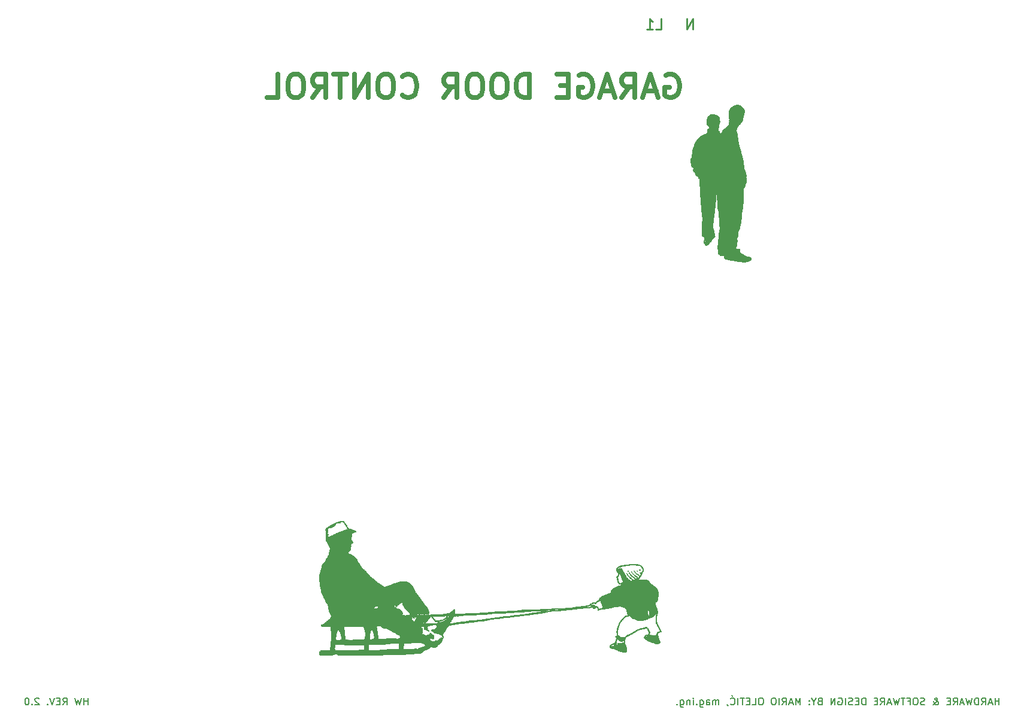
<source format=gbr>
G04 #@! TF.GenerationSoftware,KiCad,Pcbnew,(5.1.5)-3*
G04 #@! TF.CreationDate,2020-07-01T12:57:24+02:00*
G04 #@! TF.ProjectId,GarageDoorControl,47617261-6765-4446-9f6f-72436f6e7472,rev?*
G04 #@! TF.SameCoordinates,Original*
G04 #@! TF.FileFunction,Legend,Bot*
G04 #@! TF.FilePolarity,Positive*
%FSLAX46Y46*%
G04 Gerber Fmt 4.6, Leading zero omitted, Abs format (unit mm)*
G04 Created by KiCad (PCBNEW (5.1.5)-3) date 2020-07-01 12:57:24*
%MOMM*%
%LPD*%
G04 APERTURE LIST*
%ADD10C,0.254000*%
%ADD11C,0.635000*%
%ADD12C,0.150000*%
%ADD13C,0.010000*%
G04 APERTURE END LIST*
D10*
X196015428Y-53394428D02*
X196015428Y-51870428D01*
X195144571Y-53394428D01*
X195144571Y-51870428D01*
X190754000Y-53394428D02*
X191479714Y-53394428D01*
X191479714Y-51870428D01*
X189447714Y-53394428D02*
X190318571Y-53394428D01*
X189883142Y-53394428D02*
X189883142Y-51870428D01*
X190028285Y-52088142D01*
X190173428Y-52233285D01*
X190318571Y-52305857D01*
D11*
X192223571Y-59944000D02*
X192538047Y-59786761D01*
X193009761Y-59786761D01*
X193481476Y-59944000D01*
X193795952Y-60258476D01*
X193953190Y-60572952D01*
X194110428Y-61201904D01*
X194110428Y-61673619D01*
X193953190Y-62302571D01*
X193795952Y-62617047D01*
X193481476Y-62931523D01*
X193009761Y-63088761D01*
X192695285Y-63088761D01*
X192223571Y-62931523D01*
X192066333Y-62774285D01*
X192066333Y-61673619D01*
X192695285Y-61673619D01*
X190808428Y-62145333D02*
X189236047Y-62145333D01*
X191122904Y-63088761D02*
X190022238Y-59786761D01*
X188921571Y-63088761D01*
X185934047Y-63088761D02*
X187034714Y-61516380D01*
X187820904Y-63088761D02*
X187820904Y-59786761D01*
X186563000Y-59786761D01*
X186248523Y-59944000D01*
X186091285Y-60101238D01*
X185934047Y-60415714D01*
X185934047Y-60887428D01*
X186091285Y-61201904D01*
X186248523Y-61359142D01*
X186563000Y-61516380D01*
X187820904Y-61516380D01*
X184676142Y-62145333D02*
X183103761Y-62145333D01*
X184990619Y-63088761D02*
X183889952Y-59786761D01*
X182789285Y-63088761D01*
X179959000Y-59944000D02*
X180273476Y-59786761D01*
X180745190Y-59786761D01*
X181216904Y-59944000D01*
X181531380Y-60258476D01*
X181688619Y-60572952D01*
X181845857Y-61201904D01*
X181845857Y-61673619D01*
X181688619Y-62302571D01*
X181531380Y-62617047D01*
X181216904Y-62931523D01*
X180745190Y-63088761D01*
X180430714Y-63088761D01*
X179959000Y-62931523D01*
X179801761Y-62774285D01*
X179801761Y-61673619D01*
X180430714Y-61673619D01*
X178386619Y-61359142D02*
X177285952Y-61359142D01*
X176814238Y-63088761D02*
X178386619Y-63088761D01*
X178386619Y-59786761D01*
X176814238Y-59786761D01*
X172883285Y-63088761D02*
X172883285Y-59786761D01*
X172097095Y-59786761D01*
X171625380Y-59944000D01*
X171310904Y-60258476D01*
X171153666Y-60572952D01*
X170996428Y-61201904D01*
X170996428Y-61673619D01*
X171153666Y-62302571D01*
X171310904Y-62617047D01*
X171625380Y-62931523D01*
X172097095Y-63088761D01*
X172883285Y-63088761D01*
X168952333Y-59786761D02*
X168323380Y-59786761D01*
X168008904Y-59944000D01*
X167694428Y-60258476D01*
X167537190Y-60887428D01*
X167537190Y-61988095D01*
X167694428Y-62617047D01*
X168008904Y-62931523D01*
X168323380Y-63088761D01*
X168952333Y-63088761D01*
X169266809Y-62931523D01*
X169581285Y-62617047D01*
X169738523Y-61988095D01*
X169738523Y-60887428D01*
X169581285Y-60258476D01*
X169266809Y-59944000D01*
X168952333Y-59786761D01*
X165493095Y-59786761D02*
X164864142Y-59786761D01*
X164549666Y-59944000D01*
X164235190Y-60258476D01*
X164077952Y-60887428D01*
X164077952Y-61988095D01*
X164235190Y-62617047D01*
X164549666Y-62931523D01*
X164864142Y-63088761D01*
X165493095Y-63088761D01*
X165807571Y-62931523D01*
X166122047Y-62617047D01*
X166279285Y-61988095D01*
X166279285Y-60887428D01*
X166122047Y-60258476D01*
X165807571Y-59944000D01*
X165493095Y-59786761D01*
X160775952Y-63088761D02*
X161876619Y-61516380D01*
X162662809Y-63088761D02*
X162662809Y-59786761D01*
X161404904Y-59786761D01*
X161090428Y-59944000D01*
X160933190Y-60101238D01*
X160775952Y-60415714D01*
X160775952Y-60887428D01*
X160933190Y-61201904D01*
X161090428Y-61359142D01*
X161404904Y-61516380D01*
X162662809Y-61516380D01*
X154958142Y-62774285D02*
X155115380Y-62931523D01*
X155587095Y-63088761D01*
X155901571Y-63088761D01*
X156373285Y-62931523D01*
X156687761Y-62617047D01*
X156845000Y-62302571D01*
X157002238Y-61673619D01*
X157002238Y-61201904D01*
X156845000Y-60572952D01*
X156687761Y-60258476D01*
X156373285Y-59944000D01*
X155901571Y-59786761D01*
X155587095Y-59786761D01*
X155115380Y-59944000D01*
X154958142Y-60101238D01*
X152914047Y-59786761D02*
X152285095Y-59786761D01*
X151970619Y-59944000D01*
X151656142Y-60258476D01*
X151498904Y-60887428D01*
X151498904Y-61988095D01*
X151656142Y-62617047D01*
X151970619Y-62931523D01*
X152285095Y-63088761D01*
X152914047Y-63088761D01*
X153228523Y-62931523D01*
X153543000Y-62617047D01*
X153700238Y-61988095D01*
X153700238Y-60887428D01*
X153543000Y-60258476D01*
X153228523Y-59944000D01*
X152914047Y-59786761D01*
X150083761Y-63088761D02*
X150083761Y-59786761D01*
X148196904Y-63088761D01*
X148196904Y-59786761D01*
X147096238Y-59786761D02*
X145209380Y-59786761D01*
X146152809Y-63088761D02*
X146152809Y-59786761D01*
X142221857Y-63088761D02*
X143322523Y-61516380D01*
X144108714Y-63088761D02*
X144108714Y-59786761D01*
X142850809Y-59786761D01*
X142536333Y-59944000D01*
X142379095Y-60101238D01*
X142221857Y-60415714D01*
X142221857Y-60887428D01*
X142379095Y-61201904D01*
X142536333Y-61359142D01*
X142850809Y-61516380D01*
X144108714Y-61516380D01*
X140177761Y-59786761D02*
X139548809Y-59786761D01*
X139234333Y-59944000D01*
X138919857Y-60258476D01*
X138762619Y-60887428D01*
X138762619Y-61988095D01*
X138919857Y-62617047D01*
X139234333Y-62931523D01*
X139548809Y-63088761D01*
X140177761Y-63088761D01*
X140492238Y-62931523D01*
X140806714Y-62617047D01*
X140963952Y-61988095D01*
X140963952Y-60887428D01*
X140806714Y-60258476D01*
X140492238Y-59944000D01*
X140177761Y-59786761D01*
X135775095Y-63088761D02*
X137347476Y-63088761D01*
X137347476Y-59786761D01*
D12*
X110473571Y-149042380D02*
X110473571Y-148042380D01*
X110473571Y-148518571D02*
X109902142Y-148518571D01*
X109902142Y-149042380D02*
X109902142Y-148042380D01*
X109521190Y-148042380D02*
X109283095Y-149042380D01*
X109092619Y-148328095D01*
X108902142Y-149042380D01*
X108664047Y-148042380D01*
X106949761Y-149042380D02*
X107283095Y-148566190D01*
X107521190Y-149042380D02*
X107521190Y-148042380D01*
X107140238Y-148042380D01*
X107045000Y-148090000D01*
X106997380Y-148137619D01*
X106949761Y-148232857D01*
X106949761Y-148375714D01*
X106997380Y-148470952D01*
X107045000Y-148518571D01*
X107140238Y-148566190D01*
X107521190Y-148566190D01*
X106521190Y-148518571D02*
X106187857Y-148518571D01*
X106045000Y-149042380D02*
X106521190Y-149042380D01*
X106521190Y-148042380D01*
X106045000Y-148042380D01*
X105759285Y-148042380D02*
X105425952Y-149042380D01*
X105092619Y-148042380D01*
X104759285Y-148947142D02*
X104711666Y-148994761D01*
X104759285Y-149042380D01*
X104806904Y-148994761D01*
X104759285Y-148947142D01*
X104759285Y-149042380D01*
X103568809Y-148137619D02*
X103521190Y-148090000D01*
X103425952Y-148042380D01*
X103187857Y-148042380D01*
X103092619Y-148090000D01*
X103045000Y-148137619D01*
X102997380Y-148232857D01*
X102997380Y-148328095D01*
X103045000Y-148470952D01*
X103616428Y-149042380D01*
X102997380Y-149042380D01*
X102568809Y-148947142D02*
X102521190Y-148994761D01*
X102568809Y-149042380D01*
X102616428Y-148994761D01*
X102568809Y-148947142D01*
X102568809Y-149042380D01*
X101902142Y-148042380D02*
X101806904Y-148042380D01*
X101711666Y-148090000D01*
X101664047Y-148137619D01*
X101616428Y-148232857D01*
X101568809Y-148423333D01*
X101568809Y-148661428D01*
X101616428Y-148851904D01*
X101664047Y-148947142D01*
X101711666Y-148994761D01*
X101806904Y-149042380D01*
X101902142Y-149042380D01*
X101997380Y-148994761D01*
X102045000Y-148947142D01*
X102092619Y-148851904D01*
X102140238Y-148661428D01*
X102140238Y-148423333D01*
X102092619Y-148232857D01*
X102045000Y-148137619D01*
X101997380Y-148090000D01*
X101902142Y-148042380D01*
X239296904Y-149042380D02*
X239296904Y-148042380D01*
X239296904Y-148518571D02*
X238725476Y-148518571D01*
X238725476Y-149042380D02*
X238725476Y-148042380D01*
X238296904Y-148756666D02*
X237820714Y-148756666D01*
X238392142Y-149042380D02*
X238058809Y-148042380D01*
X237725476Y-149042380D01*
X236820714Y-149042380D02*
X237154047Y-148566190D01*
X237392142Y-149042380D02*
X237392142Y-148042380D01*
X237011190Y-148042380D01*
X236915952Y-148090000D01*
X236868333Y-148137619D01*
X236820714Y-148232857D01*
X236820714Y-148375714D01*
X236868333Y-148470952D01*
X236915952Y-148518571D01*
X237011190Y-148566190D01*
X237392142Y-148566190D01*
X236392142Y-149042380D02*
X236392142Y-148042380D01*
X236154047Y-148042380D01*
X236011190Y-148090000D01*
X235915952Y-148185238D01*
X235868333Y-148280476D01*
X235820714Y-148470952D01*
X235820714Y-148613809D01*
X235868333Y-148804285D01*
X235915952Y-148899523D01*
X236011190Y-148994761D01*
X236154047Y-149042380D01*
X236392142Y-149042380D01*
X235487380Y-148042380D02*
X235249285Y-149042380D01*
X235058809Y-148328095D01*
X234868333Y-149042380D01*
X234630238Y-148042380D01*
X234296904Y-148756666D02*
X233820714Y-148756666D01*
X234392142Y-149042380D02*
X234058809Y-148042380D01*
X233725476Y-149042380D01*
X232820714Y-149042380D02*
X233154047Y-148566190D01*
X233392142Y-149042380D02*
X233392142Y-148042380D01*
X233011190Y-148042380D01*
X232915952Y-148090000D01*
X232868333Y-148137619D01*
X232820714Y-148232857D01*
X232820714Y-148375714D01*
X232868333Y-148470952D01*
X232915952Y-148518571D01*
X233011190Y-148566190D01*
X233392142Y-148566190D01*
X232392142Y-148518571D02*
X232058809Y-148518571D01*
X231915952Y-149042380D02*
X232392142Y-149042380D01*
X232392142Y-148042380D01*
X231915952Y-148042380D01*
X229915952Y-149042380D02*
X229963571Y-149042380D01*
X230058809Y-148994761D01*
X230201666Y-148851904D01*
X230439761Y-148566190D01*
X230535000Y-148423333D01*
X230582619Y-148280476D01*
X230582619Y-148185238D01*
X230535000Y-148090000D01*
X230439761Y-148042380D01*
X230392142Y-148042380D01*
X230296904Y-148090000D01*
X230249285Y-148185238D01*
X230249285Y-148232857D01*
X230296904Y-148328095D01*
X230344523Y-148375714D01*
X230630238Y-148566190D01*
X230677857Y-148613809D01*
X230725476Y-148709047D01*
X230725476Y-148851904D01*
X230677857Y-148947142D01*
X230630238Y-148994761D01*
X230535000Y-149042380D01*
X230392142Y-149042380D01*
X230296904Y-148994761D01*
X230249285Y-148947142D01*
X230106428Y-148756666D01*
X230058809Y-148613809D01*
X230058809Y-148518571D01*
X228773095Y-148994761D02*
X228630238Y-149042380D01*
X228392142Y-149042380D01*
X228296904Y-148994761D01*
X228249285Y-148947142D01*
X228201666Y-148851904D01*
X228201666Y-148756666D01*
X228249285Y-148661428D01*
X228296904Y-148613809D01*
X228392142Y-148566190D01*
X228582619Y-148518571D01*
X228677857Y-148470952D01*
X228725476Y-148423333D01*
X228773095Y-148328095D01*
X228773095Y-148232857D01*
X228725476Y-148137619D01*
X228677857Y-148090000D01*
X228582619Y-148042380D01*
X228344523Y-148042380D01*
X228201666Y-148090000D01*
X227582619Y-148042380D02*
X227392142Y-148042380D01*
X227296904Y-148090000D01*
X227201666Y-148185238D01*
X227154047Y-148375714D01*
X227154047Y-148709047D01*
X227201666Y-148899523D01*
X227296904Y-148994761D01*
X227392142Y-149042380D01*
X227582619Y-149042380D01*
X227677857Y-148994761D01*
X227773095Y-148899523D01*
X227820714Y-148709047D01*
X227820714Y-148375714D01*
X227773095Y-148185238D01*
X227677857Y-148090000D01*
X227582619Y-148042380D01*
X226392142Y-148518571D02*
X226725476Y-148518571D01*
X226725476Y-149042380D02*
X226725476Y-148042380D01*
X226249285Y-148042380D01*
X226011190Y-148042380D02*
X225439761Y-148042380D01*
X225725476Y-149042380D02*
X225725476Y-148042380D01*
X225201666Y-148042380D02*
X224963571Y-149042380D01*
X224773095Y-148328095D01*
X224582619Y-149042380D01*
X224344523Y-148042380D01*
X224011190Y-148756666D02*
X223535000Y-148756666D01*
X224106428Y-149042380D02*
X223773095Y-148042380D01*
X223439761Y-149042380D01*
X222535000Y-149042380D02*
X222868333Y-148566190D01*
X223106428Y-149042380D02*
X223106428Y-148042380D01*
X222725476Y-148042380D01*
X222630238Y-148090000D01*
X222582619Y-148137619D01*
X222535000Y-148232857D01*
X222535000Y-148375714D01*
X222582619Y-148470952D01*
X222630238Y-148518571D01*
X222725476Y-148566190D01*
X223106428Y-148566190D01*
X222106428Y-148518571D02*
X221773095Y-148518571D01*
X221630238Y-149042380D02*
X222106428Y-149042380D01*
X222106428Y-148042380D01*
X221630238Y-148042380D01*
X220439761Y-149042380D02*
X220439761Y-148042380D01*
X220201666Y-148042380D01*
X220058809Y-148090000D01*
X219963571Y-148185238D01*
X219915952Y-148280476D01*
X219868333Y-148470952D01*
X219868333Y-148613809D01*
X219915952Y-148804285D01*
X219963571Y-148899523D01*
X220058809Y-148994761D01*
X220201666Y-149042380D01*
X220439761Y-149042380D01*
X219439761Y-148518571D02*
X219106428Y-148518571D01*
X218963571Y-149042380D02*
X219439761Y-149042380D01*
X219439761Y-148042380D01*
X218963571Y-148042380D01*
X218582619Y-148994761D02*
X218439761Y-149042380D01*
X218201666Y-149042380D01*
X218106428Y-148994761D01*
X218058809Y-148947142D01*
X218011190Y-148851904D01*
X218011190Y-148756666D01*
X218058809Y-148661428D01*
X218106428Y-148613809D01*
X218201666Y-148566190D01*
X218392142Y-148518571D01*
X218487380Y-148470952D01*
X218535000Y-148423333D01*
X218582619Y-148328095D01*
X218582619Y-148232857D01*
X218535000Y-148137619D01*
X218487380Y-148090000D01*
X218392142Y-148042380D01*
X218154047Y-148042380D01*
X218011190Y-148090000D01*
X217582619Y-149042380D02*
X217582619Y-148042380D01*
X216582619Y-148090000D02*
X216677857Y-148042380D01*
X216820714Y-148042380D01*
X216963571Y-148090000D01*
X217058809Y-148185238D01*
X217106428Y-148280476D01*
X217154047Y-148470952D01*
X217154047Y-148613809D01*
X217106428Y-148804285D01*
X217058809Y-148899523D01*
X216963571Y-148994761D01*
X216820714Y-149042380D01*
X216725476Y-149042380D01*
X216582619Y-148994761D01*
X216535000Y-148947142D01*
X216535000Y-148613809D01*
X216725476Y-148613809D01*
X216106428Y-149042380D02*
X216106428Y-148042380D01*
X215535000Y-149042380D01*
X215535000Y-148042380D01*
X213963571Y-148518571D02*
X213820714Y-148566190D01*
X213773095Y-148613809D01*
X213725476Y-148709047D01*
X213725476Y-148851904D01*
X213773095Y-148947142D01*
X213820714Y-148994761D01*
X213915952Y-149042380D01*
X214296904Y-149042380D01*
X214296904Y-148042380D01*
X213963571Y-148042380D01*
X213868333Y-148090000D01*
X213820714Y-148137619D01*
X213773095Y-148232857D01*
X213773095Y-148328095D01*
X213820714Y-148423333D01*
X213868333Y-148470952D01*
X213963571Y-148518571D01*
X214296904Y-148518571D01*
X213106428Y-148566190D02*
X213106428Y-149042380D01*
X213439761Y-148042380D02*
X213106428Y-148566190D01*
X212773095Y-148042380D01*
X212439761Y-148947142D02*
X212392142Y-148994761D01*
X212439761Y-149042380D01*
X212487380Y-148994761D01*
X212439761Y-148947142D01*
X212439761Y-149042380D01*
X212439761Y-148423333D02*
X212392142Y-148470952D01*
X212439761Y-148518571D01*
X212487380Y-148470952D01*
X212439761Y-148423333D01*
X212439761Y-148518571D01*
X211201666Y-149042380D02*
X211201666Y-148042380D01*
X210868333Y-148756666D01*
X210535000Y-148042380D01*
X210535000Y-149042380D01*
X210106428Y-148756666D02*
X209630238Y-148756666D01*
X210201666Y-149042380D02*
X209868333Y-148042380D01*
X209535000Y-149042380D01*
X208630238Y-149042380D02*
X208963571Y-148566190D01*
X209201666Y-149042380D02*
X209201666Y-148042380D01*
X208820714Y-148042380D01*
X208725476Y-148090000D01*
X208677857Y-148137619D01*
X208630238Y-148232857D01*
X208630238Y-148375714D01*
X208677857Y-148470952D01*
X208725476Y-148518571D01*
X208820714Y-148566190D01*
X209201666Y-148566190D01*
X208201666Y-149042380D02*
X208201666Y-148042380D01*
X207535000Y-148042380D02*
X207344523Y-148042380D01*
X207249285Y-148090000D01*
X207154047Y-148185238D01*
X207106428Y-148375714D01*
X207106428Y-148709047D01*
X207154047Y-148899523D01*
X207249285Y-148994761D01*
X207344523Y-149042380D01*
X207535000Y-149042380D01*
X207630238Y-148994761D01*
X207725476Y-148899523D01*
X207773095Y-148709047D01*
X207773095Y-148375714D01*
X207725476Y-148185238D01*
X207630238Y-148090000D01*
X207535000Y-148042380D01*
X205725476Y-148042380D02*
X205535000Y-148042380D01*
X205439761Y-148090000D01*
X205344523Y-148185238D01*
X205296904Y-148375714D01*
X205296904Y-148709047D01*
X205344523Y-148899523D01*
X205439761Y-148994761D01*
X205535000Y-149042380D01*
X205725476Y-149042380D01*
X205820714Y-148994761D01*
X205915952Y-148899523D01*
X205963571Y-148709047D01*
X205963571Y-148375714D01*
X205915952Y-148185238D01*
X205820714Y-148090000D01*
X205725476Y-148042380D01*
X204392142Y-149042380D02*
X204868333Y-149042380D01*
X204868333Y-148042380D01*
X204058809Y-148518571D02*
X203725476Y-148518571D01*
X203582619Y-149042380D02*
X204058809Y-149042380D01*
X204058809Y-148042380D01*
X203582619Y-148042380D01*
X203296904Y-148042380D02*
X202725476Y-148042380D01*
X203011190Y-149042380D02*
X203011190Y-148042380D01*
X202392142Y-149042380D02*
X202392142Y-148042380D01*
X201344523Y-148947142D02*
X201392142Y-148994761D01*
X201535000Y-149042380D01*
X201630238Y-149042380D01*
X201773095Y-148994761D01*
X201868333Y-148899523D01*
X201915952Y-148804285D01*
X201963571Y-148613809D01*
X201963571Y-148470952D01*
X201915952Y-148280476D01*
X201868333Y-148185238D01*
X201773095Y-148090000D01*
X201630238Y-148042380D01*
X201535000Y-148042380D01*
X201392142Y-148090000D01*
X201344523Y-148137619D01*
X201487380Y-147661428D02*
X201630238Y-147804285D01*
X200868333Y-148994761D02*
X200868333Y-149042380D01*
X200915952Y-149137619D01*
X200963571Y-149185238D01*
X199677857Y-149042380D02*
X199677857Y-148375714D01*
X199677857Y-148470952D02*
X199630238Y-148423333D01*
X199535000Y-148375714D01*
X199392142Y-148375714D01*
X199296904Y-148423333D01*
X199249285Y-148518571D01*
X199249285Y-149042380D01*
X199249285Y-148518571D02*
X199201666Y-148423333D01*
X199106428Y-148375714D01*
X198963571Y-148375714D01*
X198868333Y-148423333D01*
X198820714Y-148518571D01*
X198820714Y-149042380D01*
X197915952Y-149042380D02*
X197915952Y-148518571D01*
X197963571Y-148423333D01*
X198058809Y-148375714D01*
X198249285Y-148375714D01*
X198344523Y-148423333D01*
X197915952Y-148994761D02*
X198011190Y-149042380D01*
X198249285Y-149042380D01*
X198344523Y-148994761D01*
X198392142Y-148899523D01*
X198392142Y-148804285D01*
X198344523Y-148709047D01*
X198249285Y-148661428D01*
X198011190Y-148661428D01*
X197915952Y-148613809D01*
X197011190Y-148375714D02*
X197011190Y-149185238D01*
X197058809Y-149280476D01*
X197106428Y-149328095D01*
X197201666Y-149375714D01*
X197344523Y-149375714D01*
X197439761Y-149328095D01*
X197011190Y-148994761D02*
X197106428Y-149042380D01*
X197296904Y-149042380D01*
X197392142Y-148994761D01*
X197439761Y-148947142D01*
X197487380Y-148851904D01*
X197487380Y-148566190D01*
X197439761Y-148470952D01*
X197392142Y-148423333D01*
X197296904Y-148375714D01*
X197106428Y-148375714D01*
X197011190Y-148423333D01*
X196535000Y-148947142D02*
X196487380Y-148994761D01*
X196535000Y-149042380D01*
X196582619Y-148994761D01*
X196535000Y-148947142D01*
X196535000Y-149042380D01*
X196058809Y-149042380D02*
X196058809Y-148375714D01*
X196058809Y-148042380D02*
X196106428Y-148090000D01*
X196058809Y-148137619D01*
X196011190Y-148090000D01*
X196058809Y-148042380D01*
X196058809Y-148137619D01*
X195582619Y-148375714D02*
X195582619Y-149042380D01*
X195582619Y-148470952D02*
X195535000Y-148423333D01*
X195439761Y-148375714D01*
X195296904Y-148375714D01*
X195201666Y-148423333D01*
X195154047Y-148518571D01*
X195154047Y-149042380D01*
X194249285Y-148375714D02*
X194249285Y-149185238D01*
X194296904Y-149280476D01*
X194344523Y-149328095D01*
X194439761Y-149375714D01*
X194582619Y-149375714D01*
X194677857Y-149328095D01*
X194249285Y-148994761D02*
X194344523Y-149042380D01*
X194535000Y-149042380D01*
X194630238Y-148994761D01*
X194677857Y-148947142D01*
X194725476Y-148851904D01*
X194725476Y-148566190D01*
X194677857Y-148470952D01*
X194630238Y-148423333D01*
X194535000Y-148375714D01*
X194344523Y-148375714D01*
X194249285Y-148423333D01*
X193773095Y-148947142D02*
X193725476Y-148994761D01*
X193773095Y-149042380D01*
X193820714Y-148994761D01*
X193773095Y-148947142D01*
X193773095Y-149042380D01*
D13*
G36*
X146086265Y-123203991D02*
G01*
X146059290Y-123216358D01*
X146019805Y-123235294D01*
X145966690Y-123259577D01*
X145959286Y-123262881D01*
X145892444Y-123292595D01*
X145968835Y-123293236D01*
X146026833Y-123288908D01*
X146072576Y-123277406D01*
X146078647Y-123274411D01*
X146106400Y-123245932D01*
X146112068Y-123227247D01*
X146107220Y-123203554D01*
X146086265Y-123203991D01*
G37*
X146086265Y-123203991D02*
X146059290Y-123216358D01*
X146019805Y-123235294D01*
X145966690Y-123259577D01*
X145959286Y-123262881D01*
X145892444Y-123292595D01*
X145968835Y-123293236D01*
X146026833Y-123288908D01*
X146072576Y-123277406D01*
X146078647Y-123274411D01*
X146106400Y-123245932D01*
X146112068Y-123227247D01*
X146107220Y-123203554D01*
X146086265Y-123203991D01*
G36*
X144316880Y-124660527D02*
G01*
X144326429Y-124670076D01*
X144335977Y-124660527D01*
X144326429Y-124650978D01*
X144316880Y-124660527D01*
G37*
X144316880Y-124660527D02*
X144326429Y-124670076D01*
X144335977Y-124660527D01*
X144326429Y-124650978D01*
X144316880Y-124660527D01*
G36*
X185587105Y-129683233D02*
G01*
X185596654Y-129692782D01*
X185606203Y-129683233D01*
X185596654Y-129673685D01*
X185587105Y-129683233D01*
G37*
X185587105Y-129683233D02*
X185596654Y-129692782D01*
X185606203Y-129683233D01*
X185596654Y-129673685D01*
X185587105Y-129683233D01*
G36*
X185720790Y-129778722D02*
G01*
X185730338Y-129788271D01*
X185739887Y-129778722D01*
X185730338Y-129769173D01*
X185720790Y-129778722D01*
G37*
X185720790Y-129778722D02*
X185730338Y-129788271D01*
X185739887Y-129778722D01*
X185730338Y-129769173D01*
X185720790Y-129778722D01*
G36*
X185383396Y-129928321D02*
G01*
X185386018Y-129939675D01*
X185396128Y-129941053D01*
X185411847Y-129934065D01*
X185408860Y-129928321D01*
X185386195Y-129926036D01*
X185383396Y-129928321D01*
G37*
X185383396Y-129928321D02*
X185386018Y-129939675D01*
X185396128Y-129941053D01*
X185411847Y-129934065D01*
X185408860Y-129928321D01*
X185386195Y-129926036D01*
X185383396Y-129928321D01*
G36*
X185357932Y-129988797D02*
G01*
X185367481Y-129998346D01*
X185377030Y-129988797D01*
X185367481Y-129979249D01*
X185357932Y-129988797D01*
G37*
X185357932Y-129988797D02*
X185367481Y-129998346D01*
X185377030Y-129988797D01*
X185367481Y-129979249D01*
X185357932Y-129988797D01*
G36*
X188422500Y-129857929D02*
G01*
X188395386Y-129881871D01*
X188389177Y-129893930D01*
X188387008Y-129916738D01*
X188382043Y-129932127D01*
X188375764Y-129961132D01*
X188377791Y-129968151D01*
X188415710Y-129983459D01*
X188466978Y-129986223D01*
X188499511Y-129979065D01*
X188522865Y-129966076D01*
X188521045Y-129961493D01*
X188516384Y-129948951D01*
X188524465Y-129935953D01*
X188530880Y-129909330D01*
X188506078Y-129874793D01*
X188502311Y-129871105D01*
X188469390Y-129844545D01*
X188443942Y-129844479D01*
X188422500Y-129857929D01*
G37*
X188422500Y-129857929D02*
X188395386Y-129881871D01*
X188389177Y-129893930D01*
X188387008Y-129916738D01*
X188382043Y-129932127D01*
X188375764Y-129961132D01*
X188377791Y-129968151D01*
X188415710Y-129983459D01*
X188466978Y-129986223D01*
X188499511Y-129979065D01*
X188522865Y-129966076D01*
X188521045Y-129961493D01*
X188516384Y-129948951D01*
X188524465Y-129935953D01*
X188530880Y-129909330D01*
X188506078Y-129874793D01*
X188502311Y-129871105D01*
X188469390Y-129844545D01*
X188443942Y-129844479D01*
X188422500Y-129857929D01*
G36*
X187611466Y-130026993D02*
G01*
X187621015Y-130036542D01*
X187630564Y-130026993D01*
X187621015Y-130017444D01*
X187611466Y-130026993D01*
G37*
X187611466Y-130026993D02*
X187621015Y-130036542D01*
X187630564Y-130026993D01*
X187621015Y-130017444D01*
X187611466Y-130026993D01*
G36*
X188089687Y-130031307D02*
G01*
X188088910Y-130036542D01*
X188095426Y-130055143D01*
X188097332Y-130055639D01*
X188113637Y-130042257D01*
X188117556Y-130036542D01*
X188116042Y-130018943D01*
X188109135Y-130017444D01*
X188089687Y-130031307D01*
G37*
X188089687Y-130031307D02*
X188088910Y-130036542D01*
X188095426Y-130055143D01*
X188097332Y-130055639D01*
X188113637Y-130042257D01*
X188117556Y-130036542D01*
X188116042Y-130018943D01*
X188109135Y-130017444D01*
X188089687Y-130031307D01*
G36*
X186796828Y-130067339D02*
G01*
X186799812Y-130074737D01*
X186816973Y-130092956D01*
X186820037Y-130093835D01*
X186828240Y-130079059D01*
X186828459Y-130074737D01*
X186813777Y-130056373D01*
X186808234Y-130055639D01*
X186796828Y-130067339D01*
G37*
X186796828Y-130067339D02*
X186799812Y-130074737D01*
X186816973Y-130092956D01*
X186820037Y-130093835D01*
X186828240Y-130079059D01*
X186828459Y-130074737D01*
X186813777Y-130056373D01*
X186808234Y-130055639D01*
X186796828Y-130067339D01*
G36*
X187658126Y-130068398D02*
G01*
X187661473Y-130083294D01*
X187676884Y-130110176D01*
X187686849Y-130105672D01*
X187687857Y-130094962D01*
X187673987Y-130069065D01*
X187668978Y-130065324D01*
X187658126Y-130068398D01*
G37*
X187658126Y-130068398D02*
X187661473Y-130083294D01*
X187676884Y-130110176D01*
X187686849Y-130105672D01*
X187687857Y-130094962D01*
X187673987Y-130069065D01*
X187668978Y-130065324D01*
X187658126Y-130068398D01*
G36*
X188127105Y-130103384D02*
G01*
X188136654Y-130112933D01*
X188146203Y-130103384D01*
X188136654Y-130093835D01*
X188127105Y-130103384D01*
G37*
X188127105Y-130103384D02*
X188136654Y-130112933D01*
X188146203Y-130103384D01*
X188136654Y-130093835D01*
X188127105Y-130103384D01*
G36*
X187713321Y-130157494D02*
G01*
X187711035Y-130180159D01*
X187713321Y-130182958D01*
X187724674Y-130180336D01*
X187726053Y-130170226D01*
X187719065Y-130154506D01*
X187713321Y-130157494D01*
G37*
X187713321Y-130157494D02*
X187711035Y-130180159D01*
X187713321Y-130182958D01*
X187724674Y-130180336D01*
X187726053Y-130170226D01*
X187719065Y-130154506D01*
X187713321Y-130157494D01*
G36*
X187294219Y-130162559D02*
G01*
X187293564Y-130199312D01*
X187309552Y-130242560D01*
X187334312Y-130275987D01*
X187353174Y-130284812D01*
X187378873Y-130273582D01*
X187382293Y-130263671D01*
X187368241Y-130251339D01*
X187351520Y-130254339D01*
X187329622Y-130255817D01*
X187331823Y-130237285D01*
X187332328Y-130212561D01*
X187324401Y-130208421D01*
X187307975Y-130192588D01*
X187304395Y-130175000D01*
X187299506Y-130156622D01*
X187294219Y-130162559D01*
G37*
X187294219Y-130162559D02*
X187293564Y-130199312D01*
X187309552Y-130242560D01*
X187334312Y-130275987D01*
X187353174Y-130284812D01*
X187378873Y-130273582D01*
X187382293Y-130263671D01*
X187368241Y-130251339D01*
X187351520Y-130254339D01*
X187329622Y-130255817D01*
X187331823Y-130237285D01*
X187332328Y-130212561D01*
X187324401Y-130208421D01*
X187307975Y-130192588D01*
X187304395Y-130175000D01*
X187299506Y-130156622D01*
X187294219Y-130162559D01*
G36*
X187363196Y-130313459D02*
G01*
X187372744Y-130323008D01*
X187382293Y-130313459D01*
X187372744Y-130303910D01*
X187363196Y-130313459D01*
G37*
X187363196Y-130313459D02*
X187372744Y-130323008D01*
X187382293Y-130313459D01*
X187372744Y-130303910D01*
X187363196Y-130313459D01*
G36*
X186968135Y-130316246D02*
G01*
X186971692Y-130323008D01*
X186989686Y-130341246D01*
X186993044Y-130342106D01*
X186994347Y-130329770D01*
X186990790Y-130323008D01*
X186972795Y-130304770D01*
X186969438Y-130303910D01*
X186968135Y-130316246D01*
G37*
X186968135Y-130316246D02*
X186971692Y-130323008D01*
X186989686Y-130341246D01*
X186993044Y-130342106D01*
X186994347Y-130329770D01*
X186990790Y-130323008D01*
X186972795Y-130304770D01*
X186969438Y-130303910D01*
X186968135Y-130316246D01*
G36*
X188439035Y-130310276D02*
G01*
X188436749Y-130332941D01*
X188439035Y-130335740D01*
X188450389Y-130333118D01*
X188451767Y-130323008D01*
X188444779Y-130307288D01*
X188439035Y-130310276D01*
G37*
X188439035Y-130310276D02*
X188436749Y-130332941D01*
X188439035Y-130335740D01*
X188450389Y-130333118D01*
X188451767Y-130323008D01*
X188444779Y-130307288D01*
X188439035Y-130310276D01*
G36*
X186981241Y-130389850D02*
G01*
X186990790Y-130399399D01*
X187000338Y-130389850D01*
X186990790Y-130380301D01*
X186981241Y-130389850D01*
G37*
X186981241Y-130389850D02*
X186990790Y-130399399D01*
X187000338Y-130389850D01*
X186990790Y-130380301D01*
X186981241Y-130389850D01*
G36*
X187835611Y-130260368D02*
G01*
X187855754Y-130293814D01*
X187882512Y-130335249D01*
X187908320Y-130372965D01*
X187925617Y-130395253D01*
X187925760Y-130395397D01*
X187939698Y-130388629D01*
X187945218Y-130381043D01*
X187939137Y-130359699D01*
X187914517Y-130324192D01*
X187881179Y-130285946D01*
X187848944Y-130256385D01*
X187829646Y-130246617D01*
X187835611Y-130260368D01*
G37*
X187835611Y-130260368D02*
X187855754Y-130293814D01*
X187882512Y-130335249D01*
X187908320Y-130372965D01*
X187925617Y-130395253D01*
X187925760Y-130395397D01*
X187939698Y-130388629D01*
X187945218Y-130381043D01*
X187939137Y-130359699D01*
X187914517Y-130324192D01*
X187881179Y-130285946D01*
X187848944Y-130256385D01*
X187829646Y-130246617D01*
X187835611Y-130260368D01*
G36*
X187420708Y-130414175D02*
G01*
X187420489Y-130418497D01*
X187435170Y-130436860D01*
X187440714Y-130437594D01*
X187452119Y-130425894D01*
X187449135Y-130418497D01*
X187431974Y-130400278D01*
X187428911Y-130399399D01*
X187420708Y-130414175D01*
G37*
X187420708Y-130414175D02*
X187420489Y-130418497D01*
X187435170Y-130436860D01*
X187440714Y-130437594D01*
X187452119Y-130425894D01*
X187449135Y-130418497D01*
X187431974Y-130400278D01*
X187428911Y-130399399D01*
X187420708Y-130414175D01*
G36*
X187041608Y-130447393D02*
G01*
X187041484Y-130467233D01*
X187059801Y-130500727D01*
X187073779Y-130509828D01*
X187092753Y-130504187D01*
X187092877Y-130484346D01*
X187074560Y-130450853D01*
X187060582Y-130441752D01*
X187041608Y-130447393D01*
G37*
X187041608Y-130447393D02*
X187041484Y-130467233D01*
X187059801Y-130500727D01*
X187073779Y-130509828D01*
X187092753Y-130504187D01*
X187092877Y-130484346D01*
X187074560Y-130450853D01*
X187060582Y-130441752D01*
X187041608Y-130447393D01*
G36*
X187522110Y-130503353D02*
G01*
X187535075Y-130513985D01*
X187569891Y-130530146D01*
X187582820Y-130532498D01*
X187586236Y-130524618D01*
X187573271Y-130513985D01*
X187538455Y-130497825D01*
X187525526Y-130495472D01*
X187522110Y-130503353D01*
G37*
X187522110Y-130503353D02*
X187535075Y-130513985D01*
X187569891Y-130530146D01*
X187582820Y-130532498D01*
X187586236Y-130524618D01*
X187573271Y-130513985D01*
X187538455Y-130497825D01*
X187525526Y-130495472D01*
X187522110Y-130503353D01*
G36*
X187105376Y-130526177D02*
G01*
X187080283Y-130538642D01*
X187076729Y-130542632D01*
X187091600Y-130553123D01*
X187105376Y-130559087D01*
X187130036Y-130556247D01*
X187134023Y-130542632D01*
X187121182Y-130523931D01*
X187105376Y-130526177D01*
G37*
X187105376Y-130526177D02*
X187080283Y-130538642D01*
X187076729Y-130542632D01*
X187091600Y-130553123D01*
X187105376Y-130559087D01*
X187130036Y-130556247D01*
X187134023Y-130542632D01*
X187121182Y-130523931D01*
X187105376Y-130526177D01*
G36*
X187592368Y-130580827D02*
G01*
X187601917Y-130590376D01*
X187611466Y-130580827D01*
X187601917Y-130571279D01*
X187592368Y-130580827D01*
G37*
X187592368Y-130580827D02*
X187601917Y-130590376D01*
X187611466Y-130580827D01*
X187601917Y-130571279D01*
X187592368Y-130580827D01*
G36*
X186618501Y-130421228D02*
G01*
X186627848Y-130462625D01*
X186646251Y-130482397D01*
X186669919Y-130506908D01*
X186689289Y-130551749D01*
X186690099Y-130554758D01*
X186710285Y-130604121D01*
X186734997Y-130625369D01*
X186758612Y-130614055D01*
X186760845Y-130610723D01*
X186764533Y-130593434D01*
X186752476Y-130568620D01*
X186720006Y-130528290D01*
X186698666Y-130504255D01*
X186671789Y-130467299D01*
X186646265Y-130423752D01*
X186618619Y-130370752D01*
X186618501Y-130421228D01*
G37*
X186618501Y-130421228D02*
X186627848Y-130462625D01*
X186646251Y-130482397D01*
X186669919Y-130506908D01*
X186689289Y-130551749D01*
X186690099Y-130554758D01*
X186710285Y-130604121D01*
X186734997Y-130625369D01*
X186758612Y-130614055D01*
X186760845Y-130610723D01*
X186764533Y-130593434D01*
X186752476Y-130568620D01*
X186720006Y-130528290D01*
X186698666Y-130504255D01*
X186671789Y-130467299D01*
X186646265Y-130423752D01*
X186618619Y-130370752D01*
X186618501Y-130421228D01*
G36*
X188318083Y-130638121D02*
G01*
X188327632Y-130647670D01*
X188337180Y-130638121D01*
X188327632Y-130628572D01*
X188318083Y-130638121D01*
G37*
X188318083Y-130638121D02*
X188327632Y-130647670D01*
X188337180Y-130638121D01*
X188327632Y-130628572D01*
X188318083Y-130638121D01*
G36*
X187955325Y-130416142D02*
G01*
X187955226Y-130418497D01*
X187970329Y-130436416D01*
X187979098Y-130437853D01*
X188003682Y-130451509D01*
X188042531Y-130486556D01*
X188075886Y-130522561D01*
X188135075Y-130579953D01*
X188191316Y-130614756D01*
X188207338Y-130619867D01*
X188244207Y-130631585D01*
X188246138Y-130644370D01*
X188239460Y-130649453D01*
X188226465Y-130663592D01*
X188233098Y-130666475D01*
X188262979Y-130654553D01*
X188276068Y-130643850D01*
X188297215Y-130612053D01*
X188290387Y-130592658D01*
X188278554Y-130590376D01*
X188251946Y-130579787D01*
X188205354Y-130552524D01*
X188148954Y-130515342D01*
X188092929Y-130474997D01*
X188047456Y-130438245D01*
X188042339Y-130433612D01*
X188002839Y-130406821D01*
X187970214Y-130400370D01*
X187955325Y-130416142D01*
G37*
X187955325Y-130416142D02*
X187955226Y-130418497D01*
X187970329Y-130436416D01*
X187979098Y-130437853D01*
X188003682Y-130451509D01*
X188042531Y-130486556D01*
X188075886Y-130522561D01*
X188135075Y-130579953D01*
X188191316Y-130614756D01*
X188207338Y-130619867D01*
X188244207Y-130631585D01*
X188246138Y-130644370D01*
X188239460Y-130649453D01*
X188226465Y-130663592D01*
X188233098Y-130666475D01*
X188262979Y-130654553D01*
X188276068Y-130643850D01*
X188297215Y-130612053D01*
X188290387Y-130592658D01*
X188278554Y-130590376D01*
X188251946Y-130579787D01*
X188205354Y-130552524D01*
X188148954Y-130515342D01*
X188092929Y-130474997D01*
X188047456Y-130438245D01*
X188042339Y-130433612D01*
X188002839Y-130406821D01*
X187970214Y-130400370D01*
X187955325Y-130416142D01*
G36*
X186799452Y-130680766D02*
G01*
X186802455Y-130695414D01*
X186816010Y-130720542D01*
X186820953Y-130724061D01*
X186827629Y-130708466D01*
X186828459Y-130695414D01*
X186818464Y-130669994D01*
X186809960Y-130666767D01*
X186799452Y-130680766D01*
G37*
X186799452Y-130680766D02*
X186802455Y-130695414D01*
X186816010Y-130720542D01*
X186820953Y-130724061D01*
X186827629Y-130708466D01*
X186828459Y-130695414D01*
X186818464Y-130669994D01*
X186809960Y-130666767D01*
X186799452Y-130680766D01*
G36*
X187859737Y-130714512D02*
G01*
X187869286Y-130724061D01*
X187878835Y-130714512D01*
X187869286Y-130704963D01*
X187859737Y-130714512D01*
G37*
X187859737Y-130714512D02*
X187869286Y-130724061D01*
X187878835Y-130714512D01*
X187869286Y-130704963D01*
X187859737Y-130714512D01*
G36*
X188332465Y-130710695D02*
G01*
X188326881Y-130722845D01*
X188350208Y-130735447D01*
X188384417Y-130736805D01*
X188410035Y-130727561D01*
X188413571Y-130719996D01*
X188397173Y-130708785D01*
X188364700Y-130704963D01*
X188332465Y-130710695D01*
G37*
X188332465Y-130710695D02*
X188326881Y-130722845D01*
X188350208Y-130735447D01*
X188384417Y-130736805D01*
X188410035Y-130727561D01*
X188413571Y-130719996D01*
X188397173Y-130708785D01*
X188364700Y-130704963D01*
X188332465Y-130710695D01*
G36*
X186851474Y-130760051D02*
G01*
X186859385Y-130785802D01*
X186887813Y-130820892D01*
X186890948Y-130823894D01*
X186920631Y-130859126D01*
X186930478Y-130886363D01*
X186930097Y-130887875D01*
X186940032Y-130909688D01*
X186971197Y-130930435D01*
X187006644Y-130954613D01*
X187019436Y-130977226D01*
X187030618Y-131006854D01*
X187056160Y-131034086D01*
X187084060Y-131049474D01*
X187102312Y-131043571D01*
X187102679Y-131042742D01*
X187111148Y-131031176D01*
X187113417Y-131043948D01*
X187126324Y-131066141D01*
X187150165Y-131064933D01*
X187169299Y-131044356D01*
X187172218Y-131028787D01*
X187162318Y-130999450D01*
X187147281Y-130995366D01*
X187123799Y-130985099D01*
X187080983Y-130952917D01*
X187025930Y-130904475D01*
X186990316Y-130870294D01*
X186933840Y-130816959D01*
X186887965Y-130778462D01*
X186858710Y-130759584D01*
X186851474Y-130760051D01*
G37*
X186851474Y-130760051D02*
X186859385Y-130785802D01*
X186887813Y-130820892D01*
X186890948Y-130823894D01*
X186920631Y-130859126D01*
X186930478Y-130886363D01*
X186930097Y-130887875D01*
X186940032Y-130909688D01*
X186971197Y-130930435D01*
X187006644Y-130954613D01*
X187019436Y-130977226D01*
X187030618Y-131006854D01*
X187056160Y-131034086D01*
X187084060Y-131049474D01*
X187102312Y-131043571D01*
X187102679Y-131042742D01*
X187111148Y-131031176D01*
X187113417Y-131043948D01*
X187126324Y-131066141D01*
X187150165Y-131064933D01*
X187169299Y-131044356D01*
X187172218Y-131028787D01*
X187162318Y-130999450D01*
X187147281Y-130995366D01*
X187123799Y-130985099D01*
X187080983Y-130952917D01*
X187025930Y-130904475D01*
X186990316Y-130870294D01*
X186933840Y-130816959D01*
X186887965Y-130778462D01*
X186858710Y-130759584D01*
X186851474Y-130760051D01*
G36*
X187783346Y-131306542D02*
G01*
X187792895Y-131316091D01*
X187802444Y-131306542D01*
X187792895Y-131296993D01*
X187783346Y-131306542D01*
G37*
X187783346Y-131306542D02*
X187792895Y-131316091D01*
X187802444Y-131306542D01*
X187792895Y-131296993D01*
X187783346Y-131306542D01*
G36*
X183811015Y-133560076D02*
G01*
X183820564Y-133569624D01*
X183830113Y-133560076D01*
X183820564Y-133550527D01*
X183811015Y-133560076D01*
G37*
X183811015Y-133560076D02*
X183820564Y-133569624D01*
X183830113Y-133560076D01*
X183820564Y-133550527D01*
X183811015Y-133560076D01*
G36*
X184001993Y-133693760D02*
G01*
X184011541Y-133703309D01*
X184021090Y-133693760D01*
X184011541Y-133684211D01*
X184001993Y-133693760D01*
G37*
X184001993Y-133693760D02*
X184011541Y-133703309D01*
X184021090Y-133693760D01*
X184011541Y-133684211D01*
X184001993Y-133693760D01*
G36*
X151058383Y-135087895D02*
G01*
X151067932Y-135097444D01*
X151077481Y-135087895D01*
X151067932Y-135078346D01*
X151058383Y-135087895D01*
G37*
X151058383Y-135087895D02*
X151067932Y-135097444D01*
X151077481Y-135087895D01*
X151067932Y-135078346D01*
X151058383Y-135087895D01*
G36*
X151249361Y-135355264D02*
G01*
X151258910Y-135364812D01*
X151268459Y-135355264D01*
X151258910Y-135345715D01*
X151249361Y-135355264D01*
G37*
X151249361Y-135355264D02*
X151258910Y-135364812D01*
X151268459Y-135355264D01*
X151258910Y-135345715D01*
X151249361Y-135355264D01*
G36*
X151134774Y-135374361D02*
G01*
X151144323Y-135383910D01*
X151153872Y-135374361D01*
X151144323Y-135364812D01*
X151134774Y-135374361D01*
G37*
X151134774Y-135374361D02*
X151144323Y-135383910D01*
X151153872Y-135374361D01*
X151144323Y-135364812D01*
X151134774Y-135374361D01*
G36*
X157035977Y-136291053D02*
G01*
X157045526Y-136300602D01*
X157055075Y-136291053D01*
X157045526Y-136281504D01*
X157035977Y-136291053D01*
G37*
X157035977Y-136291053D02*
X157045526Y-136300602D01*
X157055075Y-136291053D01*
X157045526Y-136281504D01*
X157035977Y-136291053D01*
G36*
X153789361Y-134858722D02*
G01*
X153798910Y-134868271D01*
X153808459Y-134858722D01*
X153798910Y-134849173D01*
X153789361Y-134858722D01*
G37*
X153789361Y-134858722D02*
X153798910Y-134868271D01*
X153808459Y-134858722D01*
X153798910Y-134849173D01*
X153789361Y-134858722D01*
G36*
X154018534Y-135164286D02*
G01*
X154028083Y-135173835D01*
X154037632Y-135164286D01*
X154028083Y-135154737D01*
X154018534Y-135164286D01*
G37*
X154018534Y-135164286D02*
X154028083Y-135173835D01*
X154037632Y-135164286D01*
X154028083Y-135154737D01*
X154018534Y-135164286D01*
G36*
X154343196Y-135412557D02*
G01*
X154352744Y-135422106D01*
X154362293Y-135412557D01*
X154352744Y-135403008D01*
X154343196Y-135412557D01*
G37*
X154343196Y-135412557D02*
X154352744Y-135422106D01*
X154362293Y-135412557D01*
X154352744Y-135403008D01*
X154343196Y-135412557D01*
G36*
X155183496Y-136348346D02*
G01*
X155193045Y-136357895D01*
X155202594Y-136348346D01*
X155193045Y-136338797D01*
X155183496Y-136348346D01*
G37*
X155183496Y-136348346D02*
X155193045Y-136357895D01*
X155202594Y-136348346D01*
X155193045Y-136338797D01*
X155183496Y-136348346D01*
G36*
X151669511Y-136863985D02*
G01*
X151679060Y-136873534D01*
X151688609Y-136863985D01*
X151679060Y-136854436D01*
X151669511Y-136863985D01*
G37*
X151669511Y-136863985D02*
X151679060Y-136873534D01*
X151688609Y-136863985D01*
X151679060Y-136854436D01*
X151669511Y-136863985D01*
G36*
X156711316Y-136673008D02*
G01*
X156720865Y-136682557D01*
X156730414Y-136673008D01*
X156720865Y-136663459D01*
X156711316Y-136673008D01*
G37*
X156711316Y-136673008D02*
X156720865Y-136682557D01*
X156730414Y-136673008D01*
X156720865Y-136663459D01*
X156711316Y-136673008D01*
G36*
X156144749Y-136708020D02*
G01*
X156147371Y-136719374D01*
X156157481Y-136720752D01*
X156173201Y-136713765D01*
X156170213Y-136708020D01*
X156147549Y-136705735D01*
X156144749Y-136708020D01*
G37*
X156144749Y-136708020D02*
X156147371Y-136719374D01*
X156157481Y-136720752D01*
X156173201Y-136713765D01*
X156170213Y-136708020D01*
X156147549Y-136705735D01*
X156144749Y-136708020D01*
G36*
X156221140Y-136708020D02*
G01*
X156223762Y-136719374D01*
X156233872Y-136720752D01*
X156249592Y-136713765D01*
X156246604Y-136708020D01*
X156223939Y-136705735D01*
X156221140Y-136708020D01*
G37*
X156221140Y-136708020D02*
X156223762Y-136719374D01*
X156233872Y-136720752D01*
X156249592Y-136713765D01*
X156246604Y-136708020D01*
X156223939Y-136705735D01*
X156221140Y-136708020D01*
G36*
X156596729Y-136711203D02*
G01*
X156606278Y-136720752D01*
X156615827Y-136711203D01*
X156606278Y-136701655D01*
X156596729Y-136711203D01*
G37*
X156596729Y-136711203D02*
X156606278Y-136720752D01*
X156615827Y-136711203D01*
X156606278Y-136701655D01*
X156596729Y-136711203D01*
G36*
X156157481Y-136749399D02*
G01*
X156167030Y-136758948D01*
X156176579Y-136749399D01*
X156167030Y-136739850D01*
X156157481Y-136749399D01*
G37*
X156157481Y-136749399D02*
X156167030Y-136758948D01*
X156176579Y-136749399D01*
X156167030Y-136739850D01*
X156157481Y-136749399D01*
G36*
X156310263Y-136749399D02*
G01*
X156319812Y-136758948D01*
X156329361Y-136749399D01*
X156319812Y-136739850D01*
X156310263Y-136749399D01*
G37*
X156310263Y-136749399D02*
X156319812Y-136758948D01*
X156329361Y-136749399D01*
X156319812Y-136739850D01*
X156310263Y-136749399D01*
G36*
X156463045Y-136689417D02*
G01*
X156457064Y-136712972D01*
X156451453Y-136728739D01*
X156450569Y-136754257D01*
X156458959Y-136758948D01*
X156481772Y-136743727D01*
X156488814Y-136730913D01*
X156488611Y-136700182D01*
X156481309Y-136691590D01*
X156464062Y-136687053D01*
X156463045Y-136689417D01*
G37*
X156463045Y-136689417D02*
X156457064Y-136712972D01*
X156451453Y-136728739D01*
X156450569Y-136754257D01*
X156458959Y-136758948D01*
X156481772Y-136743727D01*
X156488814Y-136730913D01*
X156488611Y-136700182D01*
X156481309Y-136691590D01*
X156464062Y-136687053D01*
X156463045Y-136689417D01*
G36*
X156214774Y-136768497D02*
G01*
X156224323Y-136778046D01*
X156233872Y-136768497D01*
X156224323Y-136758948D01*
X156214774Y-136768497D01*
G37*
X156214774Y-136768497D02*
X156224323Y-136778046D01*
X156233872Y-136768497D01*
X156224323Y-136758948D01*
X156214774Y-136768497D01*
G36*
X156526704Y-136765314D02*
G01*
X156529326Y-136776667D01*
X156539436Y-136778046D01*
X156555156Y-136771058D01*
X156552168Y-136765314D01*
X156529503Y-136763028D01*
X156526704Y-136765314D01*
G37*
X156526704Y-136765314D02*
X156529326Y-136776667D01*
X156539436Y-136778046D01*
X156555156Y-136771058D01*
X156552168Y-136765314D01*
X156529503Y-136763028D01*
X156526704Y-136765314D01*
G36*
X156615827Y-137226842D02*
G01*
X156625376Y-137236391D01*
X156634925Y-137226842D01*
X156625376Y-137217294D01*
X156615827Y-137226842D01*
G37*
X156615827Y-137226842D02*
X156625376Y-137236391D01*
X156634925Y-137226842D01*
X156625376Y-137217294D01*
X156615827Y-137226842D01*
G36*
X160836429Y-137150452D02*
G01*
X160845977Y-137160000D01*
X160855526Y-137150452D01*
X160845977Y-137140903D01*
X160836429Y-137150452D01*
G37*
X160836429Y-137150452D02*
X160845977Y-137160000D01*
X160855526Y-137150452D01*
X160845977Y-137140903D01*
X160836429Y-137150452D01*
G36*
X160549962Y-137245940D02*
G01*
X160559511Y-137255489D01*
X160569060Y-137245940D01*
X160559511Y-137236391D01*
X160549962Y-137245940D01*
G37*
X160549962Y-137245940D02*
X160559511Y-137255489D01*
X160569060Y-137245940D01*
X160559511Y-137236391D01*
X160549962Y-137245940D01*
G36*
X157443396Y-137376441D02*
G01*
X157441110Y-137399106D01*
X157443396Y-137401905D01*
X157454750Y-137399284D01*
X157456128Y-137389173D01*
X157449140Y-137373454D01*
X157443396Y-137376441D01*
G37*
X157443396Y-137376441D02*
X157441110Y-137399106D01*
X157443396Y-137401905D01*
X157454750Y-137399284D01*
X157456128Y-137389173D01*
X157449140Y-137373454D01*
X157443396Y-137376441D01*
G36*
X157978133Y-137395539D02*
G01*
X157975847Y-137418204D01*
X157978133Y-137421003D01*
X157989486Y-137418381D01*
X157990865Y-137408271D01*
X157983877Y-137392551D01*
X157978133Y-137395539D01*
G37*
X157978133Y-137395539D02*
X157975847Y-137418204D01*
X157978133Y-137421003D01*
X157989486Y-137418381D01*
X157990865Y-137408271D01*
X157983877Y-137392551D01*
X157978133Y-137395539D01*
G36*
X185682594Y-139384888D02*
G01*
X185692143Y-139394436D01*
X185701692Y-139384888D01*
X185692143Y-139375339D01*
X185682594Y-139384888D01*
G37*
X185682594Y-139384888D02*
X185692143Y-139394436D01*
X185701692Y-139384888D01*
X185692143Y-139375339D01*
X185682594Y-139384888D01*
G36*
X151421241Y-139174812D02*
G01*
X151430790Y-139184361D01*
X151440338Y-139174812D01*
X151430790Y-139165264D01*
X151421241Y-139174812D01*
G37*
X151421241Y-139174812D02*
X151430790Y-139184361D01*
X151440338Y-139174812D01*
X151430790Y-139165264D01*
X151421241Y-139174812D01*
G36*
X147315226Y-139824136D02*
G01*
X147324774Y-139833685D01*
X147334323Y-139824136D01*
X147324774Y-139814587D01*
X147315226Y-139824136D01*
G37*
X147315226Y-139824136D02*
X147324774Y-139833685D01*
X147334323Y-139824136D01*
X147324774Y-139814587D01*
X147315226Y-139824136D01*
G36*
X159747857Y-137780677D02*
G01*
X159757406Y-137790226D01*
X159766955Y-137780677D01*
X159757406Y-137771128D01*
X159747857Y-137780677D01*
G37*
X159747857Y-137780677D02*
X159757406Y-137790226D01*
X159766955Y-137780677D01*
X159757406Y-137771128D01*
X159747857Y-137780677D01*
G36*
X159786053Y-137818873D02*
G01*
X159795602Y-137828421D01*
X159805150Y-137818873D01*
X159795602Y-137809324D01*
X159786053Y-137818873D01*
G37*
X159786053Y-137818873D02*
X159795602Y-137828421D01*
X159805150Y-137818873D01*
X159795602Y-137809324D01*
X159786053Y-137818873D01*
G36*
X158391917Y-137990752D02*
G01*
X158401466Y-138000301D01*
X158411015Y-137990752D01*
X158401466Y-137981203D01*
X158391917Y-137990752D01*
G37*
X158391917Y-137990752D02*
X158401466Y-138000301D01*
X158411015Y-137990752D01*
X158401466Y-137981203D01*
X158391917Y-137990752D01*
G36*
X159595075Y-138162632D02*
G01*
X159604624Y-138172181D01*
X159614173Y-138162632D01*
X159604624Y-138153083D01*
X159595075Y-138162632D01*
G37*
X159595075Y-138162632D02*
X159604624Y-138172181D01*
X159614173Y-138162632D01*
X159604624Y-138153083D01*
X159595075Y-138162632D01*
G36*
X158772553Y-138850966D02*
G01*
X158755875Y-138866643D01*
X158775524Y-138872318D01*
X158782581Y-138872431D01*
X158801734Y-138864004D01*
X158800359Y-138856205D01*
X158778215Y-138848459D01*
X158772553Y-138850966D01*
G37*
X158772553Y-138850966D02*
X158755875Y-138866643D01*
X158775524Y-138872318D01*
X158782581Y-138872431D01*
X158801734Y-138864004D01*
X158800359Y-138856205D01*
X158778215Y-138848459D01*
X158772553Y-138850966D01*
G36*
X158933020Y-138866066D02*
G01*
X158930734Y-138888730D01*
X158933020Y-138891529D01*
X158944374Y-138888908D01*
X158945752Y-138878797D01*
X158938764Y-138863078D01*
X158933020Y-138866066D01*
G37*
X158933020Y-138866066D02*
X158930734Y-138888730D01*
X158933020Y-138891529D01*
X158944374Y-138888908D01*
X158945752Y-138878797D01*
X158938764Y-138863078D01*
X158933020Y-138866066D01*
G36*
X158869361Y-138945639D02*
G01*
X158878910Y-138955188D01*
X158888459Y-138945639D01*
X158878910Y-138936091D01*
X158869361Y-138945639D01*
G37*
X158869361Y-138945639D02*
X158878910Y-138955188D01*
X158888459Y-138945639D01*
X158878910Y-138936091D01*
X158869361Y-138945639D01*
G36*
X157685301Y-139022030D02*
G01*
X157694850Y-139031579D01*
X157704399Y-139022030D01*
X157694850Y-139012482D01*
X157685301Y-139022030D01*
G37*
X157685301Y-139022030D02*
X157694850Y-139031579D01*
X157704399Y-139022030D01*
X157694850Y-139012482D01*
X157685301Y-139022030D01*
G36*
X158910144Y-138955070D02*
G01*
X158919486Y-138995003D01*
X158919602Y-138995265D01*
X158936089Y-139022405D01*
X158953187Y-139016355D01*
X158961033Y-139007531D01*
X158973780Y-138979422D01*
X158955075Y-138955001D01*
X158923649Y-138939872D01*
X158910144Y-138955070D01*
G37*
X158910144Y-138955070D02*
X158919486Y-138995003D01*
X158919602Y-138995265D01*
X158936089Y-139022405D01*
X158953187Y-139016355D01*
X158961033Y-139007531D01*
X158973780Y-138979422D01*
X158955075Y-138955001D01*
X158923649Y-138939872D01*
X158910144Y-138955070D01*
G36*
X157666203Y-139060226D02*
G01*
X157675752Y-139069775D01*
X157685301Y-139060226D01*
X157675752Y-139050677D01*
X157666203Y-139060226D01*
G37*
X157666203Y-139060226D02*
X157675752Y-139069775D01*
X157685301Y-139060226D01*
X157675752Y-139050677D01*
X157666203Y-139060226D01*
G36*
X160365550Y-139482527D02*
G01*
X160368534Y-139489925D01*
X160385695Y-139508144D01*
X160388759Y-139509023D01*
X160396962Y-139494247D01*
X160397180Y-139489925D01*
X160382499Y-139471561D01*
X160376956Y-139470827D01*
X160365550Y-139482527D01*
G37*
X160365550Y-139482527D02*
X160368534Y-139489925D01*
X160385695Y-139508144D01*
X160388759Y-139509023D01*
X160396962Y-139494247D01*
X160397180Y-139489925D01*
X160382499Y-139471561D01*
X160376956Y-139470827D01*
X160365550Y-139482527D01*
G36*
X159022143Y-139633158D02*
G01*
X159031692Y-139642707D01*
X159041241Y-139633158D01*
X159031692Y-139623609D01*
X159022143Y-139633158D01*
G37*
X159022143Y-139633158D02*
X159031692Y-139642707D01*
X159041241Y-139633158D01*
X159031692Y-139623609D01*
X159022143Y-139633158D01*
G36*
X158716579Y-139640664D02*
G01*
X158731734Y-139661677D01*
X158744253Y-139668338D01*
X158763631Y-139667490D01*
X158761307Y-139651283D01*
X158742810Y-139627856D01*
X158722956Y-139625759D01*
X158716579Y-139640664D01*
G37*
X158716579Y-139640664D02*
X158731734Y-139661677D01*
X158744253Y-139668338D01*
X158763631Y-139667490D01*
X158761307Y-139651283D01*
X158742810Y-139627856D01*
X158722956Y-139625759D01*
X158716579Y-139640664D01*
G36*
X158684749Y-139687269D02*
G01*
X158687371Y-139698622D01*
X158697481Y-139700000D01*
X158713201Y-139693013D01*
X158710213Y-139687269D01*
X158687549Y-139684983D01*
X158684749Y-139687269D01*
G37*
X158684749Y-139687269D02*
X158687371Y-139698622D01*
X158697481Y-139700000D01*
X158713201Y-139693013D01*
X158710213Y-139687269D01*
X158687549Y-139684983D01*
X158684749Y-139687269D01*
G36*
X158749135Y-139713883D02*
G01*
X158745226Y-139719098D01*
X158749555Y-139735448D01*
X158763196Y-139738196D01*
X158789326Y-139728225D01*
X158792970Y-139719098D01*
X158779263Y-139700547D01*
X158774999Y-139700000D01*
X158749135Y-139713883D01*
G37*
X158749135Y-139713883D02*
X158745226Y-139719098D01*
X158749555Y-139735448D01*
X158763196Y-139738196D01*
X158789326Y-139728225D01*
X158792970Y-139719098D01*
X158779263Y-139700547D01*
X158774999Y-139700000D01*
X158749135Y-139713883D01*
G36*
X158697481Y-139747745D02*
G01*
X158707030Y-139757294D01*
X158716579Y-139747745D01*
X158707030Y-139738196D01*
X158697481Y-139747745D01*
G37*
X158697481Y-139747745D02*
X158707030Y-139757294D01*
X158716579Y-139747745D01*
X158707030Y-139738196D01*
X158697481Y-139747745D01*
G36*
X158716579Y-139824136D02*
G01*
X158726128Y-139833685D01*
X158735677Y-139824136D01*
X158726128Y-139814587D01*
X158716579Y-139824136D01*
G37*
X158716579Y-139824136D02*
X158726128Y-139833685D01*
X158735677Y-139824136D01*
X158726128Y-139814587D01*
X158716579Y-139824136D01*
G36*
X158850263Y-139824136D02*
G01*
X158859812Y-139833685D01*
X158869361Y-139824136D01*
X158859812Y-139814587D01*
X158850263Y-139824136D01*
G37*
X158850263Y-139824136D02*
X158859812Y-139833685D01*
X158869361Y-139824136D01*
X158859812Y-139814587D01*
X158850263Y-139824136D01*
G36*
X159614173Y-139900527D02*
G01*
X159623722Y-139910076D01*
X159633271Y-139900527D01*
X159623722Y-139890978D01*
X159614173Y-139900527D01*
G37*
X159614173Y-139900527D02*
X159623722Y-139910076D01*
X159633271Y-139900527D01*
X159623722Y-139890978D01*
X159614173Y-139900527D01*
G36*
X159766955Y-139919624D02*
G01*
X159776504Y-139929173D01*
X159786053Y-139919624D01*
X159776504Y-139910076D01*
X159766955Y-139919624D01*
G37*
X159766955Y-139919624D02*
X159776504Y-139929173D01*
X159786053Y-139919624D01*
X159776504Y-139910076D01*
X159766955Y-139919624D01*
G36*
X159499586Y-139957820D02*
G01*
X159509135Y-139967369D01*
X159518684Y-139957820D01*
X159509135Y-139948271D01*
X159499586Y-139957820D01*
G37*
X159499586Y-139957820D02*
X159509135Y-139967369D01*
X159518684Y-139957820D01*
X159509135Y-139948271D01*
X159499586Y-139957820D01*
G36*
X159569953Y-139942855D02*
G01*
X159568396Y-139945088D01*
X159574238Y-139959038D01*
X159586366Y-139961003D01*
X159611261Y-139952157D01*
X159614173Y-139945088D01*
X159599704Y-139929479D01*
X159596202Y-139929173D01*
X159569953Y-139942855D01*
G37*
X159569953Y-139942855D02*
X159568396Y-139945088D01*
X159574238Y-139959038D01*
X159586366Y-139961003D01*
X159611261Y-139952157D01*
X159614173Y-139945088D01*
X159599704Y-139929479D01*
X159596202Y-139929173D01*
X159569953Y-139942855D01*
G36*
X159634100Y-139944768D02*
G01*
X159633271Y-139957820D01*
X159643265Y-139983239D01*
X159651769Y-139986467D01*
X159662277Y-139972468D01*
X159659275Y-139957820D01*
X159645719Y-139932692D01*
X159640776Y-139929173D01*
X159634100Y-139944768D01*
G37*
X159634100Y-139944768D02*
X159633271Y-139957820D01*
X159643265Y-139983239D01*
X159651769Y-139986467D01*
X159662277Y-139972468D01*
X159659275Y-139957820D01*
X159645719Y-139932692D01*
X159640776Y-139929173D01*
X159634100Y-139944768D01*
G36*
X159194023Y-140034211D02*
G01*
X159203571Y-140043760D01*
X159213120Y-140034211D01*
X159203571Y-140024662D01*
X159194023Y-140034211D01*
G37*
X159194023Y-140034211D02*
X159203571Y-140043760D01*
X159213120Y-140034211D01*
X159203571Y-140024662D01*
X159194023Y-140034211D01*
G36*
X159041241Y-140053309D02*
G01*
X159050790Y-140062858D01*
X159060338Y-140053309D01*
X159050790Y-140043760D01*
X159041241Y-140053309D01*
G37*
X159041241Y-140053309D02*
X159050790Y-140062858D01*
X159060338Y-140053309D01*
X159050790Y-140043760D01*
X159041241Y-140053309D01*
G36*
X159155827Y-140091504D02*
G01*
X159165376Y-140101053D01*
X159174925Y-140091504D01*
X159165376Y-140081955D01*
X159155827Y-140091504D01*
G37*
X159155827Y-140091504D02*
X159165376Y-140101053D01*
X159174925Y-140091504D01*
X159165376Y-140081955D01*
X159155827Y-140091504D01*
G36*
X159219685Y-140074558D02*
G01*
X159222669Y-140081955D01*
X159239831Y-140100174D01*
X159242894Y-140101053D01*
X159251097Y-140086277D01*
X159251316Y-140081955D01*
X159236634Y-140063591D01*
X159231091Y-140062858D01*
X159219685Y-140074558D01*
G37*
X159219685Y-140074558D02*
X159222669Y-140081955D01*
X159239831Y-140100174D01*
X159242894Y-140101053D01*
X159251097Y-140086277D01*
X159251316Y-140081955D01*
X159236634Y-140063591D01*
X159231091Y-140062858D01*
X159219685Y-140074558D01*
G36*
X159194023Y-140110602D02*
G01*
X159203571Y-140120151D01*
X159213120Y-140110602D01*
X159203571Y-140101053D01*
X159194023Y-140110602D01*
G37*
X159194023Y-140110602D02*
X159203571Y-140120151D01*
X159213120Y-140110602D01*
X159203571Y-140101053D01*
X159194023Y-140110602D01*
G36*
X159079436Y-140148797D02*
G01*
X159088985Y-140158346D01*
X159098534Y-140148797D01*
X159088985Y-140139249D01*
X159079436Y-140148797D01*
G37*
X159079436Y-140148797D02*
X159088985Y-140158346D01*
X159098534Y-140148797D01*
X159088985Y-140139249D01*
X159079436Y-140148797D01*
G36*
X185281541Y-139480376D02*
G01*
X185291090Y-139489925D01*
X185300639Y-139480376D01*
X185291090Y-139470827D01*
X185281541Y-139480376D01*
G37*
X185281541Y-139480376D02*
X185291090Y-139489925D01*
X185300639Y-139480376D01*
X185291090Y-139470827D01*
X185281541Y-139480376D01*
G36*
X185300639Y-139614061D02*
G01*
X185310188Y-139623609D01*
X185319737Y-139614061D01*
X185310188Y-139604512D01*
X185300639Y-139614061D01*
G37*
X185300639Y-139614061D02*
X185310188Y-139623609D01*
X185319737Y-139614061D01*
X185310188Y-139604512D01*
X185300639Y-139614061D01*
G36*
X185338835Y-140683534D02*
G01*
X185348383Y-140693083D01*
X185357932Y-140683534D01*
X185348383Y-140673985D01*
X185338835Y-140683534D01*
G37*
X185338835Y-140683534D02*
X185348383Y-140693083D01*
X185357932Y-140683534D01*
X185348383Y-140673985D01*
X185338835Y-140683534D01*
G36*
X184937782Y-140492557D02*
G01*
X184947331Y-140502106D01*
X184956880Y-140492557D01*
X184947331Y-140483008D01*
X184937782Y-140492557D01*
G37*
X184937782Y-140492557D02*
X184947331Y-140502106D01*
X184956880Y-140492557D01*
X184947331Y-140483008D01*
X184937782Y-140492557D01*
G36*
X184594023Y-140702632D02*
G01*
X184603571Y-140712181D01*
X184613120Y-140702632D01*
X184603571Y-140693083D01*
X184594023Y-140702632D01*
G37*
X184594023Y-140702632D02*
X184603571Y-140712181D01*
X184613120Y-140702632D01*
X184603571Y-140693083D01*
X184594023Y-140702632D01*
G36*
X184753170Y-140680351D02*
G01*
X184750885Y-140703016D01*
X184753170Y-140705815D01*
X184764524Y-140703193D01*
X184765902Y-140693083D01*
X184758915Y-140677363D01*
X184753170Y-140680351D01*
G37*
X184753170Y-140680351D02*
X184750885Y-140703016D01*
X184753170Y-140705815D01*
X184764524Y-140703193D01*
X184765902Y-140693083D01*
X184758915Y-140677363D01*
X184753170Y-140680351D01*
G36*
X158016452Y-136178684D02*
G01*
X158019511Y-136186015D01*
X158044810Y-136204400D01*
X158050412Y-136205113D01*
X158060766Y-136193346D01*
X158057707Y-136186015D01*
X158032408Y-136167631D01*
X158026806Y-136166918D01*
X158016452Y-136178684D01*
G37*
X158016452Y-136178684D02*
X158019511Y-136186015D01*
X158044810Y-136204400D01*
X158050412Y-136205113D01*
X158060766Y-136193346D01*
X158057707Y-136186015D01*
X158032408Y-136167631D01*
X158026806Y-136166918D01*
X158016452Y-136178684D01*
G36*
X160059787Y-136230577D02*
G01*
X160057501Y-136253241D01*
X160059787Y-136256040D01*
X160071141Y-136253419D01*
X160072519Y-136243309D01*
X160065531Y-136227589D01*
X160059787Y-136230577D01*
G37*
X160059787Y-136230577D02*
X160057501Y-136253241D01*
X160059787Y-136256040D01*
X160071141Y-136253419D01*
X160072519Y-136243309D01*
X160065531Y-136227589D01*
X160059787Y-136230577D01*
G36*
X143896729Y-137494211D02*
G01*
X143906278Y-137503760D01*
X143915827Y-137494211D01*
X143906278Y-137484662D01*
X143896729Y-137494211D01*
G37*
X143896729Y-137494211D02*
X143906278Y-137503760D01*
X143915827Y-137494211D01*
X143906278Y-137484662D01*
X143896729Y-137494211D01*
G36*
X143877632Y-137551504D02*
G01*
X143887180Y-137561053D01*
X143896729Y-137551504D01*
X143887180Y-137541955D01*
X143877632Y-137551504D01*
G37*
X143877632Y-137551504D02*
X143887180Y-137561053D01*
X143896729Y-137551504D01*
X143887180Y-137541955D01*
X143877632Y-137551504D01*
G36*
X145462744Y-141848497D02*
G01*
X145472293Y-141858046D01*
X145481842Y-141848497D01*
X145472293Y-141838948D01*
X145462744Y-141848497D01*
G37*
X145462744Y-141848497D02*
X145472293Y-141858046D01*
X145481842Y-141848497D01*
X145472293Y-141838948D01*
X145462744Y-141848497D01*
G36*
X145711015Y-141905790D02*
G01*
X145720564Y-141915339D01*
X145730113Y-141905790D01*
X145720564Y-141896241D01*
X145711015Y-141905790D01*
G37*
X145711015Y-141905790D02*
X145720564Y-141915339D01*
X145730113Y-141905790D01*
X145720564Y-141896241D01*
X145711015Y-141905790D01*
G36*
X146165378Y-123018541D02*
G01*
X146110592Y-123029227D01*
X146044294Y-123048088D01*
X145956517Y-123076768D01*
X145904424Y-123094305D01*
X145810888Y-123125385D01*
X145729697Y-123151478D01*
X145667993Y-123170357D01*
X145632916Y-123179791D01*
X145628404Y-123180452D01*
X145606235Y-123188634D01*
X145556443Y-123211088D01*
X145485404Y-123244678D01*
X145399492Y-123286264D01*
X145305083Y-123332709D01*
X145208551Y-123380876D01*
X145116271Y-123427627D01*
X145034617Y-123469824D01*
X144969964Y-123504329D01*
X144966203Y-123506395D01*
X144901642Y-123539542D01*
X144836048Y-123569816D01*
X144832519Y-123571310D01*
X144783331Y-123597229D01*
X144718388Y-123638277D01*
X144651673Y-123685613D01*
X144651090Y-123686053D01*
X144582352Y-123734999D01*
X144513299Y-123779276D01*
X144460113Y-123808667D01*
X144398508Y-123845925D01*
X144335852Y-123896105D01*
X144317550Y-123913965D01*
X144261019Y-123961178D01*
X144198875Y-123995885D01*
X144179040Y-124002773D01*
X144134793Y-124016947D01*
X144102332Y-124035787D01*
X144080259Y-124064646D01*
X144067180Y-124108881D01*
X144061700Y-124173846D01*
X144062422Y-124264896D01*
X144067950Y-124387386D01*
X144069823Y-124421805D01*
X144076355Y-124533982D01*
X144083038Y-124638492D01*
X144089285Y-124726854D01*
X144094509Y-124790588D01*
X144096888Y-124813309D01*
X144116082Y-124970945D01*
X144129986Y-125100215D01*
X144139246Y-125210486D01*
X144144507Y-125311122D01*
X144146414Y-125411490D01*
X144145619Y-125520501D01*
X144141196Y-125788446D01*
X144208480Y-125934111D01*
X144242417Y-126003177D01*
X144273544Y-126058853D01*
X144296495Y-126091761D01*
X144301096Y-126095866D01*
X144318347Y-126118387D01*
X144347669Y-126168327D01*
X144385407Y-126238295D01*
X144427906Y-126320903D01*
X144471512Y-126408760D01*
X144512569Y-126494477D01*
X144547422Y-126570666D01*
X144572416Y-126629935D01*
X144583895Y-126664896D01*
X144584248Y-126668320D01*
X144591832Y-126691237D01*
X144611491Y-126737467D01*
X144632874Y-126783990D01*
X144656636Y-126836982D01*
X144669506Y-126879227D01*
X144672866Y-126923760D01*
X144668097Y-126983614D01*
X144660387Y-127043652D01*
X144640202Y-127167754D01*
X144615338Y-127280111D01*
X144587940Y-127372621D01*
X144560152Y-127437185D01*
X144553214Y-127448272D01*
X144537708Y-127490999D01*
X144528549Y-127559297D01*
X144526955Y-127606442D01*
X144522691Y-127690625D01*
X144507190Y-127764301D01*
X144476386Y-127838859D01*
X144426214Y-127925689D01*
X144396910Y-127970785D01*
X144354919Y-128038712D01*
X144319469Y-128104385D01*
X144299286Y-128150858D01*
X144269580Y-128210728D01*
X144228618Y-128262374D01*
X144228571Y-128262418D01*
X144194045Y-128298569D01*
X144165195Y-128340079D01*
X144137815Y-128395185D01*
X144107693Y-128472119D01*
X144078268Y-128556467D01*
X144043751Y-128653316D01*
X144013678Y-128722285D01*
X143982504Y-128772360D01*
X143944684Y-128812528D01*
X143897087Y-128850027D01*
X143842492Y-128897135D01*
X143783754Y-128959050D01*
X143752399Y-128997655D01*
X143711347Y-129050789D01*
X143676816Y-129092500D01*
X143659938Y-129110301D01*
X143630763Y-129142589D01*
X143591398Y-129195078D01*
X143550912Y-129254984D01*
X143518376Y-129309527D01*
X143517825Y-129310559D01*
X143506040Y-129336903D01*
X143496883Y-129370160D01*
X143489442Y-129417091D01*
X143482805Y-129484455D01*
X143476060Y-129579013D01*
X143471403Y-129654587D01*
X143458924Y-129746561D01*
X143434113Y-129850867D01*
X143411159Y-129921955D01*
X143383447Y-130001951D01*
X143359783Y-130078963D01*
X143344907Y-130137467D01*
X143344108Y-130141579D01*
X143328690Y-130200668D01*
X143303201Y-130275930D01*
X143279393Y-130336077D01*
X143233915Y-130447767D01*
X143199612Y-130547503D01*
X143174976Y-130644000D01*
X143158501Y-130745968D01*
X143148682Y-130862120D01*
X143144012Y-131001168D01*
X143142984Y-131125113D01*
X143142368Y-131497519D01*
X143198998Y-131602557D01*
X143222493Y-131648479D01*
X143238689Y-131689582D01*
X143249195Y-131734912D01*
X143255623Y-131793514D01*
X143259583Y-131874432D01*
X143261919Y-131955865D01*
X143265560Y-132052574D01*
X143270974Y-132137959D01*
X143277463Y-132203400D01*
X143284328Y-132240278D01*
X143285125Y-132242331D01*
X143321209Y-132346680D01*
X143347981Y-132470543D01*
X143353611Y-132509700D01*
X143366975Y-132583185D01*
X143388259Y-132668600D01*
X143403502Y-132718804D01*
X143426111Y-132796985D01*
X143443735Y-132876402D01*
X143450196Y-132919331D01*
X143457667Y-132990970D01*
X143465155Y-133060108D01*
X143466726Y-133074133D01*
X143477249Y-133122795D01*
X143500465Y-133183907D01*
X143538856Y-133262760D01*
X143594908Y-133364647D01*
X143637779Y-133438578D01*
X143678258Y-133516734D01*
X143718320Y-133608948D01*
X143743223Y-133677300D01*
X143771950Y-133754048D01*
X143805456Y-133825452D01*
X143834046Y-133872465D01*
X143867129Y-133925412D01*
X143909204Y-134007012D01*
X143956780Y-134109821D01*
X144006366Y-134226395D01*
X144041262Y-134314436D01*
X144059180Y-134375655D01*
X144067694Y-134433146D01*
X144067771Y-134436058D01*
X144076123Y-134472761D01*
X144103170Y-134516295D01*
X144153521Y-134573223D01*
X144189598Y-134609468D01*
X144270014Y-134696500D01*
X144318364Y-134768964D01*
X144331833Y-134802959D01*
X144350850Y-134865059D01*
X144375962Y-134941016D01*
X144390528Y-134982858D01*
X144410778Y-135055979D01*
X144428215Y-135147731D01*
X144439139Y-135238562D01*
X144439299Y-135240677D01*
X144458623Y-135421260D01*
X144487797Y-135583084D01*
X144525321Y-135718858D01*
X144551299Y-135784963D01*
X144587773Y-135866397D01*
X144626581Y-135955016D01*
X144643764Y-135995038D01*
X144681943Y-136074906D01*
X144728428Y-136158959D01*
X144750911Y-136195129D01*
X144784515Y-136249696D01*
X144807207Y-136293181D01*
X144813421Y-136312151D01*
X144826666Y-136342357D01*
X144839064Y-136355402D01*
X144854322Y-136389640D01*
X144854603Y-136444054D01*
X144842272Y-136504784D01*
X144819694Y-136557976D01*
X144800365Y-136582188D01*
X144743621Y-136652567D01*
X144718651Y-136732367D01*
X144717932Y-136748143D01*
X144712142Y-136784639D01*
X144700623Y-136797143D01*
X144690292Y-136812164D01*
X144692348Y-136831693D01*
X144685365Y-136865415D01*
X144647590Y-136892319D01*
X144604808Y-136909494D01*
X144577207Y-136914300D01*
X144577131Y-136914282D01*
X144568218Y-136924550D01*
X144571522Y-136938984D01*
X144570209Y-136971006D01*
X144561366Y-136980911D01*
X144549185Y-136982331D01*
X144553778Y-136971974D01*
X144559480Y-136951788D01*
X144542943Y-136952289D01*
X144512043Y-136970669D01*
X144480513Y-136998104D01*
X144446075Y-137028580D01*
X144423571Y-137041336D01*
X144421693Y-137041074D01*
X144397769Y-137049716D01*
X144348193Y-137086354D01*
X144273145Y-137150848D01*
X144231412Y-137188647D01*
X144169304Y-137241432D01*
X144103224Y-137291432D01*
X144071398Y-137312782D01*
X144022736Y-137349244D01*
X143985723Y-137387966D01*
X143965417Y-137421595D01*
X143966879Y-137442779D01*
X143979428Y-137446467D01*
X144013939Y-137458044D01*
X144031767Y-137470339D01*
X144050912Y-137487760D01*
X144051453Y-137489558D01*
X144035914Y-137499478D01*
X144016497Y-137523299D01*
X143990867Y-137549172D01*
X143974627Y-137552435D01*
X143949373Y-137555071D01*
X143924088Y-137569182D01*
X143874296Y-137585146D01*
X143844884Y-137578592D01*
X143810118Y-137571732D01*
X143801241Y-137580623D01*
X143784643Y-137593701D01*
X143744654Y-137599247D01*
X143743947Y-137599249D01*
X143703730Y-137605369D01*
X143686659Y-137620116D01*
X143686654Y-137620389D01*
X143672625Y-137632786D01*
X143656200Y-137629844D01*
X143618849Y-137630495D01*
X143563980Y-137646939D01*
X143505573Y-137673358D01*
X143457607Y-137703938D01*
X143441855Y-137719033D01*
X143425811Y-137758908D01*
X143422757Y-137811142D01*
X143424590Y-137833713D01*
X143427956Y-137851305D01*
X143437139Y-137864564D01*
X143456422Y-137874136D01*
X143490087Y-137880666D01*
X143542418Y-137884799D01*
X143617698Y-137887182D01*
X143720209Y-137888459D01*
X143854234Y-137889276D01*
X143944474Y-137889772D01*
X144062979Y-137890559D01*
X144175274Y-137891474D01*
X144272885Y-137892435D01*
X144347339Y-137893361D01*
X144383722Y-137894002D01*
X144454317Y-137892770D01*
X144519778Y-137887062D01*
X144539720Y-137883780D01*
X144608913Y-137885263D01*
X144686264Y-137910199D01*
X144755777Y-137952456D01*
X144780922Y-137976254D01*
X144809827Y-138034975D01*
X144820822Y-138123260D01*
X144813655Y-138236805D01*
X144800761Y-138314117D01*
X144788882Y-138382525D01*
X144786655Y-138436495D01*
X144796684Y-138486727D01*
X144821575Y-138543920D01*
X144863935Y-138618774D01*
X144882463Y-138649624D01*
X144895329Y-138693778D01*
X144901546Y-138773060D01*
X144901110Y-138888067D01*
X144894015Y-139039394D01*
X144880256Y-139227640D01*
X144877476Y-139260752D01*
X144872660Y-139324587D01*
X144867178Y-139408090D01*
X144862401Y-139489925D01*
X144858380Y-139558360D01*
X144854798Y-139608998D01*
X144852328Y-139632522D01*
X144852048Y-139633158D01*
X144848769Y-139650271D01*
X144843232Y-139694043D01*
X144839423Y-139728647D01*
X144833056Y-139797068D01*
X144830770Y-139852493D01*
X144831968Y-139916278D01*
X144833261Y-139948271D01*
X144828360Y-139994242D01*
X144813573Y-140057153D01*
X144803313Y-140090283D01*
X144789372Y-140144063D01*
X144778980Y-140215711D01*
X144771592Y-140311110D01*
X144766664Y-140436144D01*
X144765108Y-140503452D01*
X144760392Y-140650403D01*
X144752622Y-140772361D01*
X144742176Y-140864673D01*
X144731793Y-140915275D01*
X144711266Y-141033114D01*
X144722965Y-141144170D01*
X144728538Y-141164675D01*
X144727419Y-141206823D01*
X144695275Y-141252171D01*
X144692099Y-141255389D01*
X144678807Y-141269061D01*
X144666457Y-141280145D01*
X144651186Y-141288893D01*
X144629135Y-141295557D01*
X144596443Y-141300388D01*
X144549248Y-141303640D01*
X144483691Y-141305563D01*
X144395910Y-141306409D01*
X144282044Y-141306430D01*
X144138233Y-141305878D01*
X143960616Y-141305005D01*
X143933458Y-141304875D01*
X143771041Y-141304996D01*
X143634600Y-141306950D01*
X143527146Y-141310632D01*
X143451689Y-141315936D01*
X143411240Y-141322757D01*
X143410188Y-141323137D01*
X143364240Y-141347940D01*
X143305071Y-141389330D01*
X143243542Y-141438523D01*
X143190518Y-141486730D01*
X143156859Y-141525165D01*
X143153456Y-141530812D01*
X143149062Y-141564194D01*
X143152443Y-141623582D01*
X143161870Y-141697990D01*
X143175612Y-141776431D01*
X143191939Y-141847919D01*
X143209120Y-141901466D01*
X143213275Y-141910620D01*
X143250380Y-141946968D01*
X143284084Y-141953407D01*
X143312894Y-141953620D01*
X143375834Y-141954327D01*
X143468842Y-141955472D01*
X143587857Y-141957005D01*
X143728817Y-141958871D01*
X143887661Y-141961018D01*
X144060326Y-141963392D01*
X144209788Y-141965478D01*
X144427526Y-141968294D01*
X144609344Y-141970085D01*
X144757507Y-141970824D01*
X144874277Y-141970486D01*
X144961918Y-141969046D01*
X145022692Y-141966478D01*
X145058863Y-141962757D01*
X145072695Y-141957858D01*
X145072641Y-141955801D01*
X145046804Y-141942418D01*
X145036500Y-141945090D01*
X145031905Y-141943808D01*
X145051923Y-141925643D01*
X145081849Y-141908712D01*
X145095749Y-141912473D01*
X145116731Y-141920575D01*
X145162694Y-141916130D01*
X145171306Y-141914306D01*
X145220047Y-141906034D01*
X145251373Y-141905682D01*
X145254218Y-141906747D01*
X145268548Y-141897818D01*
X145278005Y-141874448D01*
X145296563Y-141844977D01*
X145319364Y-141845797D01*
X145340055Y-141847745D01*
X145338001Y-141837964D01*
X145342658Y-141826474D01*
X145375204Y-141830704D01*
X145411800Y-141834682D01*
X145424093Y-141817455D01*
X145424549Y-141808552D01*
X145429737Y-141786088D01*
X145446521Y-141795988D01*
X145472876Y-141807444D01*
X145515926Y-141797782D01*
X145532461Y-141791233D01*
X145578962Y-141776712D01*
X145596357Y-141783709D01*
X145596429Y-141784967D01*
X145605506Y-141794825D01*
X145622078Y-141784142D01*
X145644588Y-141776249D01*
X145664348Y-141799964D01*
X145669611Y-141810886D01*
X145709407Y-141855040D01*
X145748999Y-141870417D01*
X145794322Y-141889379D01*
X145806504Y-141917726D01*
X145814976Y-141947439D01*
X145825602Y-141953534D01*
X145844149Y-141939440D01*
X145844699Y-141935036D01*
X145858690Y-141924507D01*
X145873236Y-141927488D01*
X145892630Y-141945465D01*
X145891207Y-141955535D01*
X145888071Y-141972185D01*
X145904140Y-141970661D01*
X145927475Y-141954903D01*
X145940681Y-141939211D01*
X145955712Y-141918173D01*
X145954792Y-141929632D01*
X145952520Y-141937278D01*
X145954959Y-141960325D01*
X145985341Y-141972976D01*
X146008371Y-141976413D01*
X146051803Y-141977452D01*
X146073356Y-141970064D01*
X146073872Y-141968125D01*
X146087645Y-141963121D01*
X146110917Y-141972016D01*
X146175383Y-141986200D01*
X146241821Y-141965631D01*
X146244625Y-141963924D01*
X146271890Y-141958075D01*
X146278783Y-141966688D01*
X146300474Y-141977755D01*
X146342461Y-141974844D01*
X146382746Y-141970825D01*
X146454124Y-141968183D01*
X146551384Y-141966810D01*
X146669316Y-141966596D01*
X146802710Y-141967434D01*
X146946357Y-141969215D01*
X147095046Y-141971831D01*
X147243568Y-141975174D01*
X147386711Y-141979136D01*
X147519268Y-141983608D01*
X147636026Y-141988481D01*
X147731777Y-141993649D01*
X147801311Y-141999001D01*
X147839417Y-142004431D01*
X147843932Y-142006053D01*
X147860700Y-142010970D01*
X147894016Y-142015155D01*
X147946155Y-142018643D01*
X148019392Y-142021468D01*
X148116001Y-142023664D01*
X148238258Y-142025264D01*
X148388436Y-142026304D01*
X148568811Y-142026818D01*
X148781657Y-142026839D01*
X149029249Y-142026402D01*
X149171226Y-142026009D01*
X149404027Y-142025158D01*
X149636783Y-142024040D01*
X149864824Y-142022694D01*
X150083482Y-142021158D01*
X150288089Y-142019473D01*
X150473978Y-142017676D01*
X150636478Y-142015807D01*
X150770923Y-142013905D01*
X150872644Y-142012009D01*
X150886504Y-142011686D01*
X151011674Y-142008044D01*
X151124530Y-142003601D01*
X151219296Y-141998679D01*
X151290194Y-141993600D01*
X151331447Y-141988685D01*
X151339016Y-141986483D01*
X151363916Y-141981803D01*
X151421341Y-141976730D01*
X151505630Y-141971582D01*
X151611119Y-141966676D01*
X151732146Y-141962332D01*
X151806911Y-141960202D01*
X151953031Y-141956063D01*
X152065642Y-141951853D01*
X152149429Y-141947159D01*
X152209076Y-141941566D01*
X152249268Y-141934660D01*
X152274689Y-141926027D01*
X152287419Y-141917705D01*
X152316851Y-141896110D01*
X152330123Y-141892220D01*
X152364104Y-141908915D01*
X152414812Y-141925157D01*
X152467287Y-141937185D01*
X152506567Y-141941241D01*
X152516620Y-141939081D01*
X152527480Y-141935710D01*
X152550629Y-141932644D01*
X152588247Y-141929843D01*
X152642518Y-141927266D01*
X152715623Y-141924874D01*
X152809743Y-141922624D01*
X152927062Y-141920478D01*
X153069760Y-141918394D01*
X153240020Y-141916332D01*
X153440023Y-141914251D01*
X153671952Y-141912110D01*
X153937988Y-141909870D01*
X154199962Y-141907800D01*
X154420708Y-141905578D01*
X154621505Y-141902518D01*
X154799243Y-141898710D01*
X154950809Y-141894244D01*
X155073092Y-141889208D01*
X155162979Y-141883694D01*
X155212143Y-141878616D01*
X155274098Y-141871722D01*
X155366948Y-141864344D01*
X155483405Y-141856914D01*
X155616179Y-141849867D01*
X155757982Y-141843639D01*
X155861466Y-141839909D01*
X156000458Y-141834663D01*
X156131263Y-141828371D01*
X156247643Y-141821439D01*
X156343364Y-141814272D01*
X156412190Y-141807277D01*
X156443947Y-141802013D01*
X156492544Y-141793453D01*
X156570511Y-141784033D01*
X156669065Y-141774630D01*
X156779418Y-141766121D01*
X156845000Y-141761963D01*
X157061357Y-141747974D01*
X157241238Y-141733285D01*
X157384199Y-141717943D01*
X157489793Y-141701995D01*
X157549954Y-141687961D01*
X157661197Y-141634457D01*
X157770095Y-141543086D01*
X157843630Y-141458175D01*
X157911555Y-141385636D01*
X157992043Y-141322368D01*
X158074949Y-141274817D01*
X158150128Y-141249426D01*
X158176155Y-141246918D01*
X158224574Y-141238393D01*
X158295091Y-141215730D01*
X158376386Y-141183293D01*
X158457144Y-141145448D01*
X158501658Y-141121369D01*
X158571009Y-141082490D01*
X158641902Y-141044601D01*
X158668835Y-141030869D01*
X158720579Y-140998427D01*
X158785330Y-140948562D01*
X158849813Y-140891566D01*
X158855045Y-140886538D01*
X158910140Y-140834028D01*
X158946689Y-140804058D01*
X158973479Y-140792486D01*
X158999296Y-140795171D01*
X159026925Y-140805523D01*
X159118472Y-140841403D01*
X159189539Y-140864134D01*
X159254267Y-140876702D01*
X159326796Y-140882092D01*
X159394832Y-140883222D01*
X159514752Y-140878105D01*
X159608304Y-140858727D01*
X159685925Y-140821045D01*
X159758052Y-140761016D01*
X159765107Y-140753618D01*
X159446884Y-140753618D01*
X159443184Y-140761772D01*
X159408199Y-140767355D01*
X159357945Y-140769182D01*
X159300354Y-140767560D01*
X159264048Y-140763048D01*
X159256774Y-140757650D01*
X159285191Y-140747791D01*
X159335186Y-140742799D01*
X159390414Y-140743022D01*
X159434526Y-140748806D01*
X159446884Y-140753618D01*
X159765107Y-140753618D01*
X159777305Y-140740827D01*
X159232218Y-140740827D01*
X159222669Y-140750376D01*
X159213120Y-140740827D01*
X159222669Y-140731279D01*
X159232218Y-140740827D01*
X159777305Y-140740827D01*
X159786053Y-140731655D01*
X159825536Y-140691310D01*
X159874484Y-140644191D01*
X158128848Y-140644191D01*
X158124094Y-140655500D01*
X158092876Y-140686113D01*
X158034504Y-140720780D01*
X157958966Y-140754628D01*
X157876245Y-140782787D01*
X157847632Y-140790352D01*
X157783747Y-140809009D01*
X157700760Y-140837532D01*
X157614528Y-140870405D01*
X157597304Y-140877422D01*
X157525042Y-140906265D01*
X157465144Y-140928344D01*
X157427121Y-140940225D01*
X157420231Y-140941354D01*
X157382425Y-140950711D01*
X157323549Y-140975018D01*
X157254700Y-141008628D01*
X157186973Y-141045898D01*
X157131466Y-141081179D01*
X157106610Y-141100921D01*
X157069366Y-141135626D01*
X157047530Y-141147575D01*
X157027402Y-141138744D01*
X157001131Y-141116138D01*
X156972640Y-141099299D01*
X156930338Y-141088931D01*
X156869501Y-141084999D01*
X156785402Y-141087466D01*
X156673316Y-141096293D01*
X156528517Y-141111445D01*
X156520338Y-141112368D01*
X156300953Y-141133062D01*
X156050757Y-141149306D01*
X155776919Y-141160738D01*
X155486603Y-141166996D01*
X155428357Y-141167585D01*
X155301035Y-141168265D01*
X155206418Y-141167628D01*
X155139030Y-141165261D01*
X155093390Y-141160748D01*
X155064019Y-141153676D01*
X155045440Y-141143630D01*
X155039270Y-141138159D01*
X155023275Y-141101023D01*
X155015209Y-141036616D01*
X155014395Y-140954881D01*
X155020152Y-140865759D01*
X155031802Y-140779193D01*
X155048665Y-140705126D01*
X155070062Y-140653498D01*
X155072643Y-140649645D01*
X155104535Y-140575770D01*
X155118660Y-140478124D01*
X155120238Y-140463109D01*
X154459065Y-140463109D01*
X154458904Y-140561426D01*
X154456491Y-140668149D01*
X154452038Y-140775862D01*
X154445756Y-140877148D01*
X154437856Y-140964592D01*
X154428552Y-141030778D01*
X154422041Y-141058297D01*
X154401477Y-141105149D01*
X154369237Y-141132233D01*
X154319093Y-141149826D01*
X154259267Y-141160007D01*
X154167168Y-141167459D01*
X154048630Y-141172099D01*
X153909485Y-141173840D01*
X153755563Y-141172599D01*
X153592698Y-141168292D01*
X153455150Y-141162340D01*
X153268626Y-141157974D01*
X153061969Y-141161948D01*
X152849774Y-141173476D01*
X152646631Y-141191772D01*
X152471617Y-141215310D01*
X152390785Y-141225443D01*
X152284488Y-141234334D01*
X152165453Y-141241130D01*
X152046408Y-141244977D01*
X152024331Y-141245310D01*
X151922840Y-141247363D01*
X151834441Y-141250742D01*
X151766406Y-141255048D01*
X151726007Y-141259881D01*
X151718767Y-141262130D01*
X151705608Y-141265372D01*
X151674840Y-141268521D01*
X151624298Y-141271639D01*
X151551815Y-141274788D01*
X151455227Y-141278033D01*
X151332367Y-141281434D01*
X151181070Y-141285054D01*
X150999169Y-141288957D01*
X150784500Y-141293205D01*
X150534895Y-141297860D01*
X150395177Y-141300380D01*
X150301968Y-141301695D01*
X150239372Y-141300771D01*
X150199817Y-141296251D01*
X150175730Y-141286783D01*
X150159539Y-141271012D01*
X150149460Y-141256429D01*
X150132609Y-141221740D01*
X150126260Y-141178321D01*
X150129296Y-141114255D01*
X150132935Y-141079775D01*
X150140895Y-140983085D01*
X150144888Y-140874511D01*
X150144939Y-140787743D01*
X149561247Y-140787743D01*
X149557399Y-140868058D01*
X149548691Y-140955106D01*
X149535253Y-141038893D01*
X149519763Y-141103216D01*
X149517350Y-141110404D01*
X149502529Y-141147376D01*
X149484458Y-141177110D01*
X149458975Y-141200574D01*
X149421913Y-141218734D01*
X149369110Y-141232559D01*
X149296402Y-141243014D01*
X149199624Y-141251068D01*
X149074613Y-141257688D01*
X148917204Y-141263841D01*
X148846138Y-141266323D01*
X148700766Y-141271921D01*
X148559307Y-141278484D01*
X148428907Y-141285596D01*
X148316710Y-141292840D01*
X148229860Y-141299802D01*
X148183594Y-141304867D01*
X148096072Y-141312650D01*
X147973406Y-141317029D01*
X147818496Y-141317960D01*
X147634247Y-141315400D01*
X147572466Y-141313913D01*
X147426565Y-141310385D01*
X147253330Y-141306686D01*
X147063619Y-141303016D01*
X146868292Y-141299578D01*
X146678209Y-141296573D01*
X146525099Y-141294463D01*
X146358522Y-141292548D01*
X146226644Y-141291555D01*
X146125980Y-141291607D01*
X146053043Y-141292823D01*
X146004345Y-141295327D01*
X145976400Y-141299240D01*
X145965721Y-141304682D01*
X145968821Y-141311776D01*
X145971265Y-141313765D01*
X145994882Y-141332989D01*
X145985287Y-141334725D01*
X145964060Y-141329680D01*
X145930669Y-141316765D01*
X145921082Y-141306758D01*
X145903186Y-141302180D01*
X145854322Y-141298396D01*
X145781713Y-141295773D01*
X145692583Y-141294674D01*
X145681878Y-141294662D01*
X145442681Y-141294662D01*
X145377703Y-141225784D01*
X145335030Y-141172603D01*
X145318889Y-141127561D01*
X145319251Y-141101649D01*
X145324294Y-141055180D01*
X145331367Y-140985384D01*
X145338982Y-140906966D01*
X145339343Y-140903158D01*
X145349546Y-140825326D01*
X145363544Y-140756133D01*
X145378401Y-140709934D01*
X145379180Y-140708355D01*
X145398860Y-140649534D01*
X145405451Y-140597287D01*
X145411416Y-140537051D01*
X145432054Y-140491901D01*
X145471480Y-140460257D01*
X145533809Y-140440536D01*
X145623158Y-140431156D01*
X145743640Y-140430537D01*
X145831177Y-140433648D01*
X145938043Y-140440353D01*
X146042767Y-140450174D01*
X146133353Y-140461795D01*
X146197802Y-140473897D01*
X146198008Y-140473949D01*
X146252248Y-140483350D01*
X146337258Y-140491852D01*
X146453804Y-140499475D01*
X146602657Y-140506238D01*
X146784584Y-140512159D01*
X147000354Y-140517259D01*
X147250737Y-140521556D01*
X147536501Y-140525069D01*
X147858414Y-140527818D01*
X148217245Y-140529822D01*
X148471790Y-140530737D01*
X148661665Y-140531558D01*
X148840221Y-140532851D01*
X149003768Y-140534552D01*
X149148612Y-140536600D01*
X149271063Y-140538930D01*
X149367430Y-140541479D01*
X149434020Y-140544185D01*
X149467143Y-140546985D01*
X149469920Y-140547779D01*
X149492477Y-140572756D01*
X149521078Y-140618035D01*
X149530369Y-140635407D01*
X149549390Y-140679772D01*
X149559213Y-140726511D01*
X149561247Y-140787743D01*
X150144939Y-140787743D01*
X150144952Y-140765919D01*
X150141122Y-140669171D01*
X150133437Y-140596132D01*
X150131389Y-140585161D01*
X150129069Y-140532596D01*
X150153580Y-140490581D01*
X150161810Y-140481988D01*
X150204806Y-140438991D01*
X150655467Y-140456225D01*
X150856437Y-140462772D01*
X151063105Y-140467413D01*
X151270835Y-140470198D01*
X151474986Y-140471176D01*
X151670922Y-140470399D01*
X151854004Y-140467916D01*
X152019593Y-140463778D01*
X152163051Y-140458035D01*
X152279741Y-140450737D01*
X152365023Y-140441934D01*
X152392313Y-140437416D01*
X152467901Y-140424872D01*
X152569025Y-140411652D01*
X152683084Y-140399243D01*
X152797479Y-140389128D01*
X152809929Y-140388191D01*
X152925162Y-140377709D01*
X153043007Y-140363608D01*
X153150270Y-140347667D01*
X153233759Y-140331662D01*
X153239628Y-140330286D01*
X153478237Y-140286447D01*
X153747700Y-140261534D01*
X154045577Y-140255750D01*
X154113975Y-140257047D01*
X154236240Y-140260944D01*
X154325304Y-140265845D01*
X154386157Y-140272288D01*
X154423792Y-140280814D01*
X154443199Y-140291964D01*
X154443913Y-140292752D01*
X154451781Y-140321356D01*
X154456761Y-140380614D01*
X154459065Y-140463109D01*
X155120238Y-140463109D01*
X155125517Y-140412907D01*
X155136012Y-140362592D01*
X155145586Y-140341399D01*
X155173792Y-140332882D01*
X155234425Y-140327775D01*
X155321840Y-140326416D01*
X155379715Y-140327400D01*
X155503763Y-140327289D01*
X155633530Y-140319659D01*
X155780324Y-140303612D01*
X155909211Y-140285390D01*
X156064299Y-140263692D01*
X156217746Y-140246268D01*
X156376346Y-140232703D01*
X156546897Y-140222579D01*
X156736195Y-140215483D01*
X156951036Y-140210999D01*
X157160113Y-140208922D01*
X157580263Y-140206351D01*
X157723496Y-140268545D01*
X157844596Y-140328322D01*
X157949236Y-140394018D01*
X158033698Y-140462044D01*
X158094266Y-140528808D01*
X158127221Y-140590721D01*
X158128848Y-140644191D01*
X159874484Y-140644191D01*
X159886045Y-140633063D01*
X159959878Y-140564185D01*
X160039331Y-140491944D01*
X160053421Y-140479335D01*
X160203457Y-140341434D01*
X160321802Y-140223784D01*
X160408865Y-140125944D01*
X160465060Y-140047472D01*
X160477434Y-140024662D01*
X160498945Y-139974225D01*
X160526357Y-139901432D01*
X160554384Y-139820446D01*
X160559427Y-139805038D01*
X160587258Y-139726703D01*
X160616498Y-139656550D01*
X160641711Y-139607382D01*
X160646279Y-139600511D01*
X160669299Y-139546634D01*
X160681888Y-139472398D01*
X160682566Y-139442294D01*
X160584891Y-139442294D01*
X160577657Y-139471371D01*
X160553433Y-139502605D01*
X160540414Y-139516767D01*
X160508577Y-139558793D01*
X160492985Y-139594433D01*
X160492669Y-139598214D01*
X160484861Y-139648231D01*
X160464164Y-139721621D01*
X160434667Y-139807543D01*
X160400462Y-139895156D01*
X160365637Y-139973618D01*
X160334285Y-140032089D01*
X160322769Y-140048534D01*
X160292958Y-140076519D01*
X160274954Y-140078918D01*
X160276534Y-140056400D01*
X160281922Y-140045015D01*
X160296496Y-139998691D01*
X160299227Y-139972843D01*
X159878463Y-139972843D01*
X159873816Y-139983516D01*
X159854587Y-140004018D01*
X159843532Y-139999812D01*
X159843346Y-139997143D01*
X159856911Y-139980989D01*
X159865394Y-139975094D01*
X159878463Y-139972843D01*
X160299227Y-139972843D01*
X160301692Y-139949527D01*
X160307432Y-139908765D01*
X160321306Y-139891004D01*
X160321917Y-139890978D01*
X160333388Y-139879308D01*
X160330474Y-139872100D01*
X160331298Y-139845382D01*
X160346081Y-139797438D01*
X160360872Y-139762288D01*
X160384302Y-139703913D01*
X160397608Y-139655430D01*
X160398858Y-139637933D01*
X160399865Y-139633158D01*
X160320790Y-139633158D01*
X160311241Y-139642707D01*
X160301692Y-139633158D01*
X160311241Y-139623609D01*
X160320790Y-139633158D01*
X160399865Y-139633158D01*
X160404795Y-139609805D01*
X160415078Y-139604512D01*
X160434558Y-139589844D01*
X160435376Y-139584127D01*
X160420508Y-139572432D01*
X160397180Y-139575865D01*
X160365641Y-139577216D01*
X160358985Y-139565265D01*
X160351730Y-139552963D01*
X160329877Y-139566699D01*
X160301722Y-139582114D01*
X160290580Y-139580668D01*
X160272696Y-139586988D01*
X160238711Y-139614533D01*
X160217662Y-139635068D01*
X160178597Y-139670447D01*
X160149940Y-139687638D01*
X160142373Y-139687097D01*
X160131824Y-139691154D01*
X160129812Y-139706366D01*
X160120408Y-139733761D01*
X160110714Y-139738196D01*
X160095198Y-139754191D01*
X160091617Y-139776391D01*
X160083055Y-139807415D01*
X160071155Y-139814587D01*
X160042373Y-139826886D01*
X160020635Y-139844645D01*
X159994038Y-139863817D01*
X159974768Y-139852531D01*
X159972453Y-139849419D01*
X159960629Y-139837096D01*
X159964969Y-139857265D01*
X159959882Y-139887410D01*
X159935662Y-139912800D01*
X159906475Y-139921823D01*
X159893601Y-139915770D01*
X159882610Y-139918579D01*
X159881541Y-139927117D01*
X159870338Y-139941495D01*
X159862444Y-139938722D01*
X159844845Y-139940236D01*
X159843346Y-139947144D01*
X159827975Y-139965269D01*
X159815782Y-139967369D01*
X159784564Y-139981699D01*
X159760483Y-140006967D01*
X159736111Y-140030181D01*
X159721086Y-140027696D01*
X159724158Y-140004388D01*
X159733415Y-139997647D01*
X159747596Y-139985115D01*
X159733415Y-139975287D01*
X159717847Y-139955418D01*
X159720083Y-139946859D01*
X159715641Y-139937572D01*
X159701214Y-139940942D01*
X159679871Y-139957119D01*
X159679865Y-139965507D01*
X159677493Y-139990335D01*
X159668752Y-140006476D01*
X159650380Y-140023159D01*
X159639774Y-140010339D01*
X159614238Y-139991535D01*
X159569674Y-139987541D01*
X159521985Y-139997715D01*
X159491548Y-140016331D01*
X159461155Y-140035812D01*
X159444441Y-140035538D01*
X159424444Y-140041001D01*
X159415122Y-140056350D01*
X159403417Y-140076397D01*
X159387585Y-140066007D01*
X159376487Y-140051496D01*
X159351114Y-140028849D01*
X159335634Y-140029467D01*
X159335927Y-140042566D01*
X159343622Y-140043760D01*
X159362353Y-140059464D01*
X159365610Y-140077181D01*
X159362376Y-140099404D01*
X159348544Y-140086467D01*
X159345353Y-140081955D01*
X159333773Y-140071775D01*
X159333887Y-140093772D01*
X159338244Y-140118244D01*
X159344054Y-140160984D01*
X159336303Y-140174985D01*
X159322187Y-140172084D01*
X159294328Y-140177459D01*
X159281845Y-140202638D01*
X159270633Y-140230188D01*
X159256959Y-140223298D01*
X159251609Y-140215639D01*
X159236171Y-140201046D01*
X159232511Y-140207722D01*
X159214493Y-140219940D01*
X159165451Y-140226290D01*
X159127222Y-140226820D01*
X159058431Y-140221640D01*
X159025201Y-140209002D01*
X159023962Y-140206091D01*
X158983947Y-140206091D01*
X158974399Y-140215639D01*
X158964850Y-140206091D01*
X158974399Y-140196542D01*
X158983947Y-140206091D01*
X159023962Y-140206091D01*
X159022184Y-140201916D01*
X159035918Y-140187470D01*
X159055564Y-140191168D01*
X159077853Y-140197038D01*
X159071796Y-140182921D01*
X159062053Y-140170602D01*
X159030617Y-140148203D01*
X159009534Y-140147329D01*
X158987794Y-140152180D01*
X158987246Y-140135520D01*
X158993158Y-140118861D01*
X158846507Y-140118861D01*
X158845261Y-140125609D01*
X158822938Y-140147236D01*
X158791554Y-140160690D01*
X158754803Y-140171159D01*
X158740451Y-140175540D01*
X158735687Y-140163521D01*
X158735677Y-140162533D01*
X158751599Y-140146323D01*
X158790315Y-140127031D01*
X158794158Y-140125548D01*
X158834140Y-140113333D01*
X158846507Y-140118861D01*
X158993158Y-140118861D01*
X158995497Y-140112274D01*
X159013358Y-140091633D01*
X159023925Y-140092606D01*
X159033141Y-140088193D01*
X159029996Y-140074875D01*
X159003565Y-140042834D01*
X158991124Y-140035943D01*
X158989666Y-140034211D01*
X158907556Y-140034211D01*
X158898008Y-140043760D01*
X158893187Y-140038939D01*
X158821270Y-140038939D01*
X158802738Y-140038429D01*
X158768600Y-140020074D01*
X158762004Y-140007501D01*
X158730267Y-140007501D01*
X158726260Y-140026637D01*
X158724900Y-140030260D01*
X158709771Y-140053646D01*
X158701170Y-140053814D01*
X158703312Y-140033611D01*
X158714209Y-140019569D01*
X158730267Y-140007501D01*
X158762004Y-140007501D01*
X158758368Y-140000571D01*
X158762360Y-139972744D01*
X158772472Y-139967369D01*
X158790931Y-139982696D01*
X158792970Y-139994424D01*
X158807538Y-140025920D01*
X158816842Y-140032283D01*
X158821270Y-140038939D01*
X158893187Y-140038939D01*
X158888459Y-140034211D01*
X158898008Y-140024662D01*
X158907556Y-140034211D01*
X158989666Y-140034211D01*
X158969966Y-140010816D01*
X158968728Y-139991497D01*
X158959363Y-139962118D01*
X158929218Y-139951427D01*
X158905872Y-139940144D01*
X158742547Y-139940144D01*
X158731655Y-139955894D01*
X158706572Y-139975263D01*
X158698040Y-139968464D01*
X158706245Y-139949542D01*
X158720123Y-139938722D01*
X158582895Y-139938722D01*
X158573346Y-139948271D01*
X158563797Y-139938722D01*
X147678083Y-139938722D01*
X147668534Y-139948271D01*
X147658985Y-139938722D01*
X147668534Y-139929173D01*
X147678083Y-139938722D01*
X158563797Y-139938722D01*
X158573346Y-139929173D01*
X158582895Y-139938722D01*
X158720123Y-139938722D01*
X158731048Y-139930205D01*
X158737557Y-139929173D01*
X158742547Y-139940144D01*
X158905872Y-139940144D01*
X158890223Y-139932581D01*
X158874471Y-139908458D01*
X158857526Y-139876862D01*
X158837267Y-139876404D01*
X158827138Y-139893512D01*
X158805220Y-139906117D01*
X158777525Y-139901686D01*
X158749033Y-139885083D01*
X158747646Y-139878246D01*
X158672018Y-139878246D01*
X158669396Y-139889600D01*
X158659286Y-139890978D01*
X158643566Y-139883990D01*
X158646554Y-139878246D01*
X158669218Y-139875960D01*
X158672018Y-139878246D01*
X158747646Y-139878246D01*
X158746075Y-139870505D01*
X158739340Y-139856677D01*
X158716419Y-139852782D01*
X158687058Y-139845512D01*
X158687062Y-139843233D01*
X158563797Y-139843233D01*
X158554248Y-139852782D01*
X158544699Y-139843233D01*
X158554248Y-139833685D01*
X158563797Y-139843233D01*
X158687062Y-139843233D01*
X158687112Y-139817275D01*
X158688085Y-139814107D01*
X158690349Y-139784301D01*
X158675048Y-139780686D01*
X158655222Y-139769430D01*
X158651253Y-139742970D01*
X158648377Y-139706818D01*
X158633883Y-139706000D01*
X158609480Y-139733421D01*
X158590865Y-139754054D01*
X158584502Y-139742430D01*
X158583795Y-139719098D01*
X158588784Y-139674847D01*
X158590133Y-139671354D01*
X158544699Y-139671354D01*
X158535150Y-139680903D01*
X158525602Y-139671354D01*
X158535150Y-139661805D01*
X158544699Y-139671354D01*
X158590133Y-139671354D01*
X158597511Y-139652256D01*
X158619934Y-139636954D01*
X158648578Y-139630587D01*
X158667866Y-139634802D01*
X158667502Y-139644863D01*
X158671088Y-139660821D01*
X158677256Y-139661805D01*
X158697026Y-139645562D01*
X158700490Y-139604261D01*
X158699972Y-139600425D01*
X158712236Y-139594060D01*
X158726357Y-139597693D01*
X158750697Y-139595657D01*
X158754774Y-139585119D01*
X158760886Y-139571249D01*
X158782585Y-139584720D01*
X158815044Y-139598447D01*
X158830329Y-139595480D01*
X158847320Y-139600207D01*
X158851771Y-139617708D01*
X158856682Y-139636363D01*
X158862911Y-139628384D01*
X158886215Y-139606334D01*
X158914442Y-139610884D01*
X158928870Y-139637933D01*
X158931832Y-139659080D01*
X158938046Y-139643961D01*
X158940353Y-139635161D01*
X158950732Y-139611622D01*
X158965128Y-139623494D01*
X158966491Y-139625612D01*
X158980585Y-139640468D01*
X158983655Y-139628384D01*
X158998938Y-139610069D01*
X159031425Y-139604958D01*
X159061968Y-139614527D01*
X159068779Y-139621817D01*
X159093467Y-139631659D01*
X159117934Y-139629064D01*
X159145365Y-139627249D01*
X159144989Y-139648536D01*
X159143317Y-139653087D01*
X159139436Y-139676476D01*
X159152582Y-139673360D01*
X159171733Y-139674757D01*
X159174925Y-139689324D01*
X159190397Y-139713710D01*
X159208346Y-139717590D01*
X159226443Y-139712699D01*
X159217895Y-139706450D01*
X159197800Y-139681598D01*
X159195530Y-139664988D01*
X159200362Y-139647674D01*
X159206671Y-139657030D01*
X159226898Y-139680020D01*
X159244878Y-139672568D01*
X159246156Y-139644136D01*
X159245922Y-139617410D01*
X159263026Y-139617533D01*
X159286204Y-139615485D01*
X159289511Y-139606555D01*
X159305025Y-139588013D01*
X159319285Y-139585414D01*
X159339314Y-139576526D01*
X159339206Y-139575865D01*
X159174925Y-139575865D01*
X159165376Y-139585414D01*
X159155827Y-139575865D01*
X159165376Y-139566316D01*
X159174925Y-139575865D01*
X159339206Y-139575865D01*
X159337771Y-139567150D01*
X159312813Y-139556882D01*
X159293674Y-139559951D01*
X159280170Y-139560481D01*
X159299176Y-139542464D01*
X159303835Y-139538936D01*
X159339257Y-139504425D01*
X159342899Y-139480376D01*
X159232218Y-139480376D01*
X159222669Y-139489925D01*
X159213120Y-139480376D01*
X159222669Y-139470827D01*
X159232218Y-139480376D01*
X159342899Y-139480376D01*
X159342935Y-139480142D01*
X159314248Y-139470546D01*
X159313383Y-139470535D01*
X159293948Y-139464450D01*
X159299060Y-139456212D01*
X159325209Y-139426037D01*
X159343250Y-139395079D01*
X154591466Y-139395079D01*
X154584919Y-139468015D01*
X154560631Y-139523986D01*
X154511631Y-139575354D01*
X154473022Y-139605111D01*
X154437862Y-139629387D01*
X154406297Y-139645510D01*
X154369478Y-139655147D01*
X154318558Y-139659963D01*
X154244691Y-139661626D01*
X154171958Y-139661805D01*
X154069702Y-139659832D01*
X153968631Y-139654501D01*
X153882255Y-139646694D01*
X153835838Y-139639860D01*
X153777058Y-139632194D01*
X153689782Y-139625539D01*
X153583704Y-139620419D01*
X153468521Y-139617357D01*
X153407406Y-139616749D01*
X153244338Y-139617312D01*
X153106251Y-139620813D01*
X152979994Y-139627967D01*
X152852419Y-139639493D01*
X152729436Y-139653719D01*
X152604459Y-139668454D01*
X152493645Y-139679384D01*
X152386549Y-139687115D01*
X152272724Y-139692254D01*
X152141723Y-139695408D01*
X151983101Y-139697185D01*
X151981093Y-139697200D01*
X151860511Y-139697163D01*
X151750387Y-139695419D01*
X151657409Y-139692209D01*
X151588264Y-139687776D01*
X151549639Y-139682360D01*
X151546940Y-139681497D01*
X151511059Y-139657569D01*
X151491247Y-139612992D01*
X151486018Y-139586356D01*
X151475437Y-139540879D01*
X151463577Y-139518607D01*
X151459754Y-139518375D01*
X151452089Y-139507570D01*
X151450514Y-139469950D01*
X151450758Y-139465950D01*
X150922698Y-139465950D01*
X150916182Y-139558055D01*
X150902993Y-139629858D01*
X150883414Y-139672975D01*
X150881667Y-139674847D01*
X150843030Y-139695751D01*
X150774548Y-139715625D01*
X150684572Y-139732971D01*
X150581450Y-139746291D01*
X150473531Y-139754087D01*
X150433373Y-139755284D01*
X150365580Y-139754641D01*
X150324840Y-139747782D01*
X150300138Y-139731618D01*
X150287252Y-139714324D01*
X150274235Y-139673474D01*
X150264819Y-139603523D01*
X150259175Y-139513411D01*
X150257473Y-139412078D01*
X150259884Y-139308464D01*
X150266577Y-139211508D01*
X150276268Y-139138103D01*
X150286833Y-139081387D01*
X150298765Y-139025550D01*
X150314154Y-138962197D01*
X150335089Y-138882936D01*
X150355786Y-138807902D01*
X149664211Y-138807902D01*
X149663670Y-138879792D01*
X149661499Y-138976630D01*
X149657901Y-139103783D01*
X149655796Y-139174812D01*
X149651220Y-139293930D01*
X149645052Y-139404524D01*
X149637860Y-139499089D01*
X149630209Y-139570120D01*
X149623010Y-139609039D01*
X149586762Y-139676120D01*
X149530098Y-139727896D01*
X149473271Y-139751241D01*
X149447694Y-139752569D01*
X149388772Y-139753974D01*
X149301353Y-139755391D01*
X149190287Y-139756757D01*
X149060422Y-139758007D01*
X148916608Y-139759079D01*
X148843045Y-139759517D01*
X148694747Y-139760743D01*
X148558526Y-139762666D01*
X148439132Y-139765156D01*
X148341317Y-139768084D01*
X148269831Y-139771319D01*
X148229424Y-139774733D01*
X148222368Y-139776459D01*
X148191288Y-139789384D01*
X148142957Y-139801531D01*
X148142051Y-139801704D01*
X148101140Y-139806690D01*
X148088471Y-139797384D01*
X148091882Y-139780519D01*
X148094474Y-139764054D01*
X148079367Y-139779307D01*
X148073204Y-139787358D01*
X148033997Y-139817391D01*
X147976318Y-139823622D01*
X147926346Y-139827739D01*
X147900293Y-139843508D01*
X147899852Y-139844530D01*
X147879417Y-139858790D01*
X147830010Y-139862337D01*
X147784313Y-139859588D01*
X147722439Y-139856058D01*
X147689970Y-139860287D01*
X147678613Y-139873884D01*
X147678083Y-139880232D01*
X147663999Y-139904582D01*
X147634955Y-139909085D01*
X147612824Y-139893539D01*
X147588623Y-139884428D01*
X147552647Y-139886552D01*
X147520819Y-139896692D01*
X147524490Y-139909721D01*
X147528319Y-139912345D01*
X147540617Y-139926196D01*
X147533895Y-139928881D01*
X147504014Y-139916959D01*
X147490925Y-139906256D01*
X147464937Y-139893172D01*
X147445090Y-139906256D01*
X147413256Y-139926135D01*
X147386257Y-139926579D01*
X147377121Y-139908526D01*
X147379050Y-139901504D01*
X147373228Y-139875325D01*
X147332223Y-139855942D01*
X147254939Y-139842930D01*
X147219737Y-139839848D01*
X147069884Y-139822808D01*
X146955124Y-139796270D01*
X146876119Y-139760457D01*
X146833532Y-139715592D01*
X146830722Y-139709150D01*
X146824699Y-139679939D01*
X146816424Y-139621823D01*
X146815503Y-139614126D01*
X146297008Y-139614126D01*
X146293736Y-139691489D01*
X146286162Y-139722958D01*
X146244281Y-139779534D01*
X146168354Y-139819443D01*
X146058810Y-139842460D01*
X146058419Y-139842505D01*
X145992255Y-139852262D01*
X145935726Y-139864293D01*
X145916656Y-139870127D01*
X145877559Y-139879562D01*
X145858447Y-139877704D01*
X145833136Y-139872902D01*
X145780724Y-139868606D01*
X145712306Y-139865712D01*
X145708761Y-139865623D01*
X145635368Y-139862277D01*
X145588702Y-139854350D01*
X145557311Y-139838374D01*
X145530341Y-139811576D01*
X145486597Y-139732525D01*
X145469338Y-139631727D01*
X145479051Y-139515419D01*
X145500658Y-139432632D01*
X145509349Y-139393936D01*
X145520225Y-139327754D01*
X145531667Y-139244607D01*
X145538876Y-139184361D01*
X145553315Y-139082118D01*
X145573090Y-138976658D01*
X145594898Y-138884640D01*
X145605114Y-138850151D01*
X145633249Y-138762099D01*
X145662163Y-138668391D01*
X145681924Y-138601880D01*
X145720319Y-138500698D01*
X145766658Y-138434054D01*
X145819842Y-138403356D01*
X145838479Y-138401354D01*
X145881621Y-138413866D01*
X145925084Y-138443756D01*
X145954413Y-138479555D01*
X145959286Y-138497222D01*
X145968786Y-138524103D01*
X145992710Y-138568912D01*
X146005168Y-138589381D01*
X146051830Y-138673195D01*
X146098740Y-138774094D01*
X146140685Y-138879173D01*
X146172455Y-138975526D01*
X146187597Y-139041128D01*
X146200394Y-139108875D01*
X146219827Y-139194664D01*
X146241671Y-139279850D01*
X146270130Y-139399888D01*
X146288858Y-139514119D01*
X146297008Y-139614126D01*
X146815503Y-139614126D01*
X146807103Y-139543935D01*
X146799982Y-139476348D01*
X146789408Y-139376588D01*
X146777736Y-139277008D01*
X146766733Y-139192281D01*
X146761352Y-139155715D01*
X146753773Y-139092404D01*
X146746210Y-139002428D01*
X146739496Y-138897308D01*
X146734463Y-138788567D01*
X146734092Y-138778160D01*
X146729972Y-138680930D01*
X146725003Y-138597123D01*
X146719738Y-138534291D01*
X146714732Y-138499990D01*
X146713460Y-138496540D01*
X146699348Y-138456837D01*
X146685406Y-138388843D01*
X146672946Y-138302447D01*
X146663281Y-138207538D01*
X146657724Y-138114002D01*
X146656895Y-138070474D01*
X146657384Y-138036211D01*
X146660690Y-138006489D01*
X146669345Y-137980986D01*
X146685887Y-137959377D01*
X146712850Y-137941338D01*
X146752770Y-137926546D01*
X146808182Y-137914677D01*
X146881621Y-137905406D01*
X146975622Y-137898411D01*
X147092722Y-137893367D01*
X147235454Y-137889950D01*
X147406355Y-137887837D01*
X147607960Y-137886703D01*
X147842803Y-137886225D01*
X148100432Y-137886083D01*
X148343714Y-137886035D01*
X148551705Y-137886112D01*
X148727307Y-137886404D01*
X148873426Y-137887001D01*
X148992964Y-137887992D01*
X149088826Y-137889467D01*
X149163915Y-137891516D01*
X149221135Y-137894228D01*
X149263391Y-137897694D01*
X149293585Y-137902003D01*
X149314622Y-137907245D01*
X149329405Y-137913509D01*
X149340838Y-137920885D01*
X149345630Y-137924565D01*
X149396724Y-137980449D01*
X149449230Y-138065097D01*
X149498829Y-138169512D01*
X149541200Y-138284695D01*
X149569948Y-138391805D01*
X149590020Y-138478074D01*
X149611248Y-138558725D01*
X149629990Y-138620223D01*
X149635337Y-138634842D01*
X149646000Y-138662490D01*
X149654015Y-138688254D01*
X149659587Y-138717499D01*
X149662917Y-138755593D01*
X149664211Y-138807902D01*
X150355786Y-138807902D01*
X150363657Y-138779371D01*
X150380414Y-138719562D01*
X150396910Y-138650156D01*
X150407264Y-138586002D01*
X150409060Y-138559347D01*
X150422968Y-138494941D01*
X150458958Y-138444082D01*
X150508427Y-138417442D01*
X150524801Y-138415768D01*
X150570813Y-138425472D01*
X150627315Y-138449476D01*
X150641878Y-138457571D01*
X150691256Y-138495246D01*
X150724682Y-138545928D01*
X150744759Y-138598326D01*
X150770399Y-138669910D01*
X150798468Y-138738472D01*
X150810442Y-138764211D01*
X150835039Y-138827637D01*
X150854147Y-138900791D01*
X150857011Y-138916993D01*
X150867432Y-138979221D01*
X150882288Y-139061648D01*
X150898466Y-139147028D01*
X150899368Y-139151651D01*
X150914575Y-139254365D01*
X150922257Y-139361926D01*
X150922698Y-139465950D01*
X151450758Y-139465950D01*
X151451314Y-139456846D01*
X151451910Y-139405253D01*
X151446129Y-139369867D01*
X151444657Y-139366876D01*
X151436125Y-139336257D01*
X151430230Y-139284995D01*
X151429472Y-139270503D01*
X151426726Y-139222569D01*
X151423461Y-139195880D01*
X151422476Y-139193910D01*
X151419560Y-139176409D01*
X151415581Y-139130199D01*
X151411332Y-139064724D01*
X151410750Y-139054371D01*
X151405425Y-138983435D01*
X151398586Y-138927046D01*
X151391632Y-138896492D01*
X151391032Y-138895367D01*
X151384219Y-138869969D01*
X151374225Y-138814937D01*
X151362230Y-138738582D01*
X151349418Y-138649217D01*
X151336970Y-138555152D01*
X151326068Y-138464700D01*
X151317894Y-138386171D01*
X151316698Y-138372707D01*
X151298028Y-138233533D01*
X151268925Y-138125672D01*
X151268359Y-138124175D01*
X151254474Y-138067655D01*
X151249361Y-138011567D01*
X151261874Y-137949119D01*
X151301641Y-137904987D01*
X151371998Y-137876682D01*
X151446794Y-137864347D01*
X151531652Y-137854714D01*
X151619925Y-137843648D01*
X151664093Y-137837599D01*
X151762671Y-137833767D01*
X151838594Y-137856804D01*
X151899230Y-137909972D01*
X151929876Y-137955176D01*
X151967490Y-138007764D01*
X152002161Y-138035883D01*
X152013146Y-138038497D01*
X152047240Y-138047051D01*
X152102096Y-138069364D01*
X152159339Y-138097292D01*
X152256043Y-138139200D01*
X152356180Y-138161124D01*
X152404774Y-138165940D01*
X152539596Y-138182706D01*
X152672943Y-138211539D01*
X152794289Y-138249429D01*
X152893105Y-138293369D01*
X152929781Y-138315963D01*
X152990968Y-138355393D01*
X153070053Y-138401393D01*
X153150367Y-138444287D01*
X153153668Y-138445951D01*
X153239740Y-138493288D01*
X153330631Y-138549615D01*
X153403334Y-138600311D01*
X153482081Y-138651801D01*
X153584123Y-138706317D01*
X153695934Y-138756735D01*
X153714365Y-138764158D01*
X153821547Y-138809540D01*
X153899414Y-138850197D01*
X153955744Y-138890512D01*
X153980338Y-138914103D01*
X154072402Y-138995667D01*
X154175384Y-139051414D01*
X154299056Y-139087682D01*
X154418320Y-139122918D01*
X154504091Y-139172711D01*
X154559311Y-139240152D01*
X154586922Y-139328334D01*
X154591466Y-139395079D01*
X159343250Y-139395079D01*
X159350960Y-139381849D01*
X159365350Y-139343134D01*
X159365902Y-139337402D01*
X159351862Y-139322371D01*
X159344417Y-139322820D01*
X159321026Y-139312005D01*
X159314317Y-139298948D01*
X159312214Y-139282436D01*
X159321982Y-139293165D01*
X159349942Y-139305397D01*
X159364212Y-139299992D01*
X159376821Y-139284136D01*
X159361261Y-139270301D01*
X159270414Y-139270301D01*
X159260865Y-139279850D01*
X159251316Y-139270301D01*
X159260865Y-139260752D01*
X159270414Y-139270301D01*
X159361261Y-139270301D01*
X159356510Y-139266077D01*
X159349385Y-139262133D01*
X159317683Y-139234736D01*
X159316618Y-139232106D01*
X159289511Y-139232106D01*
X159279962Y-139241655D01*
X159270414Y-139232106D01*
X159279962Y-139222557D01*
X159289511Y-139232106D01*
X159316618Y-139232106D01*
X159308609Y-139212336D01*
X159301192Y-139193910D01*
X158945752Y-139193910D01*
X158936203Y-139203459D01*
X158926654Y-139193910D01*
X158936203Y-139184361D01*
X158945752Y-139193910D01*
X159301192Y-139193910D01*
X159298551Y-139187349D01*
X159290379Y-139184361D01*
X159271410Y-139174812D01*
X159079436Y-139174812D01*
X159069887Y-139184361D01*
X159060338Y-139174812D01*
X159022143Y-139174812D01*
X159012594Y-139184361D01*
X159003045Y-139174812D01*
X159012594Y-139165264D01*
X159022143Y-139174812D01*
X159060338Y-139174812D01*
X159069887Y-139165264D01*
X159079436Y-139174812D01*
X159271410Y-139174812D01*
X159265783Y-139171980D01*
X159229559Y-139141668D01*
X159224405Y-139136617D01*
X158754774Y-139136617D01*
X158745226Y-139146166D01*
X158735677Y-139136617D01*
X158745226Y-139127068D01*
X158754774Y-139136617D01*
X159224405Y-139136617D01*
X159189941Y-139107901D01*
X159158889Y-139090446D01*
X159140557Y-139088090D01*
X159143319Y-139103196D01*
X159134237Y-139114911D01*
X159106250Y-139120273D01*
X159071329Y-139115950D01*
X159063447Y-139107970D01*
X158869361Y-139107970D01*
X158862373Y-139123690D01*
X158856629Y-139120702D01*
X158854343Y-139098038D01*
X158856629Y-139095238D01*
X158867983Y-139097860D01*
X158869361Y-139107970D01*
X159063447Y-139107970D01*
X159060338Y-139104823D01*
X159071974Y-139094936D01*
X159078117Y-139097606D01*
X159102665Y-139095859D01*
X159106631Y-139091221D01*
X159098772Y-139075249D01*
X158770794Y-139075249D01*
X158766147Y-139085922D01*
X158746918Y-139106424D01*
X158735863Y-139102218D01*
X158735677Y-139099549D01*
X158749241Y-139083395D01*
X158757725Y-139077500D01*
X158770794Y-139075249D01*
X159098772Y-139075249D01*
X159098617Y-139074935D01*
X159065004Y-139060707D01*
X159029659Y-139049899D01*
X159028002Y-139037989D01*
X159049688Y-139020474D01*
X159074796Y-138999477D01*
X159068813Y-138995377D01*
X159030526Y-139008221D01*
X158994988Y-139022638D01*
X158946125Y-139038683D01*
X158911601Y-139042243D01*
X158906716Y-139040609D01*
X158889757Y-139043592D01*
X158888459Y-139050677D01*
X158876421Y-139061999D01*
X158865157Y-139057628D01*
X158834259Y-139047400D01*
X158792100Y-139042408D01*
X158752569Y-139042926D01*
X158729556Y-139049229D01*
X158728760Y-139054936D01*
X158723793Y-139068961D01*
X158717706Y-139069775D01*
X158699963Y-139085303D01*
X158697481Y-139099549D01*
X158687576Y-139118875D01*
X158676836Y-139116563D01*
X158665252Y-139090399D01*
X158668009Y-139056715D01*
X158673599Y-139025325D01*
X158663627Y-139025333D01*
X158652464Y-139034926D01*
X158633674Y-139062051D01*
X158633771Y-139074549D01*
X158628025Y-139087958D01*
X158621090Y-139088873D01*
X158608568Y-139100475D01*
X158611406Y-139107752D01*
X158608332Y-139118604D01*
X158593436Y-139115257D01*
X158567523Y-139095306D01*
X158563797Y-139084491D01*
X158553185Y-139076745D01*
X158538168Y-139086368D01*
X158510320Y-139098483D01*
X158499972Y-139095073D01*
X158488407Y-139097099D01*
X158487406Y-139104787D01*
X158478127Y-139122540D01*
X158473083Y-139122294D01*
X158456596Y-139131527D01*
X158455696Y-139134900D01*
X158435950Y-139160495D01*
X158400447Y-139176684D01*
X158372633Y-139174697D01*
X158353179Y-139181365D01*
X158335061Y-139211859D01*
X158318450Y-139247622D01*
X158307050Y-139260752D01*
X158304185Y-139246532D01*
X158307879Y-139234037D01*
X158306165Y-139203589D01*
X158281704Y-139191190D01*
X158248294Y-139203784D01*
X158248091Y-139203951D01*
X158211334Y-139218374D01*
X158192868Y-139216217D01*
X158163732Y-139218823D01*
X158155937Y-139228404D01*
X158148455Y-139230850D01*
X158145154Y-139208233D01*
X158133028Y-139173805D01*
X158115000Y-139165264D01*
X158089585Y-139154951D01*
X158086353Y-139146166D01*
X158070885Y-139129223D01*
X158057707Y-139127068D01*
X158032272Y-139118156D01*
X158029060Y-139110603D01*
X158012449Y-139101600D01*
X157971547Y-139100637D01*
X157962218Y-139101504D01*
X157917007Y-139100537D01*
X157895156Y-139089017D01*
X157902556Y-139072178D01*
X157919248Y-139063325D01*
X157925947Y-139054918D01*
X157909699Y-139052185D01*
X157881417Y-139059863D01*
X157876278Y-139069775D01*
X157860810Y-139086718D01*
X157847632Y-139088873D01*
X157742594Y-139088873D01*
X157735606Y-139104592D01*
X157729862Y-139101604D01*
X157727577Y-139078940D01*
X157729862Y-139076141D01*
X157741216Y-139078762D01*
X157742594Y-139088873D01*
X157847632Y-139088873D01*
X157822200Y-139079743D01*
X157818985Y-139072001D01*
X157803245Y-139054141D01*
X157767962Y-139045496D01*
X157731046Y-139047775D01*
X157710745Y-139061685D01*
X157686134Y-139079249D01*
X157645446Y-139083196D01*
X157608005Y-139076345D01*
X157592869Y-139054849D01*
X157590457Y-139012482D01*
X157600273Y-138950149D01*
X157624595Y-138902115D01*
X157657420Y-138879361D01*
X157663534Y-138878797D01*
X157683126Y-138863495D01*
X157685301Y-138851742D01*
X157697751Y-138822862D01*
X157706207Y-138817718D01*
X157715678Y-138796738D01*
X157724263Y-138745809D01*
X157731537Y-138673174D01*
X157737075Y-138587076D01*
X157740452Y-138495759D01*
X157741242Y-138407466D01*
X157739021Y-138330440D01*
X157734072Y-138277407D01*
X157718374Y-138215071D01*
X157695771Y-138180388D01*
X157690197Y-138177302D01*
X157630631Y-138137154D01*
X157584544Y-138074619D01*
X157559575Y-138003157D01*
X157560068Y-137948005D01*
X157571257Y-137911320D01*
X157591223Y-137898336D01*
X157633075Y-137902103D01*
X157643248Y-137903898D01*
X157707662Y-137907096D01*
X157780848Y-137899373D01*
X157799887Y-137895286D01*
X157854226Y-137883870D01*
X157888844Y-137887128D01*
X157920760Y-137909285D01*
X157943120Y-137930852D01*
X157990301Y-137994571D01*
X158003003Y-138062478D01*
X157982701Y-138143087D01*
X157980709Y-138147932D01*
X157964206Y-138197164D01*
X157966873Y-138234741D01*
X157982126Y-138269236D01*
X158008689Y-138307598D01*
X158033945Y-138324884D01*
X158035280Y-138324963D01*
X158069372Y-138337382D01*
X158082341Y-138347687D01*
X158113287Y-138367769D01*
X158145237Y-138375419D01*
X158162416Y-138367307D01*
X158162744Y-138364660D01*
X158177312Y-138353436D01*
X158209245Y-138354685D01*
X158240886Y-138365634D01*
X158253960Y-138378984D01*
X158276717Y-138397487D01*
X158299147Y-138401354D01*
X158325124Y-138409344D01*
X158323069Y-138423697D01*
X158322144Y-138438038D01*
X158341040Y-138433845D01*
X158367633Y-138429867D01*
X158372874Y-138435374D01*
X158387200Y-138454585D01*
X158420373Y-138480516D01*
X158457841Y-138503432D01*
X158485051Y-138513601D01*
X158488770Y-138512887D01*
X158508772Y-138519698D01*
X158533280Y-138539988D01*
X158564941Y-138561683D01*
X158584434Y-138562733D01*
X158600900Y-138565776D01*
X158601993Y-138572106D01*
X158610808Y-138591873D01*
X158629216Y-138584976D01*
X158645162Y-138556220D01*
X158645563Y-138554743D01*
X158638260Y-138512151D01*
X158597020Y-138455392D01*
X158590324Y-138448162D01*
X158555022Y-138405015D01*
X158536946Y-138371260D01*
X158536899Y-138360329D01*
X158530779Y-138341755D01*
X158507660Y-138330799D01*
X158469921Y-138306834D01*
X158439109Y-138266602D01*
X158422213Y-138228891D01*
X158426071Y-138211652D01*
X158444649Y-138204402D01*
X158461632Y-138197508D01*
X158442111Y-138193887D01*
X158435433Y-138193494D01*
X158400298Y-138179201D01*
X158378389Y-138135720D01*
X158376583Y-138129211D01*
X158369687Y-138085726D01*
X158374593Y-138061669D01*
X158376037Y-138060777D01*
X158391934Y-138042078D01*
X158379781Y-138023322D01*
X158362599Y-138019399D01*
X158343613Y-138012934D01*
X158350570Y-137987284D01*
X158354008Y-137980669D01*
X158375759Y-137954268D01*
X158390323Y-137951572D01*
X158416058Y-137949376D01*
X158441233Y-137922317D01*
X158445954Y-137911178D01*
X158404649Y-137911178D01*
X158402028Y-137922532D01*
X158391917Y-137923910D01*
X157990865Y-137923910D01*
X157983877Y-137939630D01*
X157978133Y-137936642D01*
X157975847Y-137913977D01*
X157978133Y-137911178D01*
X157989486Y-137913800D01*
X157990865Y-137923910D01*
X158391917Y-137923910D01*
X158376198Y-137916923D01*
X158379185Y-137911178D01*
X158401850Y-137908893D01*
X158404649Y-137911178D01*
X158445954Y-137911178D01*
X158457895Y-137883005D01*
X158457932Y-137876166D01*
X158449211Y-137876166D01*
X158439662Y-137885715D01*
X158430113Y-137876166D01*
X158439662Y-137866617D01*
X158449211Y-137876166D01*
X158457932Y-137876166D01*
X158457990Y-137865490D01*
X158391917Y-137865490D01*
X158378054Y-137884937D01*
X158372820Y-137885715D01*
X158354218Y-137879199D01*
X158353722Y-137877293D01*
X158354646Y-137876166D01*
X158315526Y-137876166D01*
X158305977Y-137885715D01*
X158296429Y-137876166D01*
X158305977Y-137866617D01*
X158315526Y-137876166D01*
X158354646Y-137876166D01*
X158367104Y-137860988D01*
X158372820Y-137857068D01*
X158390418Y-137858582D01*
X158391917Y-137865490D01*
X158457990Y-137865490D01*
X158458108Y-137844113D01*
X158456266Y-137834787D01*
X158290063Y-137834787D01*
X158287441Y-137846141D01*
X158277331Y-137847519D01*
X158261611Y-137840532D01*
X158264599Y-137834787D01*
X158287264Y-137832502D01*
X158290063Y-137834787D01*
X158456266Y-137834787D01*
X158452450Y-137815481D01*
X158457945Y-137812473D01*
X158482648Y-137814110D01*
X158526447Y-137801960D01*
X158536708Y-137797893D01*
X158583796Y-137782717D01*
X158601694Y-137789199D01*
X158601993Y-137792013D01*
X158615674Y-137805515D01*
X158628312Y-137803310D01*
X158663378Y-137806217D01*
X158676852Y-137815431D01*
X158702051Y-137826734D01*
X158712600Y-137817629D01*
X158751189Y-137789590D01*
X158823808Y-137766127D01*
X158926446Y-137748354D01*
X158983569Y-137742313D01*
X159055264Y-137734687D01*
X159112502Y-137726165D01*
X159144199Y-137718436D01*
X159145899Y-137717557D01*
X159170680Y-137706071D01*
X159207788Y-137697820D01*
X159266740Y-137691178D01*
X159327707Y-137686504D01*
X159393734Y-137679780D01*
X159448404Y-137670514D01*
X159469298Y-137664627D01*
X159494291Y-137659549D01*
X159495134Y-137667620D01*
X159504598Y-137679588D01*
X159541485Y-137687302D01*
X159554069Y-137688141D01*
X159619811Y-137699069D01*
X159680631Y-137721242D01*
X159681015Y-137721445D01*
X159725573Y-137742286D01*
X159756298Y-137751849D01*
X159757587Y-137751913D01*
X159782082Y-137765768D01*
X159804189Y-137796631D01*
X159815165Y-137828866D01*
X159809805Y-137845304D01*
X159797466Y-137871329D01*
X159795733Y-137904812D01*
X159784388Y-137956045D01*
X159763407Y-137984125D01*
X159741927Y-138011117D01*
X159749360Y-138023083D01*
X159749170Y-138037450D01*
X159723689Y-138065634D01*
X159702401Y-138083201D01*
X159660744Y-138119653D01*
X159636121Y-138150240D01*
X159633271Y-138158942D01*
X159617511Y-138181679D01*
X159579207Y-138205839D01*
X159575551Y-138207504D01*
X159536905Y-138230904D01*
X159520475Y-138253496D01*
X159520521Y-138255136D01*
X159519039Y-138302239D01*
X159495717Y-138322507D01*
X159471889Y-138324963D01*
X159429839Y-138333852D01*
X159409821Y-138348835D01*
X159379089Y-138371052D01*
X159360458Y-138375471D01*
X159337761Y-138372360D01*
X159348144Y-138351996D01*
X159348473Y-138351599D01*
X159358691Y-138329721D01*
X159352061Y-138324963D01*
X159330582Y-138340217D01*
X159312820Y-138367933D01*
X159297344Y-138391651D01*
X159290804Y-138387030D01*
X159277452Y-138364804D01*
X159270414Y-138363158D01*
X159255719Y-138377465D01*
X159256090Y-138386257D01*
X159246078Y-138405521D01*
X159215805Y-138411736D01*
X159180909Y-138404900D01*
X159157694Y-138386271D01*
X159130779Y-138367144D01*
X159105672Y-138372789D01*
X159069570Y-138384250D01*
X159055167Y-138385156D01*
X159048487Y-138398474D01*
X159053178Y-138432717D01*
X159057884Y-138467634D01*
X159045581Y-138470832D01*
X159044026Y-138469917D01*
X159025181Y-138471814D01*
X159022143Y-138485567D01*
X159034264Y-138505826D01*
X159051570Y-138503449D01*
X159075101Y-138501741D01*
X159077956Y-138508823D01*
X159080316Y-138553619D01*
X159111419Y-138587358D01*
X159134308Y-138600628D01*
X159174930Y-138617168D01*
X159199182Y-138618861D01*
X159199900Y-138618284D01*
X159219156Y-138622952D01*
X159253678Y-138647878D01*
X159264193Y-138657241D01*
X159294108Y-138688461D01*
X159303346Y-138705717D01*
X159300974Y-138706918D01*
X159304721Y-138716188D01*
X159333341Y-138739702D01*
X159354537Y-138754662D01*
X159400812Y-138783716D01*
X159434469Y-138800641D01*
X159441550Y-138802406D01*
X159462373Y-138817323D01*
X159465383Y-138823930D01*
X159486754Y-138838575D01*
X159534140Y-138854356D01*
X159595572Y-138868405D01*
X159659081Y-138877852D01*
X159700113Y-138880194D01*
X159736273Y-138886192D01*
X159796063Y-138902055D01*
X159867249Y-138924500D01*
X159875200Y-138927212D01*
X159945852Y-138950094D01*
X160005378Y-138966835D01*
X160042107Y-138974189D01*
X160044480Y-138974286D01*
X160081584Y-138983857D01*
X160136493Y-139007893D01*
X160195430Y-139039377D01*
X160244617Y-139071291D01*
X160260086Y-139084098D01*
X160299437Y-139104869D01*
X160326928Y-139110173D01*
X160420084Y-139124859D01*
X160479525Y-139157236D01*
X160504009Y-139200967D01*
X160517861Y-139248902D01*
X160540270Y-139312080D01*
X160551545Y-139340684D01*
X160575924Y-139402891D01*
X160584891Y-139442294D01*
X160682566Y-139442294D01*
X160683697Y-139392084D01*
X160674371Y-139319973D01*
X160654393Y-139271425D01*
X160635830Y-139223060D01*
X160626994Y-139142415D01*
X160626353Y-139107971D01*
X160629008Y-139033041D01*
X160640379Y-138975931D01*
X160665578Y-138918695D01*
X160694677Y-138868125D01*
X160740837Y-138798908D01*
X160791555Y-138734007D01*
X160828451Y-138694710D01*
X160876070Y-138641893D01*
X160914209Y-138584039D01*
X160921355Y-138569055D01*
X160947648Y-138518302D01*
X160975501Y-138481389D01*
X160978421Y-138478774D01*
X161001887Y-138445915D01*
X159340439Y-138445915D01*
X159337817Y-138457269D01*
X159327707Y-138458647D01*
X159311987Y-138451659D01*
X159314975Y-138445915D01*
X159337640Y-138443630D01*
X159340439Y-138445915D01*
X161001887Y-138445915D01*
X161002779Y-138444666D01*
X161024437Y-138392510D01*
X161027292Y-138382678D01*
X161052965Y-138323831D01*
X161084135Y-138277218D01*
X159575977Y-138277218D01*
X159566429Y-138286767D01*
X159556880Y-138277218D01*
X159566429Y-138267670D01*
X159575977Y-138277218D01*
X161084135Y-138277218D01*
X161094195Y-138262174D01*
X161110242Y-138243625D01*
X161154797Y-138188117D01*
X161190210Y-138129844D01*
X161196337Y-138116015D01*
X159747857Y-138116015D01*
X159736293Y-138127710D01*
X159729718Y-138125029D01*
X159708280Y-138130754D01*
X159689975Y-138154184D01*
X159669742Y-138180904D01*
X159657304Y-138183482D01*
X159660297Y-138163137D01*
X159680909Y-138134102D01*
X159717505Y-138102317D01*
X159741507Y-138098610D01*
X159747857Y-138116015D01*
X161196337Y-138116015D01*
X161198086Y-138112069D01*
X161228297Y-138038231D01*
X161258956Y-137983753D01*
X161299287Y-137936270D01*
X161358516Y-137883416D01*
X161384627Y-137862001D01*
X161440425Y-137815240D01*
X161482457Y-137777180D01*
X161503626Y-137754341D01*
X161504850Y-137751504D01*
X161522304Y-137744975D01*
X161568108Y-137740221D01*
X161632423Y-137738254D01*
X161633759Y-137738250D01*
X161702724Y-137734466D01*
X161797012Y-137724362D01*
X161904564Y-137709446D01*
X162013317Y-137691226D01*
X162020489Y-137689899D01*
X162137621Y-137668353D01*
X162262596Y-137645833D01*
X162379965Y-137625099D01*
X162469286Y-137609748D01*
X162568087Y-137592578D01*
X162669205Y-137574077D01*
X162756102Y-137557302D01*
X162784399Y-137551502D01*
X162853691Y-137538961D01*
X162943415Y-137526470D01*
X163056924Y-137513691D01*
X163197570Y-137500286D01*
X163368707Y-137485918D01*
X163573688Y-137470249D01*
X163639024Y-137465481D01*
X163768355Y-137455356D01*
X163873092Y-137444787D01*
X163966804Y-137431768D01*
X164063059Y-137414288D01*
X164175426Y-137390341D01*
X164230203Y-137377982D01*
X164306724Y-137363245D01*
X164327135Y-137360527D01*
X163529211Y-137360527D01*
X163519662Y-137370076D01*
X163510113Y-137360527D01*
X163519662Y-137350978D01*
X163529211Y-137360527D01*
X164327135Y-137360527D01*
X164380304Y-137353447D01*
X164421181Y-137351002D01*
X164475658Y-137348254D01*
X164560730Y-137340587D01*
X164669240Y-137328911D01*
X164794034Y-137314130D01*
X164927957Y-137297153D01*
X165063854Y-137278886D01*
X165194569Y-137260236D01*
X165312949Y-137242109D01*
X165411355Y-137225501D01*
X165454813Y-137219075D01*
X164568937Y-137219075D01*
X164548044Y-137232170D01*
X164519248Y-137236912D01*
X164503296Y-137230145D01*
X164503196Y-137229070D01*
X164518943Y-137219039D01*
X164541417Y-137211753D01*
X164567264Y-137210495D01*
X164568937Y-137219075D01*
X165454813Y-137219075D01*
X165497955Y-137212696D01*
X165606134Y-137200783D01*
X165719285Y-137191446D01*
X165749224Y-137189720D01*
X164881189Y-137189720D01*
X164858235Y-137192884D01*
X164837406Y-137193380D01*
X164798101Y-137191842D01*
X164787957Y-137187515D01*
X164794213Y-137185074D01*
X164840075Y-137181517D01*
X164870604Y-137184689D01*
X164881189Y-137189720D01*
X165749224Y-137189720D01*
X165783761Y-137187729D01*
X165888519Y-137181873D01*
X165995326Y-137174123D01*
X166003096Y-137173421D01*
X165006910Y-137173421D01*
X164980639Y-137176083D01*
X164953527Y-137173081D01*
X164956767Y-137166450D01*
X164995867Y-137163928D01*
X165004511Y-137166450D01*
X165006910Y-137173421D01*
X166003096Y-137173421D01*
X166089033Y-137165657D01*
X166136053Y-137160289D01*
X166220976Y-137149252D01*
X166323889Y-137135933D01*
X166424896Y-137122907D01*
X166441617Y-137120756D01*
X166522424Y-137108205D01*
X166628614Y-137088604D01*
X166748538Y-137064262D01*
X166870546Y-137037485D01*
X166919060Y-137026197D01*
X167154073Y-136973143D01*
X167365451Y-136931784D01*
X167565304Y-136900349D01*
X167765741Y-136877068D01*
X167978870Y-136860171D01*
X168103120Y-136853097D01*
X168288493Y-136841840D01*
X168443801Y-136828432D01*
X168566267Y-136813157D01*
X168647406Y-136797729D01*
X168725393Y-136780285D01*
X168827047Y-136759883D01*
X168938266Y-136739256D01*
X169029361Y-136723660D01*
X169136184Y-136706215D01*
X169244048Y-136688600D01*
X169339453Y-136673019D01*
X169401767Y-136662842D01*
X169467461Y-136654410D01*
X169561226Y-136645435D01*
X169672961Y-136636738D01*
X169792566Y-136629138D01*
X169860113Y-136625625D01*
X170038001Y-136615669D01*
X170189878Y-136603332D01*
X170327914Y-136587203D01*
X170464281Y-136565867D01*
X170604925Y-136539175D01*
X170669870Y-136528726D01*
X170763139Y-136517290D01*
X170874913Y-136505898D01*
X170995373Y-136495583D01*
X171072820Y-136490001D01*
X171188876Y-136481597D01*
X171297972Y-136472384D01*
X171391737Y-136463166D01*
X171461798Y-136454747D01*
X171492970Y-136449610D01*
X171568552Y-136434747D01*
X171671127Y-136416243D01*
X171789888Y-136395948D01*
X171914029Y-136375711D01*
X172027707Y-136358132D01*
X172108881Y-136349077D01*
X172208388Y-136342350D01*
X172306379Y-136339246D01*
X172318167Y-136339176D01*
X172419770Y-136336420D01*
X172530538Y-136329527D01*
X172627598Y-136319945D01*
X172633280Y-136319212D01*
X172769941Y-136300297D01*
X172899244Y-136280674D01*
X173014838Y-136261443D01*
X173110369Y-136243707D01*
X173179485Y-136228566D01*
X173211767Y-136218950D01*
X173251038Y-136209143D01*
X173317449Y-136198536D01*
X173400023Y-136188733D01*
X173450489Y-136184090D01*
X173548141Y-136175187D01*
X173646426Y-136164718D01*
X173729370Y-136154434D01*
X173756053Y-136150551D01*
X173950827Y-136121451D01*
X174167878Y-136091304D01*
X174391420Y-136062246D01*
X174558158Y-136041946D01*
X174663789Y-136028285D01*
X174763698Y-136013164D01*
X174847787Y-135998257D01*
X174905960Y-135985237D01*
X174913472Y-135983045D01*
X174982399Y-135964820D01*
X175066899Y-135946897D01*
X175123548Y-135937118D01*
X175197610Y-135924005D01*
X175292747Y-135904520D01*
X175393089Y-135881989D01*
X175436654Y-135871509D01*
X175543163Y-135846652D01*
X175660549Y-135821471D01*
X175768408Y-135800285D01*
X175799511Y-135794720D01*
X175893891Y-135778439D01*
X175990236Y-135761842D01*
X176070873Y-135747973D01*
X176085977Y-135745380D01*
X176168031Y-135735773D01*
X176277579Y-135729372D01*
X176404031Y-135726456D01*
X176536799Y-135727301D01*
X176639812Y-135730843D01*
X176691519Y-135730102D01*
X176768798Y-135725095D01*
X176859379Y-135716734D01*
X176916729Y-135710277D01*
X177004725Y-135701252D01*
X177119500Y-135691862D01*
X177249655Y-135682915D01*
X177383790Y-135675216D01*
X177470564Y-135671142D01*
X177596993Y-135664479D01*
X177723320Y-135655437D01*
X177839350Y-135644912D01*
X177934894Y-135633801D01*
X177986203Y-135625768D01*
X178178358Y-135592708D01*
X178382622Y-135563838D01*
X178605810Y-135538366D01*
X178854738Y-135515500D01*
X179084323Y-135498033D01*
X179191929Y-135488777D01*
X179302397Y-135476436D01*
X179400743Y-135462820D01*
X179456729Y-135453023D01*
X179540047Y-135438359D01*
X179621219Y-135427621D01*
X179682777Y-135423115D01*
X179683146Y-135423110D01*
X179750961Y-135417573D01*
X179831661Y-135404565D01*
X179874123Y-135395190D01*
X179929692Y-135382778D01*
X179991017Y-135372405D01*
X180062548Y-135363782D01*
X180148731Y-135356618D01*
X180254017Y-135350625D01*
X180382854Y-135345513D01*
X180539689Y-135340993D01*
X180728971Y-135336775D01*
X180791043Y-135335559D01*
X180929839Y-135332373D01*
X181057059Y-135328446D01*
X181167421Y-135324020D01*
X181255641Y-135319338D01*
X181316437Y-135314646D01*
X181344524Y-135310185D01*
X181344877Y-135310023D01*
X181396130Y-135291522D01*
X181471929Y-135272119D01*
X181558820Y-135254397D01*
X181643348Y-135240938D01*
X181712059Y-135234326D01*
X181738094Y-135234532D01*
X181793185Y-135245640D01*
X181826595Y-135273589D01*
X181847493Y-135327654D01*
X181852723Y-135350489D01*
X181866884Y-135387515D01*
X181896753Y-135401218D01*
X181925477Y-135402401D01*
X181981334Y-135393327D01*
X182024252Y-135373754D01*
X182066932Y-135351438D01*
X182094568Y-135345715D01*
X182127836Y-135330203D01*
X182164689Y-135292560D01*
X182194541Y-135246124D01*
X182206805Y-135204308D01*
X182222816Y-135182623D01*
X182263039Y-135173787D01*
X182315759Y-135177683D01*
X182369262Y-135194194D01*
X182391158Y-135206154D01*
X182438233Y-135255065D01*
X182477883Y-135328934D01*
X182504405Y-135414563D01*
X182512368Y-135486712D01*
X182521681Y-135558855D01*
X182550682Y-135600656D01*
X182600968Y-135612657D01*
X182674134Y-135595402D01*
X182742206Y-135565002D01*
X182805299Y-135538590D01*
X182880418Y-135519148D01*
X182977895Y-135504353D01*
X183042361Y-135497583D01*
X183128988Y-135488196D01*
X183229762Y-135475338D01*
X183337340Y-135460173D01*
X183444374Y-135443867D01*
X183543519Y-135427584D01*
X183627430Y-135412490D01*
X183688762Y-135399748D01*
X183720169Y-135390523D01*
X183721223Y-135389938D01*
X183746165Y-135383920D01*
X183799737Y-135375990D01*
X183872505Y-135367453D01*
X183912498Y-135363427D01*
X184063139Y-135348902D01*
X184181918Y-135336706D01*
X184275012Y-135325694D01*
X184348594Y-135314718D01*
X184408841Y-135302634D01*
X184437893Y-135294787D01*
X183575476Y-135294787D01*
X183572855Y-135306141D01*
X183562744Y-135307519D01*
X183547025Y-135300532D01*
X183550013Y-135294787D01*
X183572677Y-135292502D01*
X183575476Y-135294787D01*
X184437893Y-135294787D01*
X184461929Y-135288295D01*
X184489600Y-135278873D01*
X183639135Y-135278873D01*
X183629586Y-135288421D01*
X183620038Y-135278873D01*
X183629586Y-135269324D01*
X183639135Y-135278873D01*
X184489600Y-135278873D01*
X184514032Y-135270554D01*
X184517430Y-135269232D01*
X183272097Y-135269232D01*
X183264953Y-135310440D01*
X183238621Y-135329200D01*
X183211313Y-135334747D01*
X183061458Y-135357941D01*
X182943998Y-135378609D01*
X182853328Y-135398078D01*
X182783843Y-135417673D01*
X182729939Y-135438721D01*
X182695462Y-135456788D01*
X182626955Y-135497208D01*
X182626955Y-135448922D01*
X182611830Y-135352309D01*
X182571514Y-135253070D01*
X182513590Y-135168191D01*
X182491664Y-135146008D01*
X182448461Y-135109374D01*
X182409669Y-135085572D01*
X182362879Y-135069470D01*
X182295680Y-135055936D01*
X182259323Y-135049935D01*
X182213350Y-135038263D01*
X182188916Y-135023717D01*
X182187707Y-135020188D01*
X182172225Y-135004008D01*
X182159060Y-135001955D01*
X182133726Y-134987328D01*
X182130414Y-134974596D01*
X182118786Y-134950821D01*
X182080279Y-134931809D01*
X182009453Y-134914973D01*
X182002261Y-134913649D01*
X181956441Y-134901570D01*
X181930480Y-134889581D01*
X181898116Y-134880368D01*
X181858271Y-134880019D01*
X181820320Y-134878102D01*
X181805752Y-134867127D01*
X181789282Y-134854644D01*
X181748481Y-134849977D01*
X181696263Y-134852471D01*
X181645541Y-134861471D01*
X181609229Y-134876321D01*
X181608088Y-134877157D01*
X181585563Y-134905712D01*
X181585860Y-134925130D01*
X181586297Y-134955698D01*
X181575964Y-134974050D01*
X181563941Y-135001967D01*
X181576972Y-135037767D01*
X181585395Y-135051261D01*
X181606165Y-135087329D01*
X181611714Y-135106361D01*
X181611526Y-135106576D01*
X181591714Y-135114544D01*
X181544042Y-135130938D01*
X181477122Y-135152839D01*
X181442895Y-135163754D01*
X181391047Y-135179616D01*
X181344069Y-135191966D01*
X181296004Y-135201355D01*
X181240890Y-135208333D01*
X181172769Y-135213453D01*
X181085682Y-135217267D01*
X180973667Y-135220326D01*
X180830767Y-135223181D01*
X180793571Y-135223855D01*
X180548461Y-135229430D01*
X180337102Y-135236723D01*
X180160325Y-135245681D01*
X180018965Y-135256249D01*
X179913855Y-135268373D01*
X179845828Y-135281999D01*
X179832667Y-135286414D01*
X179777600Y-135300439D01*
X179710988Y-135307882D01*
X179698982Y-135308197D01*
X179642990Y-135311768D01*
X179563785Y-135320683D01*
X179475696Y-135333251D01*
X179447180Y-135337902D01*
X179364618Y-135351791D01*
X179291557Y-135363983D01*
X179239726Y-135372526D01*
X179227556Y-135374485D01*
X179192309Y-135378464D01*
X179126896Y-135384411D01*
X179039253Y-135391657D01*
X178937320Y-135399533D01*
X178883797Y-135403474D01*
X178755671Y-135414205D01*
X178616707Y-135428240D01*
X178482427Y-135443875D01*
X178368350Y-135459406D01*
X178353420Y-135461703D01*
X178255574Y-135476141D01*
X178164561Y-135487917D01*
X178090816Y-135495783D01*
X178046117Y-135498497D01*
X177982513Y-135504367D01*
X177907864Y-135519157D01*
X177879426Y-135526937D01*
X177806644Y-135541749D01*
X177702456Y-135551134D01*
X177564057Y-135555311D01*
X177514314Y-135555583D01*
X177400265Y-135557120D01*
X177284795Y-135561168D01*
X177180662Y-135567129D01*
X177100625Y-135574408D01*
X177094164Y-135575221D01*
X176995988Y-135588058D01*
X176884925Y-135602605D01*
X176790790Y-135614953D01*
X176688577Y-135624918D01*
X176611128Y-135623638D01*
X176555147Y-135613426D01*
X176494623Y-135605365D01*
X176405444Y-135604052D01*
X176296431Y-135608849D01*
X176176405Y-135619120D01*
X176054185Y-135634225D01*
X175938593Y-135653528D01*
X175904549Y-135660465D01*
X175816472Y-135677875D01*
X175715681Y-135695666D01*
X175643363Y-135707074D01*
X175555863Y-135723024D01*
X175466332Y-135744370D01*
X175404641Y-135763021D01*
X175328215Y-135787112D01*
X175269336Y-135800006D01*
X175233340Y-135801144D01*
X175225563Y-135789963D01*
X175232308Y-135781143D01*
X175253813Y-135736082D01*
X175252881Y-135730280D01*
X175060526Y-135730280D01*
X175038303Y-135749234D01*
X174979017Y-135765439D01*
X174923344Y-135774049D01*
X174843418Y-135785117D01*
X174755010Y-135798625D01*
X174720489Y-135804297D01*
X174658358Y-135814022D01*
X174570824Y-135826684D01*
X174470389Y-135840513D01*
X174386278Y-135851599D01*
X174274535Y-135866518D01*
X174155572Y-135883267D01*
X174046181Y-135899443D01*
X173985226Y-135908988D01*
X173888035Y-135923498D01*
X173786140Y-135936701D01*
X173698715Y-135946150D01*
X173684223Y-135947410D01*
X173609930Y-135955612D01*
X173544579Y-135966517D01*
X173506326Y-135976494D01*
X173456817Y-135988090D01*
X173391271Y-135994897D01*
X173368080Y-135995587D01*
X173311919Y-136000115D01*
X173230890Y-136011911D01*
X173137193Y-136029021D01*
X173068534Y-136043578D01*
X172958294Y-136067318D01*
X172837539Y-136091489D01*
X172725227Y-136112362D01*
X172677030Y-136120581D01*
X172571659Y-136137841D01*
X172455811Y-136156960D01*
X172351169Y-136174356D01*
X172331623Y-136177627D01*
X172240922Y-136190740D01*
X172149978Y-136200452D01*
X172076026Y-136204984D01*
X172065354Y-136205113D01*
X171997937Y-136208323D01*
X171909249Y-136216855D01*
X171815570Y-136229057D01*
X171790084Y-136233000D01*
X171604579Y-136260999D01*
X171412850Y-136286519D01*
X171226926Y-136308125D01*
X171058835Y-136324380D01*
X170967782Y-136331210D01*
X170857447Y-136341145D01*
X170734442Y-136356678D01*
X170621221Y-136374878D01*
X170595712Y-136379774D01*
X170507454Y-136395331D01*
X170394559Y-136412068D01*
X170270470Y-136428145D01*
X170148627Y-136441726D01*
X170127817Y-136443778D01*
X170004900Y-136455792D01*
X169874409Y-136468836D01*
X169750863Y-136481441D01*
X169648783Y-136492139D01*
X169636985Y-136493406D01*
X169544499Y-136501422D01*
X169458617Y-136505411D01*
X169391071Y-136504999D01*
X169362103Y-136502113D01*
X169289845Y-136499385D01*
X169199035Y-136511984D01*
X169174629Y-136517538D01*
X169094038Y-136535879D01*
X168986598Y-136558211D01*
X168863168Y-136582445D01*
X168734607Y-136606491D01*
X168611775Y-136628259D01*
X168523271Y-136642892D01*
X168428325Y-136655753D01*
X168308817Y-136668789D01*
X168178349Y-136680704D01*
X168050526Y-136690202D01*
X167988534Y-136693811D01*
X167875807Y-136701020D01*
X167763333Y-136710734D01*
X167658721Y-136722041D01*
X167569577Y-136734028D01*
X167503510Y-136745783D01*
X167468481Y-136756200D01*
X167435219Y-136766350D01*
X167372621Y-136778963D01*
X167289339Y-136792504D01*
X167194021Y-136805439D01*
X167183782Y-136806685D01*
X167071531Y-136820861D01*
X166954650Y-136836726D01*
X166848025Y-136852202D01*
X166775827Y-136863625D01*
X166618658Y-136889360D01*
X166469546Y-136911974D01*
X166313867Y-136933575D01*
X166136997Y-136956270D01*
X166107406Y-136959940D01*
X166002913Y-136973454D01*
X165900021Y-136987808D01*
X165811281Y-137001192D01*
X165754098Y-137010874D01*
X165692754Y-137018996D01*
X165603843Y-137026424D01*
X165497991Y-137032464D01*
X165385825Y-137036421D01*
X165353045Y-137037090D01*
X165230347Y-137040565D01*
X165100501Y-137046637D01*
X164977969Y-137054490D01*
X164877215Y-137063311D01*
X164866053Y-137064533D01*
X164773281Y-137074587D01*
X164686245Y-137083258D01*
X164617258Y-137089355D01*
X164589135Y-137091310D01*
X164510920Y-137099415D01*
X164400983Y-137117174D01*
X164257459Y-137144912D01*
X164140338Y-137169508D01*
X164060500Y-137184599D01*
X163961591Y-137200356D01*
X163862566Y-137213803D01*
X163844323Y-137215964D01*
X163638774Y-137239022D01*
X163461579Y-137257738D01*
X163315145Y-137271879D01*
X163201883Y-137281211D01*
X163128158Y-137285379D01*
X163053902Y-137290925D01*
X162952086Y-137302749D01*
X162832535Y-137319309D01*
X162705077Y-137339063D01*
X162579537Y-137360469D01*
X162465741Y-137381986D01*
X162373516Y-137402070D01*
X162354699Y-137406760D01*
X162272022Y-137426479D01*
X162170122Y-137448445D01*
X162067468Y-137468726D01*
X162039586Y-137473841D01*
X161945608Y-137491269D01*
X161851974Y-137509582D01*
X161774439Y-137525670D01*
X161753120Y-137530406D01*
X161687868Y-137543330D01*
X161649730Y-137540513D01*
X161628870Y-137515883D01*
X161615451Y-137463366D01*
X161611739Y-137443120D01*
X161606863Y-137396652D01*
X161618132Y-137364939D01*
X161652597Y-137332324D01*
X161666454Y-137321591D01*
X161717323Y-137269278D01*
X161746195Y-137226842D01*
X160626353Y-137226842D01*
X160616805Y-137236391D01*
X160607256Y-137226842D01*
X160616805Y-137217294D01*
X160626353Y-137226842D01*
X161746195Y-137226842D01*
X161759189Y-137207745D01*
X160740940Y-137207745D01*
X160731391Y-137217294D01*
X160721842Y-137207745D01*
X160731391Y-137198196D01*
X160740940Y-137207745D01*
X161759189Y-137207745D01*
X161769369Y-137192784D01*
X161795897Y-137143509D01*
X161842169Y-137058541D01*
X161899119Y-136966821D01*
X161944218Y-136902181D01*
X161997794Y-136822872D01*
X162050033Y-136732418D01*
X162083700Y-136663459D01*
X162112536Y-136597254D01*
X162137070Y-136542637D01*
X162152026Y-136511350D01*
X162152096Y-136511220D01*
X162181198Y-136490848D01*
X162217953Y-136479554D01*
X161463245Y-136479554D01*
X161460989Y-136520298D01*
X161446958Y-136567998D01*
X161426933Y-136607898D01*
X161406698Y-136625246D01*
X161406135Y-136625264D01*
X161384471Y-136637733D01*
X161344722Y-136670414D01*
X161295758Y-136715978D01*
X161233222Y-136776127D01*
X161158470Y-136846520D01*
X161087891Y-136911730D01*
X161032552Y-136965523D01*
X160988914Y-137014144D01*
X160964696Y-137048816D01*
X160962620Y-137054129D01*
X160949295Y-137078527D01*
X160939109Y-137078070D01*
X160921691Y-137083410D01*
X160896014Y-137113810D01*
X160890888Y-137121873D01*
X160849555Y-137166605D01*
X160804126Y-137177796D01*
X160764274Y-137156598D01*
X160741382Y-137147075D01*
X160713005Y-137167583D01*
X160705453Y-137175975D01*
X160666458Y-137205043D01*
X160638459Y-137206083D01*
X160609651Y-137209888D01*
X160588459Y-137245148D01*
X160569460Y-137278097D01*
X160551629Y-137285166D01*
X160529515Y-137289034D01*
X160522947Y-137298340D01*
X160510415Y-137312522D01*
X160500587Y-137298340D01*
X160480726Y-137282768D01*
X160472173Y-137285000D01*
X160442690Y-137292931D01*
X160389116Y-137299141D01*
X160321493Y-137303378D01*
X160249865Y-137305390D01*
X160184274Y-137304927D01*
X160134763Y-137301736D01*
X160111376Y-137295566D01*
X160110714Y-137294053D01*
X160095295Y-137276685D01*
X160082667Y-137274587D01*
X160063400Y-137287240D01*
X160065613Y-137303233D01*
X160062424Y-137327431D01*
X160044089Y-137331880D01*
X160006049Y-137342390D01*
X159960880Y-137367389D01*
X159854666Y-137423182D01*
X159727707Y-137460456D01*
X159594571Y-137475257D01*
X159564212Y-137475055D01*
X159492139Y-137474777D01*
X159431649Y-137478039D01*
X159397113Y-137483824D01*
X159361121Y-137490221D01*
X159298558Y-137492246D01*
X159206398Y-137489833D01*
X159081616Y-137482920D01*
X158964850Y-137474748D01*
X158847195Y-137467160D01*
X158733237Y-137461910D01*
X158629370Y-137459077D01*
X158541990Y-137458736D01*
X158477495Y-137460966D01*
X158442279Y-137465843D01*
X158437913Y-137468394D01*
X158416418Y-137473551D01*
X158368968Y-137474773D01*
X158307531Y-137472655D01*
X158244078Y-137467794D01*
X158190578Y-137460787D01*
X158165098Y-137454801D01*
X158129362Y-137458083D01*
X158111502Y-137468468D01*
X158091851Y-137479533D01*
X158090050Y-137473571D01*
X158081868Y-137456706D01*
X158076805Y-137456015D01*
X158061403Y-137465135D01*
X158061812Y-137468332D01*
X158046762Y-137474659D01*
X158003502Y-137478700D01*
X157952000Y-137479575D01*
X157891754Y-137477125D01*
X157850463Y-137471847D01*
X157838083Y-137466145D01*
X157821194Y-137459224D01*
X157779072Y-137457089D01*
X157762948Y-137457624D01*
X157703606Y-137453656D01*
X157677143Y-137433655D01*
X157657170Y-137416162D01*
X157645201Y-137418997D01*
X157634938Y-137435659D01*
X157646664Y-137446194D01*
X157647780Y-137456039D01*
X157617127Y-137460097D01*
X157615282Y-137460100D01*
X157556980Y-137463128D01*
X157494323Y-137470481D01*
X157431019Y-137472714D01*
X157398652Y-137455651D01*
X157398728Y-137420626D01*
X157411287Y-137396971D01*
X157434336Y-137371789D01*
X157398835Y-137371789D01*
X157385095Y-137399196D01*
X157353442Y-137428659D01*
X157318224Y-137449222D01*
X157295160Y-137450956D01*
X157295178Y-137436760D01*
X157314162Y-137425417D01*
X157337116Y-137413587D01*
X157335403Y-137409613D01*
X157334595Y-137398548D01*
X157351536Y-137376472D01*
X157356540Y-137372119D01*
X157303346Y-137372119D01*
X157289358Y-137384629D01*
X157273450Y-137381788D01*
X157252829Y-137380397D01*
X157254835Y-137405722D01*
X157256160Y-137410030D01*
X157261610Y-137437419D01*
X157245774Y-137436894D01*
X157228762Y-137428336D01*
X157196000Y-137417391D01*
X157188759Y-137426697D01*
X157174097Y-137445701D01*
X157168535Y-137446467D01*
X157157129Y-137434767D01*
X157160113Y-137427369D01*
X157154115Y-137412475D01*
X157131466Y-137408271D01*
X157104027Y-137400906D01*
X157103412Y-137389173D01*
X157035977Y-137389173D01*
X157028990Y-137404893D01*
X157023246Y-137401905D01*
X157020960Y-137379241D01*
X157023246Y-137376441D01*
X157034599Y-137379063D01*
X157035977Y-137389173D01*
X157103412Y-137389173D01*
X157103365Y-137388290D01*
X157129133Y-137376631D01*
X157171246Y-137377061D01*
X157214268Y-137378040D01*
X157237542Y-137368396D01*
X157261844Y-137352673D01*
X157290464Y-137354725D01*
X157303346Y-137372119D01*
X157356540Y-137372119D01*
X157374420Y-137356566D01*
X157387922Y-137350978D01*
X157398388Y-137365906D01*
X157398835Y-137371789D01*
X157434336Y-137371789D01*
X157439150Y-137366530D01*
X157467012Y-137351731D01*
X157484570Y-137355511D01*
X157483355Y-137376437D01*
X157486464Y-137393324D01*
X157518728Y-137395040D01*
X157531699Y-137393367D01*
X157576079Y-137393133D01*
X157590105Y-137410878D01*
X157596893Y-137424666D01*
X157604428Y-137417820D01*
X157635965Y-137389799D01*
X157678089Y-137367503D01*
X157714439Y-137358688D01*
X157724273Y-137361007D01*
X157755018Y-137362642D01*
X157766429Y-137357599D01*
X157799952Y-137347177D01*
X157852996Y-137339900D01*
X157866692Y-137338999D01*
X157925372Y-137335456D01*
X158000769Y-137330128D01*
X158082440Y-137323853D01*
X158159941Y-137317468D01*
X158222829Y-137311812D01*
X158260662Y-137307723D01*
X158264976Y-137307044D01*
X158304274Y-137285988D01*
X158330774Y-137261855D01*
X156704950Y-137261855D01*
X156702328Y-137273209D01*
X156692218Y-137274587D01*
X156676498Y-137267599D01*
X156679486Y-137261855D01*
X156702151Y-137259569D01*
X156704950Y-137261855D01*
X158330774Y-137261855D01*
X158353844Y-137240846D01*
X158405189Y-137180800D01*
X158449817Y-137115031D01*
X158460628Y-137095553D01*
X158493492Y-137038812D01*
X158537104Y-136971711D01*
X158585508Y-136902440D01*
X158632750Y-136839192D01*
X158672876Y-136790156D01*
X158699932Y-136763522D01*
X158703464Y-136761514D01*
X158726959Y-136745552D01*
X158766843Y-136713311D01*
X158786957Y-136695988D01*
X158829173Y-136653559D01*
X158846371Y-136616677D01*
X158846307Y-136596554D01*
X156990486Y-136596554D01*
X156987697Y-136605317D01*
X156943638Y-136602613D01*
X156930122Y-136616366D01*
X156939156Y-136633206D01*
X156949549Y-136656484D01*
X156926578Y-136671316D01*
X156922396Y-136672689D01*
X156890922Y-136692829D01*
X156883196Y-136710152D01*
X156869774Y-136742394D01*
X156854297Y-136759157D01*
X156831919Y-136788781D01*
X156829253Y-136804465D01*
X156826953Y-136849425D01*
X156812352Y-136907863D01*
X156791173Y-136960638D01*
X156775654Y-136983804D01*
X156758533Y-137013333D01*
X156760012Y-137027856D01*
X156756708Y-137044303D01*
X156750166Y-137045414D01*
X156728787Y-137061243D01*
X156711316Y-137093158D01*
X156687821Y-137128728D01*
X156663372Y-137140903D01*
X156644137Y-137146628D01*
X156649666Y-137170425D01*
X156655769Y-137182361D01*
X156667541Y-137218086D01*
X156650379Y-137243722D01*
X156643244Y-137249201D01*
X156612861Y-137264610D01*
X156593972Y-137251642D01*
X156593374Y-137250713D01*
X156580565Y-137236829D01*
X156577924Y-137251330D01*
X156561471Y-137277691D01*
X156524497Y-137294813D01*
X156484542Y-137296674D01*
X156467820Y-137289147D01*
X156446513Y-137254300D01*
X156443947Y-137237792D01*
X156433207Y-137201977D01*
X156405433Y-137147166D01*
X156367301Y-137084312D01*
X156325482Y-137024368D01*
X156286651Y-136978288D01*
X156284585Y-136976226D01*
X156248233Y-136937356D01*
X156202096Y-136884116D01*
X156178460Y-136855521D01*
X156176471Y-136853309D01*
X156157481Y-136853309D01*
X156143618Y-136872757D01*
X156138383Y-136873534D01*
X156119782Y-136867018D01*
X156119286Y-136865112D01*
X156132668Y-136848807D01*
X156138383Y-136844888D01*
X156155982Y-136846402D01*
X156157481Y-136853309D01*
X156176471Y-136853309D01*
X156154726Y-136829134D01*
X156111191Y-136829134D01*
X156095907Y-136849878D01*
X156079963Y-136854436D01*
X156074896Y-136850752D01*
X151742849Y-136850752D01*
X151739069Y-136874281D01*
X151722851Y-136922974D01*
X151696850Y-136972975D01*
X151668779Y-137011474D01*
X151647867Y-137025716D01*
X151633835Y-137010489D01*
X151626203Y-136989731D01*
X151627244Y-136950050D01*
X151636535Y-136933247D01*
X151644617Y-136904973D01*
X151632250Y-136884209D01*
X151620515Y-136861218D01*
X151637868Y-136844623D01*
X151659130Y-136835655D01*
X151712528Y-136818789D01*
X151738374Y-136822825D01*
X151742849Y-136850752D01*
X156074896Y-136850752D01*
X156062337Y-136841623D01*
X156061993Y-136838522D01*
X156074451Y-136810845D01*
X156100311Y-136807002D01*
X156103163Y-136808531D01*
X156111191Y-136829134D01*
X156154726Y-136829134D01*
X156135204Y-136807432D01*
X156119157Y-136797143D01*
X151669511Y-136797143D01*
X151662995Y-136815744D01*
X151661090Y-136816241D01*
X151644784Y-136802859D01*
X151640865Y-136797143D01*
X151642379Y-136779545D01*
X151649286Y-136778046D01*
X151668734Y-136791909D01*
X151669511Y-136797143D01*
X156119157Y-136797143D01*
X156102227Y-136786289D01*
X156070287Y-136786204D01*
X156069819Y-136786320D01*
X156030760Y-136786628D01*
X156023515Y-136782110D01*
X151765000Y-136782110D01*
X151750922Y-136795545D01*
X151722180Y-136794353D01*
X151699011Y-136779423D01*
X151698872Y-136779201D01*
X151705136Y-136766151D01*
X151726392Y-136764168D01*
X151757711Y-136772796D01*
X151765000Y-136782110D01*
X156023515Y-136782110D01*
X156012524Y-136775256D01*
X156001081Y-136743365D01*
X155994359Y-136700520D01*
X155993959Y-136687297D01*
X155860971Y-136687297D01*
X155849311Y-136707403D01*
X155811048Y-136725388D01*
X155763724Y-136721774D01*
X155724525Y-136700142D01*
X155711697Y-136678721D01*
X155695797Y-136653386D01*
X155681323Y-136653116D01*
X155662762Y-136653899D01*
X155660940Y-136647532D01*
X155663101Y-136644361D01*
X155641842Y-136644361D01*
X155634855Y-136660081D01*
X155629110Y-136657093D01*
X155626825Y-136634429D01*
X155629110Y-136631629D01*
X155640464Y-136634251D01*
X155641842Y-136644361D01*
X155663101Y-136644361D01*
X155677194Y-136623684D01*
X155716736Y-136610032D01*
X155765737Y-136607758D01*
X155810368Y-136618045D01*
X155831278Y-136632955D01*
X155843350Y-136657678D01*
X155828842Y-136669643D01*
X155820916Y-136678178D01*
X155838347Y-136681049D01*
X155860971Y-136687297D01*
X155993959Y-136687297D01*
X155993138Y-136660221D01*
X155998200Y-136635971D01*
X156003498Y-136634812D01*
X155947406Y-136634812D01*
X155937857Y-136644361D01*
X155928308Y-136634812D01*
X155937857Y-136625264D01*
X155947406Y-136634812D01*
X156003498Y-136634812D01*
X156004385Y-136634618D01*
X156026204Y-136629530D01*
X156039078Y-136613664D01*
X156058296Y-136594675D01*
X156070026Y-136603713D01*
X156098981Y-136623080D01*
X156113533Y-136625264D01*
X156148665Y-136639457D01*
X156167894Y-136658321D01*
X156184083Y-136677143D01*
X156186516Y-136665266D01*
X156182106Y-136639274D01*
X156178373Y-136605958D01*
X156190786Y-136591730D01*
X156228825Y-136589487D01*
X156247705Y-136590130D01*
X156300938Y-136589204D01*
X156338002Y-136583191D01*
X156342651Y-136581108D01*
X156354708Y-136586360D01*
X156353022Y-136616293D01*
X156353289Y-136652539D01*
X156365330Y-136663459D01*
X156385632Y-136650192D01*
X156386654Y-136644361D01*
X156401780Y-136629609D01*
X156433724Y-136625652D01*
X156462340Y-136633674D01*
X156467873Y-136639587D01*
X156471923Y-136639313D01*
X156470298Y-136630650D01*
X156477174Y-136601244D01*
X156482977Y-136596101D01*
X156499918Y-136599175D01*
X156501241Y-136606403D01*
X156513534Y-136637417D01*
X156525656Y-136652407D01*
X156551059Y-136666941D01*
X156574153Y-136651043D01*
X156589536Y-136628691D01*
X156587933Y-136622876D01*
X156565331Y-136617397D01*
X156525113Y-136607342D01*
X156529402Y-136598923D01*
X156558192Y-136584833D01*
X156598850Y-136575695D01*
X156612303Y-136586044D01*
X156629391Y-136604894D01*
X156646923Y-136599556D01*
X156649248Y-136582294D01*
X156661333Y-136563466D01*
X156687040Y-136557870D01*
X156731801Y-136547475D01*
X156752927Y-136533998D01*
X156780571Y-136516424D01*
X156807750Y-136511016D01*
X156820463Y-136519123D01*
X156817590Y-136527774D01*
X156820242Y-136547180D01*
X156846795Y-136557854D01*
X156883301Y-136556189D01*
X156901273Y-136549419D01*
X156935339Y-136543275D01*
X156969665Y-136568566D01*
X156970970Y-136569998D01*
X156990486Y-136596554D01*
X158846307Y-136596554D01*
X158846235Y-136574061D01*
X158844666Y-136531456D01*
X158850542Y-136511209D01*
X156993139Y-136511209D01*
X156986649Y-136532338D01*
X156972004Y-136546798D01*
X156963650Y-136532415D01*
X156963507Y-136502601D01*
X156967146Y-136496752D01*
X156985513Y-136492302D01*
X156993139Y-136511209D01*
X158850542Y-136511209D01*
X158850605Y-136510993D01*
X158851871Y-136510677D01*
X158866404Y-136494776D01*
X158875397Y-136470560D01*
X158891748Y-136442782D01*
X158911045Y-136446183D01*
X158950773Y-136461045D01*
X158962798Y-136462428D01*
X158983702Y-136479535D01*
X159005963Y-136522626D01*
X159015021Y-136548873D01*
X159032988Y-136593354D01*
X159063513Y-136642143D01*
X159111168Y-136701176D01*
X159180525Y-136776391D01*
X159227147Y-136824339D01*
X159301769Y-136902943D01*
X159371806Y-136981689D01*
X159429961Y-137052046D01*
X159468935Y-137105484D01*
X159472249Y-137110806D01*
X159530852Y-137207745D01*
X159766396Y-137213130D01*
X160018917Y-137204937D01*
X160262728Y-137169722D01*
X160491749Y-137109016D01*
X160699903Y-137024351D01*
X160845977Y-136941278D01*
X160917181Y-136895957D01*
X160992318Y-136850391D01*
X161027406Y-136830093D01*
X161089564Y-136788819D01*
X161158822Y-136733641D01*
X161201848Y-136694234D01*
X161255944Y-136635097D01*
X161286756Y-136583673D01*
X161302417Y-136525959D01*
X161303460Y-136519327D01*
X161304481Y-136499068D01*
X161188450Y-136499068D01*
X161184931Y-136522610D01*
X161162433Y-136554266D01*
X161116680Y-136602776D01*
X161112719Y-136606802D01*
X161047214Y-136665689D01*
X160972856Y-136721538D01*
X160924843Y-136751397D01*
X160851852Y-136794506D01*
X160777315Y-136843674D01*
X160746191Y-136866286D01*
X160677190Y-136907577D01*
X160579027Y-136950948D01*
X160460425Y-136993587D01*
X160330104Y-137032687D01*
X160196784Y-137065437D01*
X160069186Y-137089027D01*
X160043872Y-137092562D01*
X159911679Y-137107720D01*
X159797856Y-137116586D01*
X159707532Y-137118982D01*
X159645837Y-137114730D01*
X159621612Y-137107189D01*
X159598719Y-137081422D01*
X159572279Y-137038199D01*
X159570978Y-137035683D01*
X159547498Y-137001801D01*
X159502701Y-136947265D01*
X159442181Y-136878529D01*
X159371527Y-136802047D01*
X159339354Y-136768314D01*
X159246138Y-136669889D01*
X159179468Y-136594723D01*
X159138012Y-136539966D01*
X159120437Y-136502769D01*
X159125411Y-136480282D01*
X159151601Y-136469654D01*
X159197675Y-136468037D01*
X159198963Y-136468084D01*
X159287808Y-136470488D01*
X159401323Y-136472174D01*
X159534427Y-136473185D01*
X159682038Y-136473562D01*
X159839074Y-136473349D01*
X160000453Y-136472590D01*
X160161094Y-136471326D01*
X160315915Y-136469602D01*
X160459835Y-136467459D01*
X160587771Y-136464942D01*
X160694642Y-136462092D01*
X160775366Y-136458953D01*
X160824862Y-136455568D01*
X160834261Y-136454258D01*
X160917695Y-136442265D01*
X161009103Y-136435140D01*
X161044517Y-136434286D01*
X161110026Y-136436890D01*
X161148978Y-136447033D01*
X161172795Y-136468209D01*
X161177267Y-136474901D01*
X161188450Y-136499068D01*
X161304481Y-136499068D01*
X161307245Y-136444250D01*
X161293402Y-136403986D01*
X161276489Y-136375728D01*
X161290729Y-136369370D01*
X161335977Y-136384914D01*
X161371884Y-136401738D01*
X161423886Y-136433715D01*
X161457199Y-136466326D01*
X161463245Y-136479554D01*
X162217953Y-136479554D01*
X162240624Y-136472588D01*
X162322514Y-136457531D01*
X162419010Y-136446767D01*
X162522254Y-136441385D01*
X162624387Y-136442475D01*
X162641165Y-136443389D01*
X162773300Y-136445220D01*
X162925671Y-136436856D01*
X163042218Y-136424507D01*
X163152386Y-136410397D01*
X163268307Y-136395649D01*
X163373879Y-136382307D01*
X163433722Y-136374809D01*
X163523299Y-136362870D01*
X163611734Y-136349792D01*
X163682067Y-136338104D01*
X163691002Y-136336437D01*
X163732601Y-136332121D01*
X163807153Y-136328193D01*
X163909416Y-136324778D01*
X164034147Y-136321998D01*
X164176106Y-136319979D01*
X164330050Y-136318844D01*
X164442498Y-136318643D01*
X164649217Y-136318127D01*
X164820457Y-136316347D01*
X164955653Y-136313319D01*
X165054239Y-136309059D01*
X165115653Y-136303584D01*
X165137366Y-136298490D01*
X165166753Y-136291984D01*
X165207299Y-136287275D01*
X163032698Y-136287275D01*
X163024385Y-136297975D01*
X163008128Y-136309272D01*
X162981618Y-136317607D01*
X162939450Y-136323441D01*
X162876222Y-136327233D01*
X162786530Y-136329443D01*
X162664972Y-136330531D01*
X162640687Y-136330638D01*
X162528496Y-136331640D01*
X162429865Y-136333584D01*
X162350994Y-136336260D01*
X162298081Y-136339461D01*
X162277404Y-136342884D01*
X162252323Y-136347521D01*
X162228486Y-136343787D01*
X162203001Y-136330116D01*
X162198649Y-136300274D01*
X162203176Y-136274248D01*
X162213848Y-136227994D01*
X162226677Y-136210697D01*
X162253583Y-136214389D01*
X162279986Y-136222893D01*
X162316392Y-136229269D01*
X162383819Y-136236095D01*
X162475109Y-136242839D01*
X162583100Y-136248968D01*
X162695629Y-136253773D01*
X162820807Y-136258490D01*
X162912339Y-136262741D01*
X162974760Y-136267135D01*
X163012604Y-136272282D01*
X163030405Y-136278793D01*
X163032698Y-136287275D01*
X165207299Y-136287275D01*
X165228584Y-136284803D01*
X165317126Y-136277389D01*
X165426644Y-136270186D01*
X165453572Y-136268772D01*
X163217281Y-136268772D01*
X163214659Y-136280126D01*
X163204549Y-136281504D01*
X163188829Y-136274517D01*
X163190161Y-136271955D01*
X163147256Y-136271955D01*
X163137707Y-136281504D01*
X163128158Y-136271955D01*
X163137707Y-136262406D01*
X163147256Y-136271955D01*
X163190161Y-136271955D01*
X163191817Y-136268772D01*
X163214482Y-136266487D01*
X163217281Y-136268772D01*
X165453572Y-136268772D01*
X165551404Y-136263635D01*
X165636773Y-136259983D01*
X165893708Y-136249254D01*
X166140637Y-136237583D01*
X166373988Y-136225207D01*
X166590187Y-136212363D01*
X166663807Y-136207439D01*
X164847587Y-136207439D01*
X164822710Y-136210803D01*
X164765910Y-136213445D01*
X164680320Y-136215259D01*
X164569076Y-136216134D01*
X164471642Y-136216113D01*
X164344075Y-136215147D01*
X164230757Y-136213203D01*
X164136759Y-136210458D01*
X164067152Y-136207089D01*
X164027007Y-136203273D01*
X164019198Y-136200339D01*
X164040434Y-136195593D01*
X164093044Y-136192011D01*
X164170225Y-136189566D01*
X164265175Y-136188232D01*
X164371091Y-136187983D01*
X164481170Y-136188794D01*
X164588609Y-136190638D01*
X164686605Y-136193489D01*
X164768356Y-136197322D01*
X164827059Y-136202110D01*
X164837406Y-136203463D01*
X164847587Y-136207439D01*
X166663807Y-136207439D01*
X166785661Y-136199289D01*
X166956835Y-136186221D01*
X167100136Y-136173398D01*
X167200245Y-136162352D01*
X165411604Y-136162352D01*
X165392832Y-136165410D01*
X165368062Y-136161899D01*
X165367768Y-136155413D01*
X165200553Y-136155413D01*
X165200263Y-136163289D01*
X165162029Y-136183195D01*
X165097510Y-136197622D01*
X165057030Y-136201932D01*
X165037992Y-136201207D01*
X165053014Y-136189932D01*
X165057030Y-136187626D01*
X165093724Y-136172111D01*
X165137533Y-136160270D01*
X165176972Y-136154053D01*
X165200553Y-136155413D01*
X165367768Y-136155413D01*
X165367766Y-136155379D01*
X165393327Y-136150820D01*
X165404370Y-136153872D01*
X165411604Y-136162352D01*
X167200245Y-136162352D01*
X167211991Y-136161056D01*
X167281917Y-136150721D01*
X167401646Y-136129581D01*
X166059115Y-136129581D01*
X166059017Y-136129766D01*
X166036434Y-136137184D01*
X165984098Y-136143124D01*
X165910443Y-136146874D01*
X165845276Y-136147820D01*
X165763522Y-136147217D01*
X165699113Y-136145586D01*
X165659494Y-136143190D01*
X165655450Y-136142142D01*
X165618038Y-136142142D01*
X165591767Y-136144805D01*
X165564655Y-136141803D01*
X165567895Y-136135172D01*
X165606994Y-136132649D01*
X165615639Y-136135172D01*
X165618038Y-136142142D01*
X165655450Y-136142142D01*
X165650652Y-136140899D01*
X165674081Y-136134885D01*
X165723697Y-136129687D01*
X165790352Y-136125553D01*
X165864902Y-136122733D01*
X165938200Y-136121477D01*
X166001098Y-136122033D01*
X166044452Y-136124652D01*
X166059115Y-136129581D01*
X167401646Y-136129581D01*
X167408392Y-136128390D01*
X167519800Y-136110265D01*
X167622292Y-136095930D01*
X167722023Y-136084969D01*
X167825144Y-136076969D01*
X167937810Y-136071513D01*
X168066172Y-136068188D01*
X168216384Y-136066577D01*
X168394599Y-136066267D01*
X168529624Y-136066569D01*
X168729401Y-136066824D01*
X168894771Y-136066126D01*
X169029513Y-136064362D01*
X169137407Y-136061417D01*
X169222231Y-136057177D01*
X169287765Y-136051527D01*
X169337789Y-136044356D01*
X169350827Y-136041786D01*
X169428996Y-136029551D01*
X169528213Y-136020085D01*
X169631351Y-136014868D01*
X169669135Y-136014304D01*
X169753015Y-136013183D01*
X169841747Y-136009961D01*
X169941967Y-136004198D01*
X170060308Y-135995454D01*
X170168056Y-135986295D01*
X167589928Y-135986295D01*
X167562245Y-135993619D01*
X167511090Y-136000998D01*
X167436966Y-136010721D01*
X167342900Y-136024720D01*
X167246510Y-136040344D01*
X167224624Y-136044105D01*
X167111247Y-136060870D01*
X166973980Y-136076637D01*
X166827125Y-136090116D01*
X166684987Y-136100016D01*
X166561870Y-136105045D01*
X166546654Y-136105291D01*
X166496398Y-136105341D01*
X166481096Y-136102539D01*
X166497519Y-136094979D01*
X166518008Y-136088383D01*
X166558657Y-136080272D01*
X166628022Y-136071164D01*
X166716678Y-136062131D01*
X166815201Y-136054243D01*
X166823571Y-136053671D01*
X166948077Y-136043867D01*
X167088236Y-136030623D01*
X167224278Y-136015904D01*
X167308694Y-136005480D01*
X167403031Y-135993907D01*
X167486431Y-135985419D01*
X167550043Y-135980802D01*
X167585015Y-135980839D01*
X167585611Y-135980934D01*
X167589928Y-135986295D01*
X170168056Y-135986295D01*
X170203408Y-135983290D01*
X170375752Y-135967467D01*
X170434663Y-135961951D01*
X170519089Y-135954077D01*
X170616510Y-135945012D01*
X170690865Y-135938105D01*
X170801789Y-135927572D01*
X170920726Y-135915894D01*
X171029884Y-135904831D01*
X171052782Y-135902427D01*
X169573647Y-135902427D01*
X169439962Y-135918879D01*
X169352076Y-135930474D01*
X169261074Y-135943694D01*
X169201241Y-135953253D01*
X169098524Y-135967606D01*
X169011287Y-135970842D01*
X168918588Y-135963342D01*
X168886128Y-135958992D01*
X168859513Y-135954953D01*
X168843532Y-135951440D01*
X168841368Y-135948161D01*
X168856200Y-135944827D01*
X168891210Y-135941146D01*
X168949579Y-135936829D01*
X169034487Y-135931586D01*
X169149116Y-135925125D01*
X169296646Y-135917156D01*
X169411316Y-135911051D01*
X169573647Y-135902427D01*
X171052782Y-135902427D01*
X171082368Y-135899321D01*
X171165786Y-135892610D01*
X171274768Y-135887026D01*
X171396687Y-135883060D01*
X171518918Y-135881203D01*
X171550263Y-135881127D01*
X171662282Y-135879924D01*
X171769545Y-135876477D01*
X171862206Y-135871260D01*
X171895678Y-135868065D01*
X170089286Y-135868065D01*
X170022444Y-135881293D01*
X169971574Y-135887638D01*
X169896808Y-135892569D01*
X169812442Y-135895205D01*
X169793271Y-135895394D01*
X169717660Y-135894986D01*
X169677091Y-135892425D01*
X169668446Y-135887226D01*
X169688233Y-135879014D01*
X169759268Y-135863080D01*
X169844243Y-135851785D01*
X169929331Y-135846179D01*
X170000709Y-135847310D01*
X170035163Y-135852688D01*
X170089286Y-135868065D01*
X171895678Y-135868065D01*
X171930419Y-135864749D01*
X171948489Y-135861920D01*
X172001392Y-135855657D01*
X172083883Y-135850479D01*
X172187359Y-135846718D01*
X172303221Y-135844707D01*
X172397286Y-135844570D01*
X172532315Y-135844646D01*
X172637334Y-135842661D01*
X172720499Y-135838023D01*
X172789967Y-135830143D01*
X172853895Y-135818429D01*
X172896654Y-135808401D01*
X172972442Y-135790127D01*
X173041206Y-135775668D01*
X173109193Y-135764468D01*
X173182652Y-135755974D01*
X173267832Y-135749630D01*
X173370980Y-135744882D01*
X173498345Y-135741175D01*
X173656175Y-135737955D01*
X173698759Y-135737202D01*
X173840121Y-135734044D01*
X173980389Y-135729634D01*
X174111202Y-135724330D01*
X174224194Y-135718490D01*
X174311003Y-135712470D01*
X174338534Y-135709879D01*
X174435028Y-135701644D01*
X174543748Y-135695728D01*
X174657431Y-135692141D01*
X174768811Y-135690893D01*
X174870626Y-135691996D01*
X174955610Y-135695459D01*
X175016500Y-135701293D01*
X175045150Y-135708864D01*
X175060526Y-135730280D01*
X175252881Y-135730280D01*
X175245633Y-135685168D01*
X175233637Y-135670752D01*
X172953947Y-135670752D01*
X172820263Y-135708502D01*
X172768485Y-135721668D01*
X172715048Y-135731444D01*
X172653218Y-135738302D01*
X172576264Y-135742717D01*
X172477453Y-135745164D01*
X172350052Y-135746118D01*
X172285526Y-135746187D01*
X172159552Y-135746976D01*
X172041185Y-135749216D01*
X171937714Y-135752652D01*
X171856429Y-135757031D01*
X171804617Y-135762098D01*
X171798534Y-135763152D01*
X171690678Y-135776739D01*
X171566317Y-135780564D01*
X171445937Y-135774375D01*
X171397481Y-135768086D01*
X171311541Y-135754041D01*
X171407030Y-135741502D01*
X171616151Y-135719113D01*
X171839955Y-135703991D01*
X172027707Y-135698019D01*
X172114675Y-135696470D01*
X172228739Y-135693802D01*
X172358824Y-135690307D01*
X172493856Y-135686278D01*
X172591090Y-135683104D01*
X172953947Y-135670752D01*
X175233637Y-135670752D01*
X175212256Y-135645061D01*
X175186739Y-135622685D01*
X175195230Y-135614032D01*
X175197932Y-135613849D01*
X175233070Y-135611220D01*
X175298707Y-135605336D01*
X175387357Y-135596943D01*
X175491534Y-135586789D01*
X175603752Y-135575621D01*
X175716525Y-135564186D01*
X175822367Y-135553232D01*
X175913793Y-135543506D01*
X175983315Y-135535755D01*
X176000038Y-135533775D01*
X176050724Y-135529530D01*
X176134575Y-135524782D01*
X176246563Y-135519721D01*
X176381663Y-135514535D01*
X176534850Y-135509414D01*
X176701098Y-135504545D01*
X176875381Y-135500119D01*
X176926278Y-135498955D01*
X177098643Y-135494914D01*
X177261615Y-135490717D01*
X177410664Y-135486508D01*
X177541264Y-135482431D01*
X177648887Y-135478630D01*
X177729005Y-135475249D01*
X177777090Y-135472433D01*
X177785677Y-135471587D01*
X177832532Y-135466580D01*
X177908105Y-135459714D01*
X178003011Y-135451795D01*
X178107862Y-135443625D01*
X178138985Y-135441310D01*
X178251767Y-135432441D01*
X178363906Y-135422623D01*
X178463639Y-135412949D01*
X178539201Y-135404511D01*
X178549586Y-135403173D01*
X178627639Y-135393592D01*
X178727975Y-135382389D01*
X178834829Y-135371286D01*
X178893346Y-135365593D01*
X179031056Y-135350026D01*
X179164255Y-135330247D01*
X179283784Y-135307906D01*
X179380483Y-135284650D01*
X179428094Y-135269319D01*
X179457988Y-135261307D01*
X179507735Y-135252996D01*
X179580196Y-135244110D01*
X179678232Y-135234376D01*
X179804706Y-135223517D01*
X179962476Y-135211259D01*
X180154405Y-135197327D01*
X180239514Y-135191355D01*
X180348367Y-135182978D01*
X180446423Y-135173949D01*
X180526193Y-135165070D01*
X180580186Y-135157146D01*
X180597898Y-135152892D01*
X180634844Y-135144153D01*
X180699471Y-135133883D01*
X180781383Y-135123603D01*
X180839301Y-135117604D01*
X180932934Y-135106429D01*
X181021914Y-135091812D01*
X181093193Y-135076072D01*
X181120692Y-135067566D01*
X181193431Y-135044003D01*
X181274804Y-135022761D01*
X181299662Y-135017438D01*
X181394602Y-134993810D01*
X181456596Y-134965649D01*
X181490855Y-134930058D01*
X181499785Y-134906179D01*
X181528953Y-134859519D01*
X181586518Y-134820527D01*
X181650233Y-134785464D01*
X181720748Y-134742376D01*
X181745411Y-134726132D01*
X181833686Y-134683008D01*
X181932791Y-134661008D01*
X182029468Y-134661646D01*
X182107305Y-134684769D01*
X182177916Y-134712353D01*
X182228110Y-134709789D01*
X182261701Y-134676453D01*
X182269944Y-134658196D01*
X182289597Y-134618644D01*
X182307720Y-134600967D01*
X182308551Y-134600903D01*
X182329443Y-134587829D01*
X182366837Y-134553797D01*
X182406144Y-134513106D01*
X182462313Y-134458315D01*
X182513470Y-134426653D01*
X182574862Y-134408866D01*
X182579271Y-134408025D01*
X182656747Y-134386719D01*
X182711913Y-134351213D01*
X182756267Y-134292304D01*
X182779737Y-134247594D01*
X182811233Y-134191178D01*
X182843752Y-134145715D01*
X182854005Y-134134929D01*
X182876096Y-134117602D01*
X182886209Y-134123437D01*
X182889003Y-134158704D01*
X182889115Y-134182187D01*
X182893362Y-134234428D01*
X182903970Y-134268759D01*
X182908243Y-134273504D01*
X182928518Y-134300624D01*
X182948433Y-134346556D01*
X182960294Y-134392625D01*
X182961091Y-134401751D01*
X182969424Y-134429800D01*
X182989809Y-134478043D01*
X183003451Y-134506788D01*
X183042676Y-134591000D01*
X183069883Y-134662035D01*
X183077885Y-134686842D01*
X183108752Y-134798319D01*
X183123581Y-134880808D01*
X183124786Y-134909143D01*
X183133514Y-134951486D01*
X183151999Y-134970611D01*
X183175972Y-134996631D01*
X183180790Y-135019210D01*
X183187544Y-135064809D01*
X183201230Y-135110524D01*
X183214806Y-135150925D01*
X183218616Y-135172118D01*
X183229940Y-135186590D01*
X183244637Y-135196221D01*
X183265799Y-135226492D01*
X183272097Y-135269232D01*
X184517430Y-135269232D01*
X184571326Y-135248266D01*
X184603571Y-135235173D01*
X184680602Y-135204254D01*
X184700104Y-135197297D01*
X184356812Y-135197297D01*
X184339729Y-135211985D01*
X184334935Y-135213983D01*
X184286811Y-135226217D01*
X184238202Y-135229105D01*
X184202740Y-135222833D01*
X184201606Y-135221579D01*
X184116579Y-135221579D01*
X184107030Y-135231128D01*
X184097481Y-135221579D01*
X184078383Y-135221579D01*
X184068835Y-135231128D01*
X184059286Y-135221579D01*
X184068835Y-135212030D01*
X184078383Y-135221579D01*
X184097481Y-135221579D01*
X184107030Y-135212030D01*
X184116579Y-135221579D01*
X184201606Y-135221579D01*
X184192970Y-135212030D01*
X184197735Y-135199767D01*
X184218047Y-135192297D01*
X184262932Y-135187292D01*
X184298008Y-135184950D01*
X184341262Y-135186993D01*
X184356812Y-135197297D01*
X184700104Y-135197297D01*
X184741264Y-135182614D01*
X184795785Y-135168362D01*
X184854390Y-135159609D01*
X184927305Y-135154464D01*
X185024756Y-135151036D01*
X185064658Y-135149943D01*
X185184702Y-135145522D01*
X185271990Y-135139252D01*
X185331942Y-135130502D01*
X185369976Y-135118640D01*
X185379771Y-135113212D01*
X185428278Y-135094103D01*
X185502117Y-135078953D01*
X185588527Y-135068947D01*
X185674745Y-135065264D01*
X185748009Y-135069088D01*
X185781993Y-135075954D01*
X185905787Y-135114548D01*
X185999460Y-135142811D01*
X186069136Y-135162469D01*
X186120938Y-135175247D01*
X186160987Y-135182871D01*
X186161824Y-135183000D01*
X186205961Y-135196737D01*
X186255880Y-135227819D01*
X186318593Y-135281141D01*
X186362351Y-135322968D01*
X186429228Y-135386696D01*
X186495279Y-135446445D01*
X186549754Y-135492600D01*
X186566462Y-135505520D01*
X186610608Y-135541516D01*
X186629165Y-135571178D01*
X186629243Y-135607912D01*
X186627168Y-135619988D01*
X186625255Y-135671263D01*
X186631928Y-135742384D01*
X186643044Y-135804763D01*
X186656591Y-135882953D01*
X186663581Y-135958827D01*
X186663179Y-136004587D01*
X186670492Y-136082721D01*
X186710648Y-136144284D01*
X186767182Y-136183883D01*
X186797314Y-136211195D01*
X186808718Y-136257554D01*
X186809361Y-136279455D01*
X186809361Y-136352454D01*
X186693894Y-136364523D01*
X186624134Y-136374713D01*
X186564524Y-136388428D01*
X186536338Y-136398818D01*
X186473655Y-136438593D01*
X186391847Y-136500444D01*
X186297938Y-136578608D01*
X186198954Y-136667322D01*
X186135068Y-136728061D01*
X186070793Y-136789381D01*
X186013628Y-136841530D01*
X185970791Y-136878058D01*
X185952254Y-136891406D01*
X185922346Y-136917268D01*
X185883852Y-136962969D01*
X185863245Y-136991754D01*
X185826286Y-137045152D01*
X185794360Y-137088576D01*
X185782972Y-137102707D01*
X185723264Y-137176731D01*
X185664167Y-137259544D01*
X185610486Y-137343265D01*
X185567026Y-137420016D01*
X185538591Y-137481918D01*
X185529812Y-137517865D01*
X185521970Y-137556306D01*
X185501748Y-137614045D01*
X185482241Y-137659420D01*
X185453216Y-137728775D01*
X185430348Y-137795884D01*
X185422181Y-137828421D01*
X185403027Y-137888834D01*
X185374429Y-137940595D01*
X185374263Y-137940809D01*
X185347706Y-137991344D01*
X185338227Y-138036298D01*
X185326937Y-138089927D01*
X185309581Y-138123312D01*
X185290237Y-138167781D01*
X185281575Y-138225043D01*
X185281541Y-138228411D01*
X185276192Y-138281726D01*
X185262195Y-138355170D01*
X185243346Y-138430000D01*
X185221035Y-138532170D01*
X185208160Y-138643014D01*
X185204894Y-138751975D01*
X185211410Y-138848495D01*
X185227882Y-138922017D01*
X185234999Y-138938415D01*
X185253354Y-138998972D01*
X185256501Y-139070950D01*
X185246649Y-139144677D01*
X185226008Y-139210480D01*
X185196785Y-139258687D01*
X185161191Y-139279627D01*
X185157022Y-139279850D01*
X185117830Y-139294103D01*
X185075169Y-139328198D01*
X185042711Y-139369138D01*
X185033271Y-139397482D01*
X185051548Y-139435278D01*
X185090564Y-139457576D01*
X185119383Y-139469930D01*
X185136435Y-139486095D01*
X185144806Y-139515186D01*
X185147585Y-139566315D01*
X185147857Y-139626669D01*
X185145715Y-139698086D01*
X185140045Y-139753628D01*
X185131977Y-139783168D01*
X185130153Y-139785079D01*
X185112866Y-139809448D01*
X185094779Y-139853888D01*
X185093547Y-139857823D01*
X185078366Y-139907792D01*
X185056927Y-139978762D01*
X185034490Y-140053309D01*
X185012945Y-140121482D01*
X184993843Y-140175718D01*
X184981054Y-140205090D01*
X184980381Y-140206091D01*
X184953296Y-140226925D01*
X184905497Y-140252837D01*
X184852406Y-140276520D01*
X184809442Y-140290672D01*
X184798950Y-140292030D01*
X184777461Y-140296889D01*
X184736684Y-140312595D01*
X184672752Y-140340844D01*
X184581798Y-140383330D01*
X184484779Y-140429771D01*
X184425392Y-140466163D01*
X184360377Y-140517922D01*
X184298743Y-140576376D01*
X184249493Y-140632855D01*
X184221634Y-140678690D01*
X184219605Y-140685066D01*
X184214641Y-140728839D01*
X184214506Y-140789658D01*
X184215586Y-140809201D01*
X184222076Y-140859479D01*
X184238355Y-140894430D01*
X184272953Y-140926692D01*
X184314489Y-140955677D01*
X184403136Y-141002846D01*
X184474604Y-141017745D01*
X184542158Y-141022906D01*
X184610563Y-141035325D01*
X184610905Y-141035412D01*
X184713526Y-141061884D01*
X184786798Y-141081456D01*
X184838455Y-141096365D01*
X184876234Y-141108849D01*
X184907872Y-141121145D01*
X184909135Y-141121672D01*
X184957467Y-141140355D01*
X185026128Y-141165125D01*
X185090564Y-141187330D01*
X185176901Y-141221341D01*
X185268275Y-141264903D01*
X185322615Y-141295285D01*
X185380419Y-141329138D01*
X185426207Y-141353008D01*
X185449149Y-141361504D01*
X185475359Y-141368756D01*
X185524732Y-141387608D01*
X185576233Y-141409473D01*
X185733755Y-141469537D01*
X185904785Y-141518571D01*
X186069043Y-141550901D01*
X186093196Y-141554127D01*
X186179193Y-141566262D01*
X186266499Y-141580989D01*
X186324074Y-141592513D01*
X186403531Y-141603592D01*
X186462188Y-141591478D01*
X186511238Y-141551373D01*
X186551674Y-141494978D01*
X186572694Y-141458100D01*
X186586599Y-141420847D01*
X186594984Y-141373963D01*
X186599441Y-141308194D01*
X186601566Y-141214288D01*
X186601692Y-141204558D01*
X186600894Y-141106903D01*
X186596422Y-141022064D01*
X186588946Y-140959580D01*
X186582740Y-140935336D01*
X186566319Y-140875166D01*
X186561090Y-140826191D01*
X186549127Y-140744691D01*
X186515569Y-140644021D01*
X186463917Y-140533809D01*
X186437931Y-140487434D01*
X186374275Y-140379321D01*
X186383113Y-140029905D01*
X186270200Y-140029905D01*
X186264905Y-140080861D01*
X186250593Y-140150680D01*
X186228785Y-140191601D01*
X186192165Y-140212923D01*
X186154594Y-140221043D01*
X186094175Y-140232158D01*
X186045451Y-140243508D01*
X185992411Y-140256146D01*
X185959511Y-140262302D01*
X185928499Y-140268605D01*
X185921316Y-140271957D01*
X185904009Y-140279307D01*
X185858799Y-140288812D01*
X185795753Y-140298480D01*
X185772404Y-140301408D01*
X185719416Y-140310346D01*
X185682137Y-140321326D01*
X185678346Y-140323302D01*
X185648668Y-140331698D01*
X185600237Y-140337000D01*
X185546230Y-140338881D01*
X185499822Y-140337013D01*
X185474188Y-140331069D01*
X185472519Y-140328422D01*
X185456743Y-140311194D01*
X185420793Y-140303885D01*
X185381740Y-140307937D01*
X185360963Y-140319010D01*
X185341955Y-140356445D01*
X185332803Y-140410375D01*
X185334423Y-140464132D01*
X185347732Y-140501050D01*
X185350794Y-140504106D01*
X185362879Y-140528972D01*
X185362652Y-140561371D01*
X185352578Y-140585468D01*
X185337819Y-140587418D01*
X185326221Y-140594575D01*
X185324799Y-140614181D01*
X185337183Y-140640488D01*
X185352290Y-140641197D01*
X185373300Y-140647617D01*
X185377030Y-140663520D01*
X185384622Y-140685668D01*
X185393369Y-140685239D01*
X185402592Y-140692934D01*
X185400950Y-140720953D01*
X185384097Y-140753586D01*
X185352144Y-140752126D01*
X185304539Y-140716425D01*
X185291106Y-140702632D01*
X184995075Y-140702632D01*
X184985526Y-140712181D01*
X184975977Y-140702632D01*
X184985526Y-140693083D01*
X184995075Y-140702632D01*
X185291106Y-140702632D01*
X185276037Y-140687160D01*
X185244823Y-140645081D01*
X185231654Y-140610822D01*
X185232468Y-140603720D01*
X185230353Y-140581326D01*
X185222362Y-140578497D01*
X185211306Y-140563606D01*
X185214699Y-140540301D01*
X185214715Y-140539912D01*
X185081395Y-140539912D01*
X185072792Y-140580412D01*
X185058357Y-140587562D01*
X185042924Y-140559728D01*
X185034984Y-140549850D01*
X184995075Y-140549850D01*
X184985526Y-140559399D01*
X184975977Y-140549850D01*
X184985526Y-140540301D01*
X184995075Y-140549850D01*
X185034984Y-140549850D01*
X185019614Y-140530730D01*
X184984102Y-140521508D01*
X184950608Y-140530865D01*
X184933352Y-140557602D01*
X184933483Y-140568948D01*
X184935157Y-140594548D01*
X184924998Y-140584653D01*
X184919057Y-140575235D01*
X184909552Y-140528085D01*
X184919116Y-140491421D01*
X184929970Y-140450847D01*
X184928010Y-140428674D01*
X184915819Y-140435707D01*
X184905728Y-140461584D01*
X184893875Y-140490006D01*
X184879191Y-140483728D01*
X184876294Y-140479848D01*
X184865589Y-140472352D01*
X184868210Y-140499828D01*
X184869362Y-140505300D01*
X184870055Y-140549568D01*
X184856584Y-140565860D01*
X184852316Y-140574024D01*
X184870940Y-140577281D01*
X184896087Y-140581524D01*
X184885863Y-140594023D01*
X184880489Y-140597594D01*
X184862507Y-140612508D01*
X184877991Y-140616388D01*
X184878897Y-140616400D01*
X184895160Y-140624068D01*
X184891629Y-140631015D01*
X184857447Y-140645367D01*
X184824776Y-140634387D01*
X184821079Y-140630053D01*
X184806104Y-140630145D01*
X184797425Y-140644729D01*
X184795252Y-140665759D01*
X184804317Y-140664301D01*
X184821757Y-140660388D01*
X184817960Y-140679047D01*
X184794982Y-140712584D01*
X184789774Y-140718690D01*
X184767604Y-140745601D01*
X184771087Y-140750792D01*
X184789774Y-140744665D01*
X184817605Y-140744591D01*
X184823196Y-140762568D01*
X184811237Y-140783716D01*
X184794549Y-140781666D01*
X184769955Y-140781212D01*
X184765902Y-140789051D01*
X184752061Y-140802138D01*
X184721351Y-140799940D01*
X184689992Y-140786249D01*
X184674742Y-140767725D01*
X184672754Y-140751306D01*
X184684969Y-140765604D01*
X184703814Y-140779588D01*
X184726891Y-140760908D01*
X184726957Y-140760829D01*
X184739878Y-140736265D01*
X184734820Y-140728841D01*
X184668563Y-140721906D01*
X184636364Y-140725775D01*
X184632218Y-140732098D01*
X184616943Y-140739845D01*
X184594023Y-140736812D01*
X184562950Y-140737539D01*
X184555827Y-140749276D01*
X184566218Y-140763553D01*
X184572761Y-140761263D01*
X184597600Y-140764459D01*
X184609983Y-140775242D01*
X184617624Y-140795424D01*
X184594216Y-140802404D01*
X184558743Y-140787292D01*
X184539404Y-140753876D01*
X184525957Y-140724604D01*
X184519206Y-140724214D01*
X184519139Y-140724987D01*
X184501409Y-140743566D01*
X184460249Y-140758828D01*
X184455564Y-140759834D01*
X184401464Y-140771523D01*
X184360075Y-140781736D01*
X184330842Y-140782365D01*
X184326383Y-140763320D01*
X184342312Y-140729596D01*
X184374241Y-140686186D01*
X184417783Y-140638084D01*
X184468551Y-140590284D01*
X184522157Y-140547781D01*
X184574215Y-140515567D01*
X184605465Y-140502409D01*
X184665457Y-140480001D01*
X184716753Y-140455454D01*
X184723224Y-140451602D01*
X184769320Y-140431030D01*
X184831717Y-140412740D01*
X184851663Y-140408539D01*
X184904773Y-140400403D01*
X184933693Y-140405028D01*
X184951538Y-140426972D01*
X184960648Y-140446409D01*
X184981937Y-140480935D01*
X184998685Y-140477794D01*
X184999021Y-140477277D01*
X185011474Y-140464686D01*
X185013881Y-140478233D01*
X185029938Y-140498172D01*
X185049177Y-140502106D01*
X185077500Y-140515833D01*
X185081395Y-140539912D01*
X185214715Y-140539912D01*
X185215991Y-140509459D01*
X185192114Y-140500598D01*
X185173381Y-140495685D01*
X185181278Y-140489458D01*
X185202300Y-140467495D01*
X185201375Y-140440070D01*
X185179488Y-140425753D01*
X185177894Y-140425715D01*
X185159386Y-140413408D01*
X185157474Y-140372533D01*
X185158457Y-140363939D01*
X185158490Y-140358873D01*
X184995075Y-140358873D01*
X184985526Y-140368421D01*
X184975977Y-140358873D01*
X184985526Y-140349324D01*
X184995075Y-140358873D01*
X185158490Y-140358873D01*
X185158619Y-140339775D01*
X185052368Y-140339775D01*
X185042820Y-140349324D01*
X185033271Y-140339775D01*
X185042820Y-140330226D01*
X185052368Y-140339775D01*
X185158619Y-140339775D01*
X185158895Y-140298860D01*
X185150028Y-140243323D01*
X185144240Y-140174013D01*
X185155470Y-140082914D01*
X185181281Y-139981106D01*
X185219237Y-139879669D01*
X185239152Y-139838018D01*
X185272973Y-139763385D01*
X185284129Y-139712508D01*
X185280396Y-139690452D01*
X185270632Y-139649050D01*
X185265304Y-139592789D01*
X185264410Y-139533655D01*
X185267951Y-139483632D01*
X185275924Y-139454708D01*
X185280414Y-139451730D01*
X185305437Y-139464014D01*
X185310310Y-139487933D01*
X185300951Y-139499282D01*
X185282250Y-139523803D01*
X185293654Y-139543834D01*
X185310188Y-139547218D01*
X185333280Y-139563734D01*
X185338835Y-139593401D01*
X185344137Y-139644594D01*
X185351629Y-139672925D01*
X185355091Y-139695755D01*
X185342299Y-139692593D01*
X185327927Y-139691840D01*
X185331316Y-139707954D01*
X185352142Y-139731157D01*
X185364065Y-139732818D01*
X185383011Y-139745627D01*
X185392466Y-139773435D01*
X185406087Y-139806415D01*
X185435237Y-139808814D01*
X185463821Y-139806355D01*
X185469604Y-139811771D01*
X185474068Y-139856242D01*
X185501635Y-139871878D01*
X185502081Y-139871880D01*
X185534730Y-139885101D01*
X185572652Y-139917023D01*
X185573698Y-139918164D01*
X185625629Y-139953647D01*
X185703955Y-139981798D01*
X185797225Y-140000459D01*
X185893992Y-140007475D01*
X185982807Y-140000690D01*
X185996901Y-139997873D01*
X186069586Y-139985355D01*
X186140467Y-139978884D01*
X186164233Y-139978660D01*
X186212360Y-139975654D01*
X186223894Y-139962407D01*
X186222635Y-139959834D01*
X186224612Y-139953341D01*
X186243928Y-139966274D01*
X186264666Y-139991825D01*
X186270200Y-140029905D01*
X186383113Y-140029905D01*
X186383471Y-140015789D01*
X186388363Y-139865984D01*
X186395548Y-139748698D01*
X186396823Y-139738196D01*
X185482068Y-139738196D01*
X185480554Y-139755794D01*
X185473646Y-139757294D01*
X185454198Y-139743430D01*
X185453421Y-139738196D01*
X185459937Y-139719595D01*
X185461843Y-139719098D01*
X185478148Y-139732481D01*
X185482068Y-139738196D01*
X186396823Y-139738196D01*
X186406533Y-139658261D01*
X186422825Y-139589004D01*
X186424368Y-139585414D01*
X185377030Y-139585414D01*
X185370043Y-139601134D01*
X185364298Y-139598146D01*
X185362013Y-139575481D01*
X185364298Y-139572682D01*
X185375652Y-139575304D01*
X185377030Y-139585414D01*
X186424368Y-139585414D01*
X186445932Y-139535257D01*
X186477362Y-139491352D01*
X186518621Y-139451619D01*
X186537614Y-139436100D01*
X186593268Y-139397338D01*
X186680747Y-139344104D01*
X186800702Y-139276030D01*
X186953784Y-139192751D01*
X187140643Y-139093901D01*
X187213409Y-139055939D01*
X187314516Y-139001514D01*
X187425145Y-138939041D01*
X187527776Y-138878518D01*
X187570429Y-138852230D01*
X187666662Y-138794074D01*
X187777585Y-138730653D01*
X187883430Y-138673184D01*
X187912256Y-138658263D01*
X187985436Y-138619449D01*
X188043829Y-138585589D01*
X188080276Y-138561013D01*
X188088910Y-138551438D01*
X188105838Y-138532713D01*
X188151828Y-138504927D01*
X188219686Y-138471042D01*
X188302222Y-138434020D01*
X188392241Y-138396824D01*
X188482553Y-138362416D01*
X188565964Y-138333757D01*
X188635282Y-138313810D01*
X188683316Y-138305537D01*
X188686150Y-138305467D01*
X188737653Y-138300983D01*
X188809113Y-138289738D01*
X188871917Y-138277015D01*
X188959603Y-138258081D01*
X189053173Y-138239204D01*
X189107600Y-138228973D01*
X189176017Y-138213658D01*
X189234269Y-138195351D01*
X189260381Y-138183305D01*
X189325188Y-138150827D01*
X189382346Y-138141978D01*
X189435453Y-138159184D01*
X189488107Y-138204869D01*
X189543906Y-138281456D01*
X189606446Y-138391372D01*
X189626446Y-138430000D01*
X189685221Y-138550175D01*
X189725204Y-138646201D01*
X189748162Y-138726124D01*
X189755862Y-138797986D01*
X189750071Y-138869831D01*
X189736883Y-138932815D01*
X189720120Y-138993377D01*
X189700551Y-139035425D01*
X189671056Y-139063387D01*
X189624516Y-139081689D01*
X189553811Y-139094761D01*
X189457841Y-139106360D01*
X189379152Y-139116199D01*
X189327527Y-139127284D01*
X189291970Y-139144042D01*
X189261484Y-139170903D01*
X189241126Y-139193624D01*
X189203372Y-139244036D01*
X189162755Y-139308719D01*
X189125151Y-139376869D01*
X189096438Y-139437682D01*
X189082495Y-139480352D01*
X189081993Y-139486141D01*
X189094945Y-139512627D01*
X189129564Y-139558186D01*
X189179493Y-139615939D01*
X189238377Y-139679004D01*
X189299857Y-139740502D01*
X189357578Y-139793552D01*
X189392080Y-139821778D01*
X189459748Y-139867936D01*
X189542990Y-139917161D01*
X189633197Y-139965208D01*
X189721760Y-140007833D01*
X189800069Y-140040794D01*
X189859517Y-140059845D01*
X189881141Y-140062858D01*
X189934226Y-140074786D01*
X189987824Y-140103710D01*
X189990568Y-140105827D01*
X190021858Y-140127073D01*
X190061899Y-140146212D01*
X190117272Y-140165420D01*
X190194560Y-140186871D01*
X190300347Y-140212742D01*
X190347172Y-140223672D01*
X190410801Y-140240482D01*
X190460689Y-140257405D01*
X190480856Y-140267445D01*
X190510410Y-140283215D01*
X190563961Y-140306265D01*
X190623876Y-140329347D01*
X190688423Y-140350535D01*
X190747468Y-140362680D01*
X190814398Y-140367344D01*
X190902597Y-140366091D01*
X190929440Y-140365040D01*
X191016618Y-140360674D01*
X191076761Y-140354277D01*
X191121016Y-140342724D01*
X191160529Y-140322887D01*
X191206444Y-140291642D01*
X191216165Y-140284626D01*
X191316429Y-140212057D01*
X191316429Y-140093392D01*
X191312770Y-140019764D01*
X191298855Y-139955659D01*
X191270276Y-139884491D01*
X191249645Y-139842139D01*
X191217738Y-139775732D01*
X191194110Y-139720733D01*
X191183108Y-139687394D01*
X191182803Y-139684422D01*
X191173944Y-139649002D01*
X191159440Y-139617579D01*
X191125405Y-139544484D01*
X191099496Y-139466492D01*
X191098531Y-139461279D01*
X189234774Y-139461279D01*
X189225226Y-139470827D01*
X189215677Y-139461279D01*
X189225226Y-139451730D01*
X189234774Y-139461279D01*
X191098531Y-139461279D01*
X191087388Y-139401114D01*
X191087124Y-139394436D01*
X191078818Y-139347868D01*
X191058779Y-139287389D01*
X191049022Y-139264292D01*
X191044791Y-139251203D01*
X189769511Y-139251203D01*
X189759962Y-139260752D01*
X189750414Y-139251203D01*
X189759962Y-139241655D01*
X189769511Y-139251203D01*
X191044791Y-139251203D01*
X191025862Y-139192649D01*
X191008538Y-139098363D01*
X191001723Y-139029862D01*
X190997392Y-138954017D01*
X190997805Y-138907546D01*
X191004809Y-138881738D01*
X191020253Y-138867881D01*
X191037683Y-138860395D01*
X191077511Y-138839624D01*
X191096076Y-138822682D01*
X191123416Y-138806189D01*
X191149424Y-138802406D01*
X191189381Y-138791839D01*
X191242324Y-138765203D01*
X191264478Y-138750960D01*
X191329382Y-138716056D01*
X191399937Y-138692267D01*
X191418286Y-138688892D01*
X191469735Y-138678766D01*
X191494405Y-138661064D01*
X191503705Y-138627318D01*
X191503944Y-138625295D01*
X191495231Y-138578008D01*
X191350986Y-138578008D01*
X191340967Y-138589492D01*
X191319485Y-138592331D01*
X191279825Y-138604184D01*
X191232793Y-138633240D01*
X191226325Y-138638475D01*
X191168068Y-138674421D01*
X191103222Y-138697413D01*
X191101405Y-138697766D01*
X191049021Y-138713357D01*
X191012230Y-138734396D01*
X191009207Y-138737562D01*
X190977006Y-138760680D01*
X190961272Y-138764211D01*
X190930813Y-138781782D01*
X190904197Y-138828391D01*
X190885038Y-138894880D01*
X190876948Y-138972092D01*
X190876888Y-138978112D01*
X190871987Y-139059233D01*
X190856600Y-139106868D01*
X190828841Y-139124748D01*
X190803980Y-139122369D01*
X190758516Y-139124852D01*
X190725898Y-139139626D01*
X190682413Y-139158958D01*
X190653046Y-139161387D01*
X190627041Y-139167529D01*
X190625213Y-139182820D01*
X190623605Y-139199595D01*
X190606059Y-139189171D01*
X190573335Y-139178889D01*
X190536081Y-139192486D01*
X190493269Y-139204252D01*
X190433141Y-139208272D01*
X190369185Y-139205252D01*
X190314890Y-139195894D01*
X190283745Y-139180903D01*
X190282511Y-139179258D01*
X190261469Y-139170188D01*
X190239815Y-139181052D01*
X190236507Y-139201937D01*
X190237121Y-139202998D01*
X190230476Y-139211895D01*
X190210107Y-139209345D01*
X190208790Y-139208403D01*
X189727347Y-139208403D01*
X189712811Y-139250081D01*
X189712008Y-139251597D01*
X189690597Y-139281270D01*
X189675375Y-139284989D01*
X189648672Y-139267897D01*
X189635827Y-139263935D01*
X189617822Y-139264950D01*
X189620594Y-139270983D01*
X189620296Y-139293251D01*
X189607635Y-139310770D01*
X189576553Y-139334416D01*
X189562337Y-139330263D01*
X189566342Y-139308497D01*
X189566739Y-139283905D01*
X189558837Y-139279850D01*
X189540772Y-139292927D01*
X189540338Y-139296507D01*
X189523469Y-139309615D01*
X189481306Y-139322167D01*
X189463947Y-139325379D01*
X189416081Y-139338259D01*
X189389298Y-139355598D01*
X189387264Y-139361241D01*
X189380635Y-139370750D01*
X189368961Y-139356401D01*
X189348589Y-139338350D01*
X189327239Y-139351626D01*
X189313935Y-139370904D01*
X189331218Y-139375620D01*
X189337055Y-139383182D01*
X189313414Y-139401129D01*
X189311165Y-139402394D01*
X189261337Y-139426293D01*
X189237765Y-139428749D01*
X189237957Y-139418309D01*
X189271489Y-139354550D01*
X189311296Y-139295375D01*
X189349743Y-139250957D01*
X189378008Y-139231705D01*
X189416430Y-139225954D01*
X189478765Y-139219816D01*
X189543672Y-139215130D01*
X189612024Y-139209308D01*
X189666078Y-139201554D01*
X189692950Y-139194016D01*
X189720002Y-139187526D01*
X189727347Y-139208403D01*
X190208790Y-139208403D01*
X190183351Y-139190210D01*
X190185010Y-139168156D01*
X190190100Y-139147359D01*
X190175009Y-139154563D01*
X190164591Y-139162828D01*
X190129934Y-139178496D01*
X190121734Y-139174812D01*
X189769511Y-139174812D01*
X189759962Y-139184361D01*
X189750414Y-139174812D01*
X189759962Y-139165264D01*
X189769511Y-139174812D01*
X190121734Y-139174812D01*
X190107549Y-139168440D01*
X190073801Y-139152553D01*
X190020102Y-139138206D01*
X190002511Y-139135014D01*
X189953382Y-139123645D01*
X189925043Y-139110286D01*
X189922293Y-139105529D01*
X189906789Y-139090741D01*
X189893647Y-139088873D01*
X189866720Y-139080975D01*
X189862563Y-139074549D01*
X189856009Y-138971010D01*
X189864858Y-138898670D01*
X189869200Y-138777097D01*
X189841700Y-138638686D01*
X189783074Y-138486574D01*
X189760225Y-138440097D01*
X189719462Y-138359909D01*
X189681840Y-138284180D01*
X189653341Y-138225019D01*
X189645401Y-138207732D01*
X189594182Y-138137073D01*
X189515943Y-138077042D01*
X189454120Y-138041864D01*
X189407481Y-138026019D01*
X189361115Y-138025321D01*
X189341336Y-138028016D01*
X189274508Y-138045219D01*
X189212562Y-138071038D01*
X189207010Y-138074147D01*
X189165864Y-138090638D01*
X189096587Y-138110574D01*
X189008778Y-138131466D01*
X188912037Y-138150822D01*
X188910113Y-138151170D01*
X188807401Y-138169785D01*
X188707481Y-138188042D01*
X188622219Y-138203765D01*
X188566353Y-138214228D01*
X188496205Y-138233517D01*
X188403961Y-138267198D01*
X188299000Y-138310947D01*
X188190698Y-138360441D01*
X188088433Y-138411358D01*
X188001581Y-138459373D01*
X187939520Y-138500165D01*
X187930620Y-138507319D01*
X187866365Y-138552977D01*
X187794129Y-138592268D01*
X187773658Y-138600918D01*
X187717004Y-138627122D01*
X187643108Y-138667448D01*
X187566031Y-138714125D01*
X187549994Y-138724507D01*
X187467664Y-138777008D01*
X187379668Y-138830705D01*
X187303609Y-138874884D01*
X187296353Y-138878908D01*
X187231796Y-138914853D01*
X187176064Y-138946550D01*
X187143571Y-138965720D01*
X187093796Y-138990227D01*
X187057632Y-139003203D01*
X187009075Y-139023131D01*
X186981241Y-139040627D01*
X186952065Y-139059946D01*
X186898577Y-139091386D01*
X186830329Y-139129407D01*
X186799812Y-139145871D01*
X186639601Y-139234088D01*
X186514235Y-139309029D01*
X186422943Y-139371220D01*
X186364952Y-139421184D01*
X186339672Y-139458847D01*
X186320484Y-139503098D01*
X186296604Y-139537091D01*
X186280707Y-139547218D01*
X186280270Y-139535028D01*
X186283017Y-139529990D01*
X186275276Y-139510505D01*
X186242743Y-139483745D01*
X186231626Y-139476934D01*
X186175345Y-139453416D01*
X186113302Y-139450428D01*
X186083647Y-139454036D01*
X186012474Y-139458915D01*
X185943045Y-139454891D01*
X185928621Y-139452397D01*
X185870127Y-139447335D01*
X185826327Y-139456421D01*
X185825739Y-139456743D01*
X185802423Y-139466199D01*
X185805237Y-139454145D01*
X185806464Y-139434833D01*
X185799435Y-139432632D01*
X185772325Y-139446530D01*
X185768979Y-139451010D01*
X185749678Y-139452914D01*
X185718450Y-139434285D01*
X185686774Y-139404772D01*
X185666129Y-139374023D01*
X185663496Y-139362346D01*
X185652783Y-139339214D01*
X185645763Y-139337143D01*
X185618486Y-139325041D01*
X185602793Y-139311978D01*
X185573096Y-139289714D01*
X185521777Y-139257604D01*
X185472519Y-139229563D01*
X185367481Y-139172313D01*
X185357932Y-139028391D01*
X185350554Y-138955066D01*
X185339935Y-138894953D01*
X185328220Y-138859802D01*
X185326795Y-138857761D01*
X185317589Y-138825084D01*
X185314548Y-138764686D01*
X185316856Y-138686401D01*
X185323694Y-138600059D01*
X185334247Y-138515492D01*
X185347697Y-138442533D01*
X185363226Y-138391012D01*
X185366088Y-138384949D01*
X185387239Y-138323767D01*
X185396127Y-138257761D01*
X185396128Y-138257307D01*
X185409620Y-138185747D01*
X185435403Y-138137824D01*
X185463336Y-138083306D01*
X185464234Y-138046283D01*
X185467082Y-138001976D01*
X185480937Y-137982142D01*
X185500583Y-137951143D01*
X185520124Y-137897536D01*
X185528431Y-137864739D01*
X185549223Y-137790017D01*
X185577000Y-137716240D01*
X185587039Y-137694867D01*
X185611163Y-137637234D01*
X185624421Y-137585447D01*
X185625301Y-137573938D01*
X185636991Y-137526082D01*
X185663496Y-137479451D01*
X185690077Y-137440719D01*
X185701673Y-137414035D01*
X185701692Y-137413471D01*
X185713225Y-137390243D01*
X185742838Y-137349325D01*
X185768534Y-137317958D01*
X185805956Y-137271218D01*
X185830213Y-137235122D01*
X185835376Y-137222361D01*
X185848088Y-137198555D01*
X185879097Y-137163842D01*
X185883120Y-137160000D01*
X185915636Y-137123262D01*
X185930732Y-137094000D01*
X185930865Y-137092162D01*
X185944406Y-137070030D01*
X185980607Y-137030398D01*
X186032832Y-136980273D01*
X186058799Y-136957032D01*
X186132781Y-136890896D01*
X186210344Y-136819513D01*
X186276282Y-136756905D01*
X186283964Y-136749399D01*
X186374427Y-136664313D01*
X186459822Y-136590957D01*
X186533868Y-136534366D01*
X186590285Y-136499572D01*
X186602225Y-136494362D01*
X186645598Y-136482888D01*
X186710462Y-136470885D01*
X186761617Y-136463650D01*
X186843916Y-136449997D01*
X186894236Y-136431178D01*
X186918756Y-136403760D01*
X186923947Y-136373454D01*
X186935807Y-136344917D01*
X186968569Y-136343775D01*
X187018008Y-136368656D01*
X187079898Y-136418187D01*
X187089537Y-136427221D01*
X187133755Y-136472741D01*
X187163757Y-136510015D01*
X187172218Y-136527484D01*
X187186451Y-136547822D01*
X187192813Y-136548873D01*
X187217097Y-136561304D01*
X187257215Y-136593203D01*
X187286701Y-136620489D01*
X187369093Y-136698563D01*
X187434017Y-136752793D01*
X187489290Y-136787961D01*
X187542734Y-136808847D01*
X187602167Y-136820233D01*
X187616016Y-136821851D01*
X187684097Y-136838717D01*
X187761634Y-136871318D01*
X187828666Y-136911026D01*
X187836944Y-136917351D01*
X187874300Y-136934878D01*
X187913335Y-136943759D01*
X187976780Y-136953022D01*
X188018037Y-136964067D01*
X188052978Y-136981869D01*
X188070125Y-136992915D01*
X188184443Y-137046696D01*
X188311210Y-137067130D01*
X188372015Y-137064578D01*
X188429812Y-137060362D01*
X188469708Y-137061218D01*
X188480495Y-137064644D01*
X188499986Y-137069800D01*
X188539128Y-137071912D01*
X188581332Y-137071024D01*
X188610009Y-137067179D01*
X188614098Y-137064293D01*
X188630969Y-137060363D01*
X188672803Y-137055969D01*
X188685714Y-137054991D01*
X188731649Y-137055704D01*
X188756103Y-137063767D01*
X188757331Y-137066783D01*
X188771930Y-137083135D01*
X188776429Y-137083609D01*
X188793226Y-137072848D01*
X188793265Y-137069286D01*
X188795394Y-137036878D01*
X188816222Y-137036913D01*
X188818434Y-137038220D01*
X188858490Y-137051468D01*
X188904693Y-137053162D01*
X188938410Y-137043277D01*
X188943106Y-137038380D01*
X188941295Y-137030056D01*
X188929211Y-137035865D01*
X188913192Y-137040873D01*
X188917838Y-137029267D01*
X188942761Y-137010638D01*
X188971751Y-137009402D01*
X188986471Y-137026094D01*
X188986504Y-137027265D01*
X188998947Y-137037402D01*
X189017863Y-137029762D01*
X189062823Y-137019232D01*
X189084807Y-137021519D01*
X189128158Y-137018728D01*
X189147236Y-137008545D01*
X189175574Y-136997072D01*
X189186457Y-137006291D01*
X189211018Y-137025868D01*
X189230414Y-137012141D01*
X189234774Y-136988121D01*
X189238701Y-136957511D01*
X189256573Y-136952980D01*
X189295628Y-136970928D01*
X189321456Y-136980593D01*
X189323183Y-136973017D01*
X189325995Y-136948566D01*
X189356353Y-136925292D01*
X189403802Y-136908180D01*
X189457882Y-136902218D01*
X189470144Y-136902946D01*
X189516962Y-136904339D01*
X189536841Y-136893112D01*
X189540338Y-136872071D01*
X189558193Y-136835373D01*
X189592857Y-136815637D01*
X189649053Y-136791877D01*
X189700836Y-136765549D01*
X189755659Y-136744084D01*
X189823998Y-136729159D01*
X189843258Y-136726972D01*
X189898118Y-136718516D01*
X189935504Y-136705592D01*
X189942716Y-136699511D01*
X189962621Y-136681542D01*
X189967398Y-136680926D01*
X190012605Y-136681700D01*
X190026818Y-136665690D01*
X190023156Y-136649136D01*
X190017913Y-136626828D01*
X190034198Y-136634914D01*
X190039380Y-136639043D01*
X190068693Y-136651914D01*
X190103610Y-136637404D01*
X190109831Y-136633162D01*
X190147319Y-136615378D01*
X190170744Y-136615826D01*
X190197660Y-136613537D01*
X190219819Y-136597835D01*
X190260413Y-136573241D01*
X190286515Y-136567970D01*
X190316814Y-136560703D01*
X190323346Y-136551195D01*
X190337577Y-136532302D01*
X190375054Y-136498246D01*
X190427956Y-136456081D01*
X190433158Y-136452165D01*
X190500465Y-136398935D01*
X190565710Y-136342736D01*
X190608651Y-136301835D01*
X190649124Y-136263368D01*
X190679470Y-136240793D01*
X190688403Y-136238063D01*
X190701780Y-136224897D01*
X190714595Y-136187154D01*
X190714896Y-136185805D01*
X190722555Y-136170088D01*
X189865000Y-136170088D01*
X189853359Y-136179946D01*
X189847199Y-136177268D01*
X189837935Y-136187462D01*
X189835031Y-136228265D01*
X189836607Y-136263081D01*
X189837880Y-136326639D01*
X189828712Y-136360607D01*
X189816322Y-136370445D01*
X189798697Y-136389865D01*
X189801218Y-136401043D01*
X189801325Y-136412170D01*
X189793724Y-136408801D01*
X189766973Y-136411100D01*
X189750239Y-136424948D01*
X189723812Y-136450714D01*
X189715561Y-136443063D01*
X189722192Y-136413848D01*
X189723155Y-136380330D01*
X189693118Y-136363428D01*
X189662126Y-136344790D01*
X189660101Y-136310151D01*
X186962143Y-136310151D01*
X186952594Y-136319700D01*
X186943045Y-136310151D01*
X186952594Y-136300602D01*
X186962143Y-136310151D01*
X189660101Y-136310151D01*
X189659983Y-136308141D01*
X189661587Y-136271922D01*
X189654935Y-136258298D01*
X189644153Y-136238388D01*
X189628390Y-136191016D01*
X189610878Y-136126021D01*
X189609213Y-136119173D01*
X189579569Y-135994403D01*
X189558992Y-135900837D01*
X189547225Y-135832640D01*
X189544009Y-135783975D01*
X189549089Y-135749007D01*
X189562206Y-135721900D01*
X189583104Y-135696819D01*
X189590264Y-135689415D01*
X189639214Y-135651279D01*
X189597632Y-135651279D01*
X189590644Y-135666998D01*
X189584900Y-135664010D01*
X189582614Y-135641346D01*
X189584900Y-135638547D01*
X189596253Y-135641168D01*
X189597632Y-135651279D01*
X189639214Y-135651279D01*
X189647617Y-135644733D01*
X189696262Y-135634612D01*
X189733368Y-135659138D01*
X189746816Y-135684700D01*
X189789953Y-135842534D01*
X189808254Y-136023556D01*
X189808681Y-136086413D01*
X189819218Y-136125102D01*
X189836513Y-136140975D01*
X189861700Y-136160353D01*
X189865000Y-136170088D01*
X190722555Y-136170088D01*
X190739755Y-136134796D01*
X190783402Y-136089340D01*
X190785596Y-136087746D01*
X190843874Y-136046249D01*
X190831881Y-136116132D01*
X190819857Y-136186348D01*
X190807741Y-136257318D01*
X190807701Y-136257555D01*
X190791992Y-136317512D01*
X190770029Y-136367827D01*
X190767817Y-136371366D01*
X190749105Y-136433960D01*
X190753079Y-136472636D01*
X190756292Y-136514448D01*
X190755402Y-136584367D01*
X190750750Y-136672565D01*
X190742904Y-136766903D01*
X190733369Y-136874058D01*
X190729316Y-136951774D01*
X190730800Y-137008418D01*
X190737873Y-137052358D01*
X190744892Y-137076311D01*
X190757541Y-137132156D01*
X190767472Y-137210262D01*
X190772718Y-137294699D01*
X190772916Y-137303233D01*
X190777148Y-137406909D01*
X190786094Y-137478171D01*
X190801064Y-137522653D01*
X190823369Y-137545984D01*
X190830163Y-137549140D01*
X190855171Y-137572155D01*
X190858257Y-137584326D01*
X190866334Y-137614149D01*
X190886915Y-137664745D01*
X190905404Y-137704286D01*
X190931950Y-137764652D01*
X190949312Y-137816370D01*
X190953100Y-137837970D01*
X190968864Y-137891485D01*
X191010559Y-137956712D01*
X191063383Y-138015653D01*
X191094063Y-138055639D01*
X191106425Y-138091015D01*
X191116130Y-138128040D01*
X191140131Y-138178226D01*
X191147844Y-138191279D01*
X191172385Y-138233991D01*
X191208469Y-138300388D01*
X191250586Y-138379981D01*
X191293224Y-138462277D01*
X191330874Y-138536785D01*
X191350986Y-138578008D01*
X191495231Y-138578008D01*
X191492127Y-138561167D01*
X191461637Y-138514805D01*
X191434177Y-138475320D01*
X191397509Y-138413392D01*
X191355885Y-138337372D01*
X191313552Y-138255609D01*
X191274760Y-138176452D01*
X191243758Y-138108251D01*
X191224796Y-138059356D01*
X191220940Y-138041846D01*
X191208729Y-138013550D01*
X191177170Y-137969244D01*
X191145196Y-137931949D01*
X191101078Y-137877123D01*
X191068456Y-137823828D01*
X191057740Y-137796129D01*
X191043715Y-137749054D01*
X191019837Y-137683966D01*
X190999800Y-137635056D01*
X190975298Y-137575414D01*
X190958537Y-137529446D01*
X190953571Y-137509966D01*
X190941450Y-137482548D01*
X190929699Y-137468556D01*
X190917230Y-137439713D01*
X190903160Y-137381156D01*
X190888732Y-137301259D01*
X190875192Y-137208396D01*
X190863787Y-137110941D01*
X190855759Y-137017269D01*
X190852589Y-136949925D01*
X190852533Y-136863386D01*
X190855519Y-136763546D01*
X190860926Y-136659221D01*
X190868133Y-136559227D01*
X190876519Y-136472380D01*
X190885464Y-136407495D01*
X190892963Y-136376396D01*
X190906874Y-136331893D01*
X190923123Y-136266397D01*
X190934077Y-136214662D01*
X190950070Y-136138505D01*
X190967209Y-136065676D01*
X190976895Y-136029233D01*
X190985467Y-135974277D01*
X190987377Y-135902134D01*
X190983438Y-135825542D01*
X190974462Y-135757236D01*
X190961258Y-135709956D01*
X190955985Y-135700977D01*
X190944711Y-135670818D01*
X190934498Y-135617309D01*
X190932883Y-135603534D01*
X189616729Y-135603534D01*
X189607180Y-135613083D01*
X189597632Y-135603534D01*
X189607180Y-135593985D01*
X189616729Y-135603534D01*
X190932883Y-135603534D01*
X190930416Y-135582496D01*
X190915971Y-135503662D01*
X190890462Y-135423231D01*
X190880256Y-135399813D01*
X190855748Y-135341440D01*
X190840960Y-135291272D01*
X190838985Y-135275181D01*
X190825823Y-135231172D01*
X190810338Y-135212030D01*
X190790145Y-135177203D01*
X190781692Y-135126716D01*
X190781692Y-135126467D01*
X190772879Y-135078990D01*
X190756030Y-135030602D01*
X190628910Y-135030602D01*
X190619361Y-135040151D01*
X190609812Y-135030602D01*
X190619361Y-135021053D01*
X190628910Y-135030602D01*
X190756030Y-135030602D01*
X190749703Y-135012434D01*
X190723203Y-134954211D01*
X185797180Y-134954211D01*
X185787632Y-134963760D01*
X185778083Y-134954211D01*
X185787632Y-134944662D01*
X185797180Y-134954211D01*
X190723203Y-134954211D01*
X190717056Y-134940706D01*
X190714850Y-134936440D01*
X190714075Y-134934787D01*
X185749280Y-134934787D01*
X185741197Y-134941600D01*
X185701151Y-134943909D01*
X185685030Y-134944081D01*
X185634756Y-134942540D01*
X185616135Y-134935133D01*
X185622749Y-134919109D01*
X185623797Y-134917828D01*
X185654721Y-134896713D01*
X185696030Y-134903282D01*
X185730338Y-134920950D01*
X185749280Y-134934787D01*
X190714075Y-134934787D01*
X190681953Y-134866343D01*
X190658090Y-134802179D01*
X190648068Y-134757019D01*
X190648008Y-134754629D01*
X190663807Y-134666544D01*
X190706354Y-134573035D01*
X190768374Y-134486039D01*
X190842593Y-134417490D01*
X190860853Y-134405449D01*
X190905134Y-134363421D01*
X190915376Y-134323146D01*
X190927005Y-134278440D01*
X190956262Y-134223982D01*
X190971033Y-134203505D01*
X190992614Y-134174515D01*
X190999723Y-134161655D01*
X186713872Y-134161655D01*
X186706885Y-134177374D01*
X186701140Y-134174386D01*
X186698855Y-134151722D01*
X186701140Y-134148923D01*
X186712494Y-134151544D01*
X186713872Y-134161655D01*
X190999723Y-134161655D01*
X191008287Y-134146166D01*
X191019530Y-134111282D01*
X191027821Y-134062689D01*
X191028416Y-134056617D01*
X190113271Y-134056617D01*
X190103722Y-134066166D01*
X190094173Y-134056617D01*
X190103722Y-134047068D01*
X190113271Y-134056617D01*
X191028416Y-134056617D01*
X191034638Y-133993212D01*
X191036213Y-133970677D01*
X189979586Y-133970677D01*
X189965054Y-133989220D01*
X189960489Y-133989775D01*
X189941946Y-133975242D01*
X189941391Y-133970677D01*
X189948874Y-133961128D01*
X182951617Y-133961128D01*
X182942068Y-133970677D01*
X182932519Y-133961128D01*
X182942068Y-133951579D01*
X182951617Y-133961128D01*
X189948874Y-133961128D01*
X189955924Y-133952134D01*
X189960489Y-133951579D01*
X189979032Y-133966112D01*
X189979586Y-133970677D01*
X191036213Y-133970677D01*
X191038216Y-133942030D01*
X182989812Y-133942030D01*
X182980263Y-133951579D01*
X182970714Y-133942030D01*
X182980263Y-133932482D01*
X182989812Y-133942030D01*
X191038216Y-133942030D01*
X191041458Y-133895678D01*
X191043885Y-133857218D01*
X183104399Y-133857218D01*
X183092699Y-133868624D01*
X183085301Y-133865639D01*
X183068951Y-133869969D01*
X183066203Y-133883610D01*
X183051410Y-133909646D01*
X183037556Y-133913384D01*
X183012096Y-133906749D01*
X183008910Y-133901166D01*
X183022873Y-133880851D01*
X
... [355353 chars truncated]
</source>
